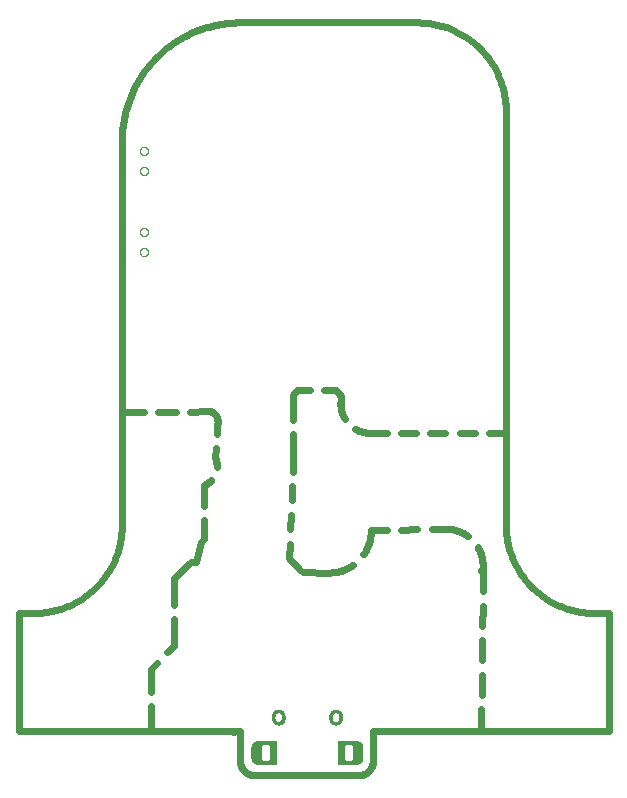
<source format=gbp>
G75*
%MOIN*%
%OFA0B0*%
%FSLAX25Y25*%
%IPPOS*%
%LPD*%
%AMOC8*
5,1,8,0,0,1.08239X$1,22.5*
%
%ADD10C,0.02400*%
%ADD11C,0.00000*%
%ADD12C,0.00000*%
%ADD13C,0.00001*%
D10*
X0372094Y0046210D02*
X0372094Y0085580D01*
X0372127Y0085721D02*
X0376606Y0085721D01*
X0376626Y0085719D01*
X0376646Y0085715D01*
X0376665Y0085707D01*
X0376682Y0085696D01*
X0376697Y0085683D01*
X0376710Y0085668D01*
X0376721Y0085651D01*
X0376729Y0085632D01*
X0376733Y0085612D01*
X0376735Y0085592D01*
X0416134Y0066838D02*
X0416134Y0059313D01*
X0416134Y0054513D02*
X0416134Y0046988D01*
X0416363Y0046759D01*
X0443519Y0046053D02*
X0443551Y0046051D01*
X0443583Y0046046D01*
X0443613Y0046037D01*
X0443643Y0046025D01*
X0443671Y0046009D01*
X0443697Y0045991D01*
X0443721Y0045969D01*
X0443743Y0045945D01*
X0443761Y0045919D01*
X0443777Y0045891D01*
X0443789Y0045861D01*
X0443798Y0045831D01*
X0443803Y0045799D01*
X0443805Y0045767D01*
X0445913Y0046210D02*
X0372094Y0046210D01*
X0416134Y0066838D02*
X0418337Y0069040D01*
X0421731Y0072434D02*
X0423933Y0074637D01*
X0423933Y0083482D01*
X0423933Y0088282D02*
X0423933Y0097128D01*
X0429441Y0102635D01*
X0431389Y0102635D01*
X0432869Y0109076D01*
X0433797Y0110093D01*
X0433881Y0116528D01*
X0433943Y0121328D02*
X0434027Y0127763D01*
X0438131Y0134341D02*
X0438137Y0134507D01*
X0438140Y0134674D01*
X0438139Y0134841D01*
X0438133Y0135007D01*
X0438124Y0135174D01*
X0438111Y0135340D01*
X0438094Y0135506D01*
X0438073Y0135671D01*
X0438048Y0135836D01*
X0438019Y0136000D01*
X0437987Y0136164D01*
X0437950Y0136327D01*
X0437910Y0136488D01*
X0437866Y0136649D01*
X0437818Y0136809D01*
X0437767Y0136967D01*
X0437711Y0137125D01*
X0437652Y0137281D01*
X0437590Y0137435D01*
X0437780Y0140416D01*
X0438087Y0145206D02*
X0438277Y0148187D01*
X0438313Y0148301D01*
X0438346Y0148416D01*
X0438375Y0148532D01*
X0438400Y0148649D01*
X0438422Y0148766D01*
X0438440Y0148884D01*
X0438454Y0149003D01*
X0438464Y0149122D01*
X0438470Y0149242D01*
X0438473Y0149362D01*
X0438472Y0149481D01*
X0438467Y0149601D01*
X0438458Y0149720D01*
X0438445Y0149839D01*
X0438428Y0149957D01*
X0438408Y0150075D01*
X0438384Y0150192D01*
X0438356Y0150309D01*
X0438324Y0150424D01*
X0438289Y0150539D01*
X0438250Y0150652D01*
X0438208Y0150763D01*
X0438161Y0150874D01*
X0438112Y0150983D01*
X0438059Y0151090D01*
X0438002Y0151195D01*
X0437942Y0151299D01*
X0437879Y0151401D01*
X0437813Y0151500D01*
X0437743Y0151598D01*
X0437671Y0151693D01*
X0437595Y0151785D01*
X0437517Y0151876D01*
X0437435Y0151963D01*
X0437351Y0152048D01*
X0437264Y0152131D01*
X0437175Y0152210D01*
X0437083Y0152287D01*
X0436989Y0152360D01*
X0436892Y0152431D01*
X0436793Y0152498D01*
X0436692Y0152562D01*
X0436589Y0152623D01*
X0436484Y0152681D01*
X0436378Y0152735D01*
X0436269Y0152786D01*
X0436159Y0152833D01*
X0436048Y0152877D01*
X0435935Y0152917D01*
X0435076Y0152763D02*
X0429231Y0152718D01*
X0424432Y0152682D02*
X0418587Y0152637D01*
X0413787Y0152601D02*
X0407943Y0152556D01*
X0433788Y0128158D02*
X0433941Y0128224D01*
X0434093Y0128294D01*
X0434242Y0128367D01*
X0434390Y0128444D01*
X0434536Y0128525D01*
X0434681Y0128608D01*
X0434823Y0128695D01*
X0434963Y0128786D01*
X0435101Y0128879D01*
X0435237Y0128976D01*
X0435370Y0129076D01*
X0435501Y0129179D01*
X0435629Y0129286D01*
X0435755Y0129395D01*
X0435879Y0129507D01*
X0436000Y0129622D01*
X0436117Y0129740D01*
X0436233Y0129860D01*
X0436345Y0129983D01*
X0463297Y0127940D02*
X0463096Y0123123D01*
X0462895Y0118327D02*
X0462693Y0113510D01*
X0462492Y0108714D02*
X0462290Y0103898D01*
X0465815Y0100039D01*
X0466899Y0099291D02*
X0475731Y0099056D01*
X0487030Y0105077D02*
X0487220Y0105360D01*
X0487402Y0105647D01*
X0487577Y0105939D01*
X0487745Y0106235D01*
X0487906Y0106535D01*
X0488059Y0106839D01*
X0488205Y0107146D01*
X0488343Y0107457D01*
X0488473Y0107771D01*
X0488596Y0108089D01*
X0488711Y0108409D01*
X0488818Y0108732D01*
X0488918Y0109057D01*
X0489009Y0109385D01*
X0489092Y0109715D01*
X0489167Y0110047D01*
X0489234Y0110381D01*
X0489292Y0110716D01*
X0489343Y0111052D01*
X0489385Y0111390D01*
X0489419Y0111729D01*
X0489444Y0112068D01*
X0489462Y0112408D01*
X0489471Y0112748D01*
X0489471Y0113088D01*
X0494833Y0113205D01*
X0499632Y0113309D02*
X0504994Y0113426D01*
X0509793Y0113530D02*
X0515155Y0113647D01*
X0534496Y0115107D02*
X0534496Y0252903D01*
X0534497Y0252903D02*
X0534488Y0253617D01*
X0534463Y0254330D01*
X0534419Y0255042D01*
X0534359Y0255753D01*
X0534282Y0256462D01*
X0534187Y0257169D01*
X0534076Y0257874D01*
X0533947Y0258576D01*
X0533801Y0259275D01*
X0533639Y0259970D01*
X0533460Y0260660D01*
X0533264Y0261346D01*
X0533052Y0262028D01*
X0532823Y0262704D01*
X0532578Y0263374D01*
X0532317Y0264038D01*
X0532040Y0264695D01*
X0531747Y0265346D01*
X0531439Y0265990D01*
X0531115Y0266625D01*
X0530776Y0267253D01*
X0530421Y0267873D01*
X0530052Y0268483D01*
X0529668Y0269085D01*
X0529270Y0269677D01*
X0528858Y0270259D01*
X0528431Y0270831D01*
X0527991Y0271393D01*
X0527538Y0271944D01*
X0527071Y0272484D01*
X0526591Y0273012D01*
X0526099Y0273529D01*
X0525595Y0274033D01*
X0525078Y0274525D01*
X0524550Y0275005D01*
X0524010Y0275472D01*
X0523459Y0275925D01*
X0522897Y0276365D01*
X0522325Y0276792D01*
X0521743Y0277204D01*
X0521151Y0277602D01*
X0520549Y0277986D01*
X0519939Y0278355D01*
X0519319Y0278710D01*
X0518691Y0279049D01*
X0518056Y0279373D01*
X0517412Y0279681D01*
X0516761Y0279974D01*
X0516104Y0280251D01*
X0515440Y0280512D01*
X0514770Y0280757D01*
X0514094Y0280986D01*
X0513412Y0281198D01*
X0512726Y0281394D01*
X0512036Y0281573D01*
X0511341Y0281735D01*
X0510642Y0281881D01*
X0509940Y0282010D01*
X0509235Y0282121D01*
X0508528Y0282216D01*
X0507819Y0282293D01*
X0507108Y0282353D01*
X0506396Y0282397D01*
X0505683Y0282422D01*
X0504969Y0282431D01*
X0504969Y0282430D02*
X0445913Y0282430D01*
X0444962Y0282419D01*
X0444011Y0282384D01*
X0443061Y0282327D01*
X0442113Y0282246D01*
X0441167Y0282143D01*
X0440224Y0282017D01*
X0439285Y0281868D01*
X0438349Y0281697D01*
X0437418Y0281502D01*
X0436491Y0281286D01*
X0435570Y0281047D01*
X0434655Y0280786D01*
X0433747Y0280503D01*
X0432846Y0280198D01*
X0431952Y0279872D01*
X0431067Y0279523D01*
X0430190Y0279154D01*
X0429322Y0278764D01*
X0428465Y0278352D01*
X0427617Y0277920D01*
X0426780Y0277468D01*
X0425954Y0276996D01*
X0425140Y0276504D01*
X0424338Y0275992D01*
X0423548Y0275461D01*
X0422772Y0274911D01*
X0422009Y0274343D01*
X0421260Y0273756D01*
X0420526Y0273151D01*
X0419806Y0272529D01*
X0419101Y0271889D01*
X0418413Y0271233D01*
X0417740Y0270560D01*
X0417084Y0269872D01*
X0416444Y0269167D01*
X0415822Y0268447D01*
X0415217Y0267713D01*
X0414630Y0266964D01*
X0414062Y0266201D01*
X0413512Y0265425D01*
X0412981Y0264635D01*
X0412469Y0263833D01*
X0411977Y0263019D01*
X0411505Y0262193D01*
X0411053Y0261356D01*
X0410621Y0260508D01*
X0410209Y0259651D01*
X0409819Y0258783D01*
X0409450Y0257906D01*
X0409101Y0257021D01*
X0408775Y0256127D01*
X0408470Y0255226D01*
X0408187Y0254318D01*
X0407926Y0253403D01*
X0407687Y0252482D01*
X0407471Y0251555D01*
X0407276Y0250624D01*
X0407105Y0249688D01*
X0406956Y0248749D01*
X0406830Y0247806D01*
X0406727Y0246860D01*
X0406646Y0245912D01*
X0406589Y0244962D01*
X0406554Y0244011D01*
X0406543Y0243060D01*
X0406543Y0115107D01*
X0406544Y0115107D02*
X0406535Y0114393D01*
X0406510Y0113680D01*
X0406466Y0112968D01*
X0406406Y0112257D01*
X0406329Y0111548D01*
X0406234Y0110841D01*
X0406123Y0110136D01*
X0405994Y0109434D01*
X0405848Y0108735D01*
X0405686Y0108040D01*
X0405507Y0107350D01*
X0405311Y0106664D01*
X0405099Y0105982D01*
X0404870Y0105306D01*
X0404625Y0104636D01*
X0404364Y0103972D01*
X0404087Y0103315D01*
X0403794Y0102664D01*
X0403486Y0102020D01*
X0403162Y0101385D01*
X0402823Y0100757D01*
X0402468Y0100137D01*
X0402099Y0099527D01*
X0401715Y0098925D01*
X0401317Y0098333D01*
X0400905Y0097751D01*
X0400478Y0097179D01*
X0400038Y0096617D01*
X0399585Y0096066D01*
X0399118Y0095526D01*
X0398638Y0094998D01*
X0398146Y0094481D01*
X0397642Y0093977D01*
X0397125Y0093485D01*
X0396597Y0093005D01*
X0396057Y0092538D01*
X0395506Y0092085D01*
X0394944Y0091645D01*
X0394372Y0091218D01*
X0393790Y0090806D01*
X0393198Y0090408D01*
X0392596Y0090024D01*
X0391986Y0089655D01*
X0391366Y0089300D01*
X0390738Y0088961D01*
X0390103Y0088637D01*
X0389459Y0088329D01*
X0388808Y0088036D01*
X0388151Y0087759D01*
X0387487Y0087498D01*
X0386817Y0087253D01*
X0386141Y0087024D01*
X0385459Y0086812D01*
X0384773Y0086616D01*
X0384083Y0086437D01*
X0383388Y0086275D01*
X0382689Y0086129D01*
X0381987Y0086000D01*
X0381282Y0085889D01*
X0380575Y0085794D01*
X0379866Y0085717D01*
X0379155Y0085657D01*
X0378443Y0085613D01*
X0377730Y0085588D01*
X0377016Y0085579D01*
X0445913Y0046210D02*
X0445913Y0036367D01*
X0445914Y0036367D02*
X0445916Y0036229D01*
X0445922Y0036091D01*
X0445931Y0035953D01*
X0445945Y0035816D01*
X0445962Y0035679D01*
X0445984Y0035543D01*
X0446009Y0035407D01*
X0446037Y0035272D01*
X0446070Y0035138D01*
X0446106Y0035005D01*
X0446146Y0034873D01*
X0446190Y0034742D01*
X0446238Y0034612D01*
X0446289Y0034484D01*
X0446343Y0034357D01*
X0446401Y0034232D01*
X0446463Y0034108D01*
X0446528Y0033987D01*
X0446596Y0033867D01*
X0446668Y0033749D01*
X0446743Y0033633D01*
X0446822Y0033519D01*
X0446903Y0033408D01*
X0446988Y0033299D01*
X0447075Y0033192D01*
X0447166Y0033088D01*
X0447259Y0032986D01*
X0447355Y0032887D01*
X0447454Y0032791D01*
X0447556Y0032698D01*
X0447660Y0032607D01*
X0447767Y0032520D01*
X0447876Y0032435D01*
X0447987Y0032354D01*
X0448101Y0032275D01*
X0448217Y0032200D01*
X0448335Y0032128D01*
X0448455Y0032060D01*
X0448576Y0031995D01*
X0448700Y0031933D01*
X0448825Y0031875D01*
X0448952Y0031821D01*
X0449080Y0031770D01*
X0449210Y0031722D01*
X0449341Y0031678D01*
X0449473Y0031638D01*
X0449606Y0031602D01*
X0449740Y0031569D01*
X0449875Y0031541D01*
X0450011Y0031516D01*
X0450147Y0031494D01*
X0450284Y0031477D01*
X0450421Y0031463D01*
X0450559Y0031454D01*
X0450697Y0031448D01*
X0450835Y0031446D01*
X0485283Y0031446D01*
X0485421Y0031448D01*
X0485559Y0031454D01*
X0485697Y0031463D01*
X0485834Y0031477D01*
X0485971Y0031494D01*
X0486107Y0031516D01*
X0486243Y0031541D01*
X0486378Y0031569D01*
X0486512Y0031602D01*
X0486645Y0031638D01*
X0486777Y0031678D01*
X0486908Y0031722D01*
X0487038Y0031770D01*
X0487166Y0031821D01*
X0487293Y0031875D01*
X0487418Y0031933D01*
X0487542Y0031995D01*
X0487663Y0032060D01*
X0487783Y0032128D01*
X0487901Y0032200D01*
X0488017Y0032275D01*
X0488131Y0032354D01*
X0488242Y0032435D01*
X0488351Y0032520D01*
X0488458Y0032607D01*
X0488562Y0032698D01*
X0488664Y0032791D01*
X0488763Y0032887D01*
X0488859Y0032986D01*
X0488952Y0033088D01*
X0489043Y0033192D01*
X0489130Y0033299D01*
X0489215Y0033408D01*
X0489296Y0033519D01*
X0489375Y0033633D01*
X0489450Y0033749D01*
X0489522Y0033867D01*
X0489590Y0033987D01*
X0489655Y0034108D01*
X0489717Y0034232D01*
X0489775Y0034357D01*
X0489829Y0034484D01*
X0489880Y0034612D01*
X0489928Y0034742D01*
X0489972Y0034873D01*
X0490012Y0035005D01*
X0490048Y0035138D01*
X0490081Y0035272D01*
X0490109Y0035407D01*
X0490134Y0035543D01*
X0490156Y0035679D01*
X0490173Y0035816D01*
X0490187Y0035953D01*
X0490196Y0036091D01*
X0490202Y0036229D01*
X0490204Y0036367D01*
X0490205Y0036367D02*
X0490205Y0046210D01*
X0568945Y0046210D01*
X0568945Y0085580D01*
X0568819Y0085696D02*
X0563694Y0085696D01*
X0563679Y0085695D01*
X0563664Y0085690D01*
X0563651Y0085683D01*
X0563639Y0085673D01*
X0563629Y0085661D01*
X0563622Y0085648D01*
X0563617Y0085633D01*
X0563616Y0085618D01*
X0526748Y0087961D02*
X0526675Y0081291D01*
X0526623Y0076492D02*
X0526550Y0069822D01*
X0526498Y0065022D02*
X0526425Y0058353D01*
X0526373Y0053553D02*
X0526300Y0046884D01*
X0526800Y0092760D02*
X0526873Y0099430D01*
X0526873Y0099429D02*
X0526830Y0099420D01*
X0526786Y0099414D01*
X0526742Y0099412D01*
X0526698Y0099414D01*
X0526654Y0099420D01*
X0526611Y0099429D01*
X0526569Y0099442D01*
X0526528Y0099459D01*
X0526489Y0099480D01*
X0526452Y0099503D01*
X0526417Y0099530D01*
X0526384Y0099560D01*
X0526355Y0099593D01*
X0526328Y0099628D01*
X0526304Y0099665D01*
X0526284Y0099704D01*
X0526267Y0099745D01*
X0526253Y0099787D01*
X0526784Y0100523D02*
X0526799Y0100816D01*
X0526806Y0101110D01*
X0526806Y0101403D01*
X0526800Y0101697D01*
X0526786Y0101990D01*
X0526766Y0102283D01*
X0526738Y0102575D01*
X0526704Y0102866D01*
X0526663Y0103157D01*
X0526614Y0103446D01*
X0526560Y0103735D01*
X0526498Y0104022D01*
X0526429Y0104307D01*
X0526354Y0104591D01*
X0526272Y0104873D01*
X0526183Y0105153D01*
X0526088Y0105430D01*
X0525986Y0105705D01*
X0525878Y0105978D01*
X0525764Y0106249D01*
X0525643Y0106516D01*
X0525515Y0106780D01*
X0525382Y0107042D01*
X0525242Y0107300D01*
X0525096Y0107555D01*
X0521933Y0111125D02*
X0521697Y0111300D01*
X0521458Y0111470D01*
X0521214Y0111634D01*
X0520967Y0111792D01*
X0520716Y0111944D01*
X0520462Y0112091D01*
X0520204Y0112231D01*
X0519943Y0112365D01*
X0519679Y0112493D01*
X0519412Y0112615D01*
X0519142Y0112730D01*
X0518869Y0112839D01*
X0518594Y0112941D01*
X0518317Y0113037D01*
X0518037Y0113126D01*
X0517755Y0113209D01*
X0517472Y0113285D01*
X0517186Y0113354D01*
X0516900Y0113416D01*
X0516611Y0113472D01*
X0516322Y0113520D01*
X0516031Y0113562D01*
X0515740Y0113597D01*
X0515448Y0113625D01*
X0515155Y0113646D01*
X0483689Y0101665D02*
X0483410Y0101470D01*
X0483127Y0101281D01*
X0482839Y0101100D01*
X0482546Y0100926D01*
X0482250Y0100759D01*
X0481949Y0100599D01*
X0481645Y0100447D01*
X0481337Y0100302D01*
X0481026Y0100165D01*
X0480711Y0100036D01*
X0480393Y0099914D01*
X0480073Y0099800D01*
X0479749Y0099694D01*
X0479423Y0099596D01*
X0479095Y0099506D01*
X0478765Y0099424D01*
X0478433Y0099350D01*
X0478099Y0099284D01*
X0477764Y0099227D01*
X0477427Y0099178D01*
X0477089Y0099137D01*
X0476751Y0099104D01*
X0476411Y0099080D01*
X0476071Y0099064D01*
X0475731Y0099056D01*
X0463498Y0132735D02*
X0463700Y0137552D01*
X0463630Y0137745D02*
X0463630Y0145188D01*
X0463630Y0149988D02*
X0463630Y0157430D01*
X0463629Y0157430D02*
X0463623Y0157526D01*
X0463621Y0157621D01*
X0463623Y0157717D01*
X0463628Y0157812D01*
X0463638Y0157907D01*
X0463651Y0158001D01*
X0463668Y0158095D01*
X0463688Y0158189D01*
X0463713Y0158281D01*
X0463741Y0158372D01*
X0463773Y0158462D01*
X0463808Y0158551D01*
X0463847Y0158638D01*
X0463890Y0158723D01*
X0463936Y0158807D01*
X0463985Y0158889D01*
X0464037Y0158968D01*
X0464093Y0159046D01*
X0464151Y0159121D01*
X0464213Y0159194D01*
X0464278Y0159265D01*
X0464345Y0159332D01*
X0464415Y0159397D01*
X0464488Y0159459D01*
X0464563Y0159518D01*
X0464640Y0159574D01*
X0464719Y0159627D01*
X0464801Y0159677D01*
X0464884Y0159723D01*
X0464970Y0159766D01*
X0465057Y0159805D01*
X0465145Y0159841D01*
X0465235Y0159873D01*
X0465326Y0159902D01*
X0465418Y0159927D01*
X0465511Y0159948D01*
X0465605Y0159965D01*
X0465700Y0159979D01*
X0465794Y0159989D01*
X0465795Y0159988D02*
X0469104Y0160011D01*
X0473904Y0160044D02*
X0477213Y0160067D01*
X0477323Y0160025D01*
X0477432Y0159980D01*
X0477539Y0159931D01*
X0477644Y0159879D01*
X0477748Y0159823D01*
X0477850Y0159764D01*
X0477950Y0159701D01*
X0478047Y0159636D01*
X0478143Y0159567D01*
X0478236Y0159495D01*
X0478327Y0159420D01*
X0478415Y0159342D01*
X0478501Y0159262D01*
X0478584Y0159178D01*
X0478665Y0159092D01*
X0478742Y0159003D01*
X0478816Y0158912D01*
X0478888Y0158819D01*
X0478956Y0158723D01*
X0479021Y0158625D01*
X0479083Y0158525D01*
X0479142Y0158422D01*
X0479197Y0158319D01*
X0479249Y0158213D01*
X0479297Y0158105D01*
X0479342Y0157997D01*
X0479383Y0157886D01*
X0479421Y0157775D01*
X0479455Y0157662D01*
X0479485Y0157548D01*
X0479512Y0157433D01*
X0479534Y0157318D01*
X0479553Y0157202D01*
X0479568Y0157085D01*
X0479580Y0156968D01*
X0479587Y0156850D01*
X0479591Y0156733D01*
X0479590Y0156615D01*
X0479586Y0156497D01*
X0479578Y0156380D01*
X0479566Y0156262D01*
X0479551Y0156146D01*
X0479531Y0156030D01*
X0479508Y0155914D01*
X0479481Y0155800D01*
X0479450Y0155686D01*
X0479416Y0155573D01*
X0479378Y0155462D01*
X0479377Y0155462D02*
X0479380Y0155230D01*
X0479388Y0154999D01*
X0479402Y0154767D01*
X0479421Y0154536D01*
X0479445Y0154306D01*
X0479475Y0154076D01*
X0479510Y0153847D01*
X0479551Y0153619D01*
X0479597Y0153392D01*
X0479649Y0153166D01*
X0479705Y0152941D01*
X0479767Y0152718D01*
X0479835Y0152496D01*
X0479907Y0152276D01*
X0479985Y0152057D01*
X0480067Y0151841D01*
X0480155Y0151626D01*
X0480248Y0151414D01*
X0480346Y0151204D01*
X0480448Y0150996D01*
X0480556Y0150791D01*
X0480668Y0150588D01*
X0480785Y0150388D01*
X0484146Y0147027D02*
X0484346Y0146910D01*
X0484549Y0146798D01*
X0484754Y0146690D01*
X0484962Y0146588D01*
X0485172Y0146490D01*
X0485384Y0146397D01*
X0485599Y0146309D01*
X0485815Y0146227D01*
X0486034Y0146149D01*
X0486254Y0146077D01*
X0486476Y0146009D01*
X0486699Y0145947D01*
X0486924Y0145891D01*
X0487150Y0145839D01*
X0487377Y0145793D01*
X0487605Y0145752D01*
X0487834Y0145717D01*
X0488064Y0145687D01*
X0488294Y0145663D01*
X0488525Y0145644D01*
X0488757Y0145630D01*
X0488988Y0145622D01*
X0489220Y0145619D01*
X0489782Y0145673D02*
X0494773Y0145673D01*
X0499573Y0145673D02*
X0504565Y0145673D01*
X0509365Y0145673D02*
X0514356Y0145673D01*
X0519156Y0145673D02*
X0524147Y0145673D01*
X0528947Y0145673D02*
X0533938Y0145673D01*
X0534496Y0115107D02*
X0534505Y0114393D01*
X0534530Y0113680D01*
X0534574Y0112968D01*
X0534634Y0112257D01*
X0534711Y0111548D01*
X0534806Y0110841D01*
X0534917Y0110136D01*
X0535046Y0109434D01*
X0535192Y0108735D01*
X0535354Y0108040D01*
X0535533Y0107350D01*
X0535729Y0106664D01*
X0535941Y0105982D01*
X0536170Y0105306D01*
X0536415Y0104636D01*
X0536676Y0103972D01*
X0536953Y0103315D01*
X0537246Y0102664D01*
X0537554Y0102020D01*
X0537878Y0101385D01*
X0538217Y0100757D01*
X0538572Y0100137D01*
X0538941Y0099527D01*
X0539325Y0098925D01*
X0539723Y0098333D01*
X0540135Y0097751D01*
X0540562Y0097179D01*
X0541002Y0096617D01*
X0541455Y0096066D01*
X0541922Y0095526D01*
X0542402Y0094998D01*
X0542894Y0094481D01*
X0543398Y0093977D01*
X0543915Y0093485D01*
X0544443Y0093005D01*
X0544983Y0092538D01*
X0545534Y0092085D01*
X0546096Y0091645D01*
X0546668Y0091218D01*
X0547250Y0090806D01*
X0547842Y0090408D01*
X0548444Y0090024D01*
X0549054Y0089655D01*
X0549674Y0089300D01*
X0550302Y0088961D01*
X0550937Y0088637D01*
X0551581Y0088329D01*
X0552232Y0088036D01*
X0552889Y0087759D01*
X0553553Y0087498D01*
X0554223Y0087253D01*
X0554899Y0087024D01*
X0555581Y0086812D01*
X0556267Y0086616D01*
X0556957Y0086437D01*
X0557652Y0086275D01*
X0558351Y0086129D01*
X0559053Y0086000D01*
X0559758Y0085889D01*
X0560465Y0085794D01*
X0561174Y0085717D01*
X0561885Y0085657D01*
X0562597Y0085613D01*
X0563310Y0085588D01*
X0564024Y0085579D01*
D11*
X0412526Y0205865D02*
X0412528Y0205939D01*
X0412534Y0206013D01*
X0412544Y0206086D01*
X0412558Y0206159D01*
X0412575Y0206231D01*
X0412597Y0206301D01*
X0412622Y0206371D01*
X0412651Y0206439D01*
X0412684Y0206505D01*
X0412720Y0206570D01*
X0412760Y0206632D01*
X0412802Y0206693D01*
X0412848Y0206751D01*
X0412897Y0206806D01*
X0412949Y0206859D01*
X0413004Y0206909D01*
X0413061Y0206955D01*
X0413121Y0206999D01*
X0413183Y0207039D01*
X0413247Y0207076D01*
X0413313Y0207110D01*
X0413381Y0207140D01*
X0413450Y0207166D01*
X0413521Y0207189D01*
X0413592Y0207207D01*
X0413665Y0207222D01*
X0413738Y0207233D01*
X0413812Y0207240D01*
X0413886Y0207243D01*
X0413959Y0207242D01*
X0414033Y0207237D01*
X0414107Y0207228D01*
X0414180Y0207215D01*
X0414252Y0207198D01*
X0414323Y0207178D01*
X0414393Y0207153D01*
X0414461Y0207125D01*
X0414528Y0207094D01*
X0414593Y0207058D01*
X0414656Y0207020D01*
X0414717Y0206978D01*
X0414776Y0206932D01*
X0414832Y0206884D01*
X0414885Y0206833D01*
X0414935Y0206779D01*
X0414983Y0206722D01*
X0415027Y0206663D01*
X0415069Y0206601D01*
X0415107Y0206538D01*
X0415141Y0206472D01*
X0415172Y0206405D01*
X0415199Y0206336D01*
X0415222Y0206266D01*
X0415242Y0206195D01*
X0415258Y0206122D01*
X0415270Y0206049D01*
X0415278Y0205976D01*
X0415282Y0205902D01*
X0415282Y0205828D01*
X0415278Y0205754D01*
X0415270Y0205681D01*
X0415258Y0205608D01*
X0415242Y0205535D01*
X0415222Y0205464D01*
X0415199Y0205394D01*
X0415172Y0205325D01*
X0415141Y0205258D01*
X0415107Y0205192D01*
X0415069Y0205129D01*
X0415027Y0205067D01*
X0414983Y0205008D01*
X0414935Y0204951D01*
X0414885Y0204897D01*
X0414832Y0204846D01*
X0414776Y0204798D01*
X0414717Y0204752D01*
X0414656Y0204710D01*
X0414593Y0204672D01*
X0414528Y0204636D01*
X0414461Y0204605D01*
X0414393Y0204577D01*
X0414323Y0204552D01*
X0414252Y0204532D01*
X0414180Y0204515D01*
X0414107Y0204502D01*
X0414033Y0204493D01*
X0413959Y0204488D01*
X0413886Y0204487D01*
X0413812Y0204490D01*
X0413738Y0204497D01*
X0413665Y0204508D01*
X0413592Y0204523D01*
X0413521Y0204541D01*
X0413450Y0204564D01*
X0413381Y0204590D01*
X0413313Y0204620D01*
X0413247Y0204654D01*
X0413183Y0204691D01*
X0413121Y0204731D01*
X0413061Y0204775D01*
X0413004Y0204821D01*
X0412949Y0204871D01*
X0412897Y0204924D01*
X0412848Y0204979D01*
X0412802Y0205037D01*
X0412760Y0205098D01*
X0412720Y0205160D01*
X0412684Y0205225D01*
X0412651Y0205291D01*
X0412622Y0205359D01*
X0412597Y0205429D01*
X0412575Y0205499D01*
X0412558Y0205571D01*
X0412544Y0205644D01*
X0412534Y0205717D01*
X0412528Y0205791D01*
X0412526Y0205865D01*
X0412526Y0212558D02*
X0412528Y0212632D01*
X0412534Y0212706D01*
X0412544Y0212779D01*
X0412558Y0212852D01*
X0412575Y0212924D01*
X0412597Y0212994D01*
X0412622Y0213064D01*
X0412651Y0213132D01*
X0412684Y0213198D01*
X0412720Y0213263D01*
X0412760Y0213325D01*
X0412802Y0213386D01*
X0412848Y0213444D01*
X0412897Y0213499D01*
X0412949Y0213552D01*
X0413004Y0213602D01*
X0413061Y0213648D01*
X0413121Y0213692D01*
X0413183Y0213732D01*
X0413247Y0213769D01*
X0413313Y0213803D01*
X0413381Y0213833D01*
X0413450Y0213859D01*
X0413521Y0213882D01*
X0413592Y0213900D01*
X0413665Y0213915D01*
X0413738Y0213926D01*
X0413812Y0213933D01*
X0413886Y0213936D01*
X0413959Y0213935D01*
X0414033Y0213930D01*
X0414107Y0213921D01*
X0414180Y0213908D01*
X0414252Y0213891D01*
X0414323Y0213871D01*
X0414393Y0213846D01*
X0414461Y0213818D01*
X0414528Y0213787D01*
X0414593Y0213751D01*
X0414656Y0213713D01*
X0414717Y0213671D01*
X0414776Y0213625D01*
X0414832Y0213577D01*
X0414885Y0213526D01*
X0414935Y0213472D01*
X0414983Y0213415D01*
X0415027Y0213356D01*
X0415069Y0213294D01*
X0415107Y0213231D01*
X0415141Y0213165D01*
X0415172Y0213098D01*
X0415199Y0213029D01*
X0415222Y0212959D01*
X0415242Y0212888D01*
X0415258Y0212815D01*
X0415270Y0212742D01*
X0415278Y0212669D01*
X0415282Y0212595D01*
X0415282Y0212521D01*
X0415278Y0212447D01*
X0415270Y0212374D01*
X0415258Y0212301D01*
X0415242Y0212228D01*
X0415222Y0212157D01*
X0415199Y0212087D01*
X0415172Y0212018D01*
X0415141Y0211951D01*
X0415107Y0211885D01*
X0415069Y0211822D01*
X0415027Y0211760D01*
X0414983Y0211701D01*
X0414935Y0211644D01*
X0414885Y0211590D01*
X0414832Y0211539D01*
X0414776Y0211491D01*
X0414717Y0211445D01*
X0414656Y0211403D01*
X0414593Y0211365D01*
X0414528Y0211329D01*
X0414461Y0211298D01*
X0414393Y0211270D01*
X0414323Y0211245D01*
X0414252Y0211225D01*
X0414180Y0211208D01*
X0414107Y0211195D01*
X0414033Y0211186D01*
X0413959Y0211181D01*
X0413886Y0211180D01*
X0413812Y0211183D01*
X0413738Y0211190D01*
X0413665Y0211201D01*
X0413592Y0211216D01*
X0413521Y0211234D01*
X0413450Y0211257D01*
X0413381Y0211283D01*
X0413313Y0211313D01*
X0413247Y0211347D01*
X0413183Y0211384D01*
X0413121Y0211424D01*
X0413061Y0211468D01*
X0413004Y0211514D01*
X0412949Y0211564D01*
X0412897Y0211617D01*
X0412848Y0211672D01*
X0412802Y0211730D01*
X0412760Y0211791D01*
X0412720Y0211853D01*
X0412684Y0211918D01*
X0412651Y0211984D01*
X0412622Y0212052D01*
X0412597Y0212122D01*
X0412575Y0212192D01*
X0412558Y0212264D01*
X0412544Y0212337D01*
X0412534Y0212410D01*
X0412528Y0212484D01*
X0412526Y0212558D01*
X0412526Y0232923D02*
X0412528Y0232997D01*
X0412534Y0233071D01*
X0412544Y0233144D01*
X0412558Y0233217D01*
X0412575Y0233289D01*
X0412597Y0233359D01*
X0412622Y0233429D01*
X0412651Y0233497D01*
X0412684Y0233563D01*
X0412720Y0233628D01*
X0412760Y0233690D01*
X0412802Y0233751D01*
X0412848Y0233809D01*
X0412897Y0233864D01*
X0412949Y0233917D01*
X0413004Y0233967D01*
X0413061Y0234013D01*
X0413121Y0234057D01*
X0413183Y0234097D01*
X0413247Y0234134D01*
X0413313Y0234168D01*
X0413381Y0234198D01*
X0413450Y0234224D01*
X0413521Y0234247D01*
X0413592Y0234265D01*
X0413665Y0234280D01*
X0413738Y0234291D01*
X0413812Y0234298D01*
X0413886Y0234301D01*
X0413959Y0234300D01*
X0414033Y0234295D01*
X0414107Y0234286D01*
X0414180Y0234273D01*
X0414252Y0234256D01*
X0414323Y0234236D01*
X0414393Y0234211D01*
X0414461Y0234183D01*
X0414528Y0234152D01*
X0414593Y0234116D01*
X0414656Y0234078D01*
X0414717Y0234036D01*
X0414776Y0233990D01*
X0414832Y0233942D01*
X0414885Y0233891D01*
X0414935Y0233837D01*
X0414983Y0233780D01*
X0415027Y0233721D01*
X0415069Y0233659D01*
X0415107Y0233596D01*
X0415141Y0233530D01*
X0415172Y0233463D01*
X0415199Y0233394D01*
X0415222Y0233324D01*
X0415242Y0233253D01*
X0415258Y0233180D01*
X0415270Y0233107D01*
X0415278Y0233034D01*
X0415282Y0232960D01*
X0415282Y0232886D01*
X0415278Y0232812D01*
X0415270Y0232739D01*
X0415258Y0232666D01*
X0415242Y0232593D01*
X0415222Y0232522D01*
X0415199Y0232452D01*
X0415172Y0232383D01*
X0415141Y0232316D01*
X0415107Y0232250D01*
X0415069Y0232187D01*
X0415027Y0232125D01*
X0414983Y0232066D01*
X0414935Y0232009D01*
X0414885Y0231955D01*
X0414832Y0231904D01*
X0414776Y0231856D01*
X0414717Y0231810D01*
X0414656Y0231768D01*
X0414593Y0231730D01*
X0414528Y0231694D01*
X0414461Y0231663D01*
X0414393Y0231635D01*
X0414323Y0231610D01*
X0414252Y0231590D01*
X0414180Y0231573D01*
X0414107Y0231560D01*
X0414033Y0231551D01*
X0413959Y0231546D01*
X0413886Y0231545D01*
X0413812Y0231548D01*
X0413738Y0231555D01*
X0413665Y0231566D01*
X0413592Y0231581D01*
X0413521Y0231599D01*
X0413450Y0231622D01*
X0413381Y0231648D01*
X0413313Y0231678D01*
X0413247Y0231712D01*
X0413183Y0231749D01*
X0413121Y0231789D01*
X0413061Y0231833D01*
X0413004Y0231879D01*
X0412949Y0231929D01*
X0412897Y0231982D01*
X0412848Y0232037D01*
X0412802Y0232095D01*
X0412760Y0232156D01*
X0412720Y0232218D01*
X0412684Y0232283D01*
X0412651Y0232349D01*
X0412622Y0232417D01*
X0412597Y0232487D01*
X0412575Y0232557D01*
X0412558Y0232629D01*
X0412544Y0232702D01*
X0412534Y0232775D01*
X0412528Y0232849D01*
X0412526Y0232923D01*
X0412526Y0239616D02*
X0412528Y0239690D01*
X0412534Y0239764D01*
X0412544Y0239837D01*
X0412558Y0239910D01*
X0412575Y0239982D01*
X0412597Y0240052D01*
X0412622Y0240122D01*
X0412651Y0240190D01*
X0412684Y0240256D01*
X0412720Y0240321D01*
X0412760Y0240383D01*
X0412802Y0240444D01*
X0412848Y0240502D01*
X0412897Y0240557D01*
X0412949Y0240610D01*
X0413004Y0240660D01*
X0413061Y0240706D01*
X0413121Y0240750D01*
X0413183Y0240790D01*
X0413247Y0240827D01*
X0413313Y0240861D01*
X0413381Y0240891D01*
X0413450Y0240917D01*
X0413521Y0240940D01*
X0413592Y0240958D01*
X0413665Y0240973D01*
X0413738Y0240984D01*
X0413812Y0240991D01*
X0413886Y0240994D01*
X0413959Y0240993D01*
X0414033Y0240988D01*
X0414107Y0240979D01*
X0414180Y0240966D01*
X0414252Y0240949D01*
X0414323Y0240929D01*
X0414393Y0240904D01*
X0414461Y0240876D01*
X0414528Y0240845D01*
X0414593Y0240809D01*
X0414656Y0240771D01*
X0414717Y0240729D01*
X0414776Y0240683D01*
X0414832Y0240635D01*
X0414885Y0240584D01*
X0414935Y0240530D01*
X0414983Y0240473D01*
X0415027Y0240414D01*
X0415069Y0240352D01*
X0415107Y0240289D01*
X0415141Y0240223D01*
X0415172Y0240156D01*
X0415199Y0240087D01*
X0415222Y0240017D01*
X0415242Y0239946D01*
X0415258Y0239873D01*
X0415270Y0239800D01*
X0415278Y0239727D01*
X0415282Y0239653D01*
X0415282Y0239579D01*
X0415278Y0239505D01*
X0415270Y0239432D01*
X0415258Y0239359D01*
X0415242Y0239286D01*
X0415222Y0239215D01*
X0415199Y0239145D01*
X0415172Y0239076D01*
X0415141Y0239009D01*
X0415107Y0238943D01*
X0415069Y0238880D01*
X0415027Y0238818D01*
X0414983Y0238759D01*
X0414935Y0238702D01*
X0414885Y0238648D01*
X0414832Y0238597D01*
X0414776Y0238549D01*
X0414717Y0238503D01*
X0414656Y0238461D01*
X0414593Y0238423D01*
X0414528Y0238387D01*
X0414461Y0238356D01*
X0414393Y0238328D01*
X0414323Y0238303D01*
X0414252Y0238283D01*
X0414180Y0238266D01*
X0414107Y0238253D01*
X0414033Y0238244D01*
X0413959Y0238239D01*
X0413886Y0238238D01*
X0413812Y0238241D01*
X0413738Y0238248D01*
X0413665Y0238259D01*
X0413592Y0238274D01*
X0413521Y0238292D01*
X0413450Y0238315D01*
X0413381Y0238341D01*
X0413313Y0238371D01*
X0413247Y0238405D01*
X0413183Y0238442D01*
X0413121Y0238482D01*
X0413061Y0238526D01*
X0413004Y0238572D01*
X0412949Y0238622D01*
X0412897Y0238675D01*
X0412848Y0238730D01*
X0412802Y0238788D01*
X0412760Y0238849D01*
X0412720Y0238911D01*
X0412684Y0238976D01*
X0412651Y0239042D01*
X0412622Y0239110D01*
X0412597Y0239180D01*
X0412575Y0239250D01*
X0412558Y0239322D01*
X0412544Y0239395D01*
X0412534Y0239468D01*
X0412528Y0239542D01*
X0412526Y0239616D01*
D12*
X0458224Y0053259D02*
X0458684Y0053311D01*
X0458684Y0052524D01*
X0458399Y0052492D01*
X0458129Y0052397D01*
X0457886Y0052245D01*
X0457683Y0052042D01*
X0457531Y0051799D01*
X0457436Y0051529D01*
X0457404Y0051244D01*
X0457404Y0050457D01*
X0457436Y0050172D01*
X0457531Y0049902D01*
X0457683Y0049659D01*
X0457886Y0049456D01*
X0458129Y0049304D01*
X0458399Y0049209D01*
X0458684Y0049177D01*
X0458684Y0048390D01*
X0458224Y0048442D01*
X0457787Y0048595D01*
X0457395Y0048841D01*
X0457068Y0049168D01*
X0456822Y0049560D01*
X0456669Y0049997D01*
X0456617Y0050457D01*
X0456617Y0051244D01*
X0456669Y0051704D01*
X0456822Y0052141D01*
X0457068Y0052533D01*
X0457395Y0052860D01*
X0457787Y0053106D01*
X0458224Y0053259D01*
X0458684Y0053311D02*
X0459144Y0053259D01*
X0459581Y0053106D01*
X0459973Y0052860D01*
X0460300Y0052533D01*
X0460546Y0052141D01*
X0460699Y0051704D01*
X0460751Y0051244D01*
X0460751Y0050457D01*
X0460699Y0049997D01*
X0460546Y0049560D01*
X0460300Y0049168D01*
X0459973Y0048841D01*
X0459581Y0048595D01*
X0459144Y0048442D01*
X0458684Y0048390D01*
X0458684Y0049177D01*
X0458969Y0049209D01*
X0459239Y0049304D01*
X0459482Y0049456D01*
X0459684Y0049659D01*
X0459837Y0049902D01*
X0459931Y0050172D01*
X0459963Y0050457D01*
X0459963Y0051244D01*
X0459931Y0051529D01*
X0459837Y0051799D01*
X0459684Y0052042D01*
X0459482Y0052245D01*
X0459239Y0052397D01*
X0458969Y0052492D01*
X0458684Y0052524D01*
X0458684Y0053311D01*
X0475711Y0051244D02*
X0475711Y0050457D01*
X0475763Y0049997D01*
X0475916Y0049560D01*
X0476162Y0049168D01*
X0476490Y0048841D01*
X0476882Y0048595D01*
X0477318Y0048442D01*
X0477778Y0048390D01*
X0477778Y0049177D01*
X0477494Y0049209D01*
X0477223Y0049304D01*
X0476981Y0049456D01*
X0476778Y0049659D01*
X0476626Y0049902D01*
X0476531Y0050172D01*
X0476499Y0050457D01*
X0476499Y0051244D01*
X0476531Y0051529D01*
X0476626Y0051799D01*
X0476778Y0052042D01*
X0476981Y0052245D01*
X0477223Y0052397D01*
X0477494Y0052492D01*
X0477778Y0052524D01*
X0477778Y0053311D01*
X0477318Y0053259D01*
X0476882Y0053106D01*
X0476490Y0052860D01*
X0476162Y0052533D01*
X0475916Y0052141D01*
X0475763Y0051704D01*
X0475711Y0051244D01*
X0477778Y0052524D02*
X0478063Y0052492D01*
X0478334Y0052397D01*
X0478576Y0052245D01*
X0478779Y0052042D01*
X0478931Y0051799D01*
X0479026Y0051529D01*
X0479058Y0051244D01*
X0479058Y0050457D01*
X0479026Y0050172D01*
X0478931Y0049902D01*
X0478779Y0049659D01*
X0478576Y0049456D01*
X0478334Y0049304D01*
X0478063Y0049209D01*
X0477778Y0049177D01*
X0477778Y0048390D01*
X0478238Y0048442D01*
X0478675Y0048595D01*
X0479067Y0048841D01*
X0479394Y0049168D01*
X0479641Y0049560D01*
X0479793Y0049997D01*
X0479845Y0050457D01*
X0479845Y0051244D01*
X0479793Y0051704D01*
X0479641Y0052141D01*
X0479394Y0052533D01*
X0479067Y0052860D01*
X0478675Y0053106D01*
X0478238Y0053259D01*
X0477778Y0053311D01*
X0477778Y0052524D01*
X0478467Y0042780D02*
X0484767Y0042780D01*
X0485205Y0042730D01*
X0485621Y0042585D01*
X0485994Y0042350D01*
X0486306Y0042039D01*
X0486540Y0041665D01*
X0486686Y0041249D01*
X0486735Y0040811D01*
X0486735Y0039040D01*
X0483684Y0039040D01*
X0483684Y0040910D01*
X0483647Y0041190D01*
X0483539Y0041451D01*
X0483367Y0041675D01*
X0483143Y0041847D01*
X0482881Y0041955D01*
X0482601Y0041992D01*
X0481617Y0041992D01*
X0481354Y0041963D01*
X0481104Y0041875D01*
X0480881Y0041735D01*
X0480694Y0041548D01*
X0480553Y0041324D01*
X0480465Y0041074D01*
X0480436Y0040811D01*
X0480436Y0039040D01*
X0478467Y0039040D01*
X0478467Y0042780D01*
X0478467Y0039040D02*
X0478467Y0035299D01*
X0484767Y0035299D01*
X0485205Y0035349D01*
X0485621Y0035494D01*
X0485994Y0035729D01*
X0486306Y0036041D01*
X0486540Y0036414D01*
X0486686Y0036830D01*
X0486735Y0037268D01*
X0486735Y0039040D01*
X0483684Y0039040D01*
X0483684Y0037268D01*
X0483654Y0037005D01*
X0483567Y0036755D01*
X0483426Y0036531D01*
X0483239Y0036344D01*
X0483015Y0036204D01*
X0482766Y0036116D01*
X0482503Y0036087D01*
X0481617Y0036087D01*
X0481354Y0036116D01*
X0481104Y0036204D01*
X0480881Y0036344D01*
X0480694Y0036531D01*
X0480553Y0036755D01*
X0480465Y0037005D01*
X0480436Y0037268D01*
X0480436Y0039040D01*
X0478467Y0039040D01*
X0457995Y0039040D02*
X0457995Y0035299D01*
X0451696Y0035299D01*
X0451258Y0035349D01*
X0450842Y0035494D01*
X0450468Y0035729D01*
X0450157Y0036041D01*
X0449922Y0036414D01*
X0449777Y0036830D01*
X0449727Y0037268D01*
X0449727Y0039040D01*
X0452778Y0039040D01*
X0452778Y0037169D01*
X0452815Y0036889D01*
X0452923Y0036628D01*
X0453095Y0036404D01*
X0453320Y0036232D01*
X0453581Y0036124D01*
X0453861Y0036087D01*
X0454845Y0036087D01*
X0455108Y0036116D01*
X0455358Y0036204D01*
X0455582Y0036344D01*
X0455769Y0036531D01*
X0455909Y0036755D01*
X0455997Y0037005D01*
X0456026Y0037268D01*
X0456026Y0039040D01*
X0457995Y0039040D01*
X0457995Y0042780D01*
X0451696Y0042780D01*
X0451258Y0042730D01*
X0450842Y0042585D01*
X0450468Y0042350D01*
X0450157Y0042039D01*
X0449922Y0041665D01*
X0449777Y0041249D01*
X0449727Y0040811D01*
X0449727Y0039040D01*
X0452778Y0039040D01*
X0452778Y0040811D01*
X0452808Y0041074D01*
X0452895Y0041324D01*
X0453036Y0041548D01*
X0453223Y0041735D01*
X0453447Y0041875D01*
X0453697Y0041963D01*
X0453959Y0041992D01*
X0454845Y0041992D01*
X0455108Y0041963D01*
X0455358Y0041875D01*
X0455582Y0041735D01*
X0455769Y0041548D01*
X0455909Y0041324D01*
X0455997Y0041074D01*
X0456026Y0040811D01*
X0456026Y0039040D01*
X0457995Y0039040D01*
D13*
X0456026Y0039040D01*
X0456026Y0039039D02*
X0457995Y0039039D01*
X0456026Y0039039D01*
X0456026Y0039038D02*
X0457995Y0039038D01*
X0457995Y0039037D02*
X0456026Y0039037D01*
X0456026Y0039036D02*
X0457995Y0039036D01*
X0457995Y0039035D02*
X0456026Y0039035D01*
X0457995Y0039035D01*
X0457995Y0039034D02*
X0456026Y0039034D01*
X0456026Y0039033D02*
X0457995Y0039033D01*
X0457995Y0039032D02*
X0456026Y0039032D01*
X0456026Y0039031D02*
X0457995Y0039031D01*
X0456026Y0039031D01*
X0456026Y0039030D02*
X0457995Y0039030D01*
X0457995Y0039029D02*
X0456026Y0039029D01*
X0456026Y0039028D02*
X0457995Y0039028D01*
X0457995Y0039027D02*
X0456026Y0039027D01*
X0457995Y0039027D01*
X0457995Y0039026D02*
X0456026Y0039026D01*
X0456026Y0039025D02*
X0457995Y0039025D01*
X0457995Y0039024D02*
X0456026Y0039024D01*
X0456026Y0039023D02*
X0457995Y0039023D01*
X0456026Y0039023D01*
X0456026Y0039022D02*
X0457995Y0039022D01*
X0457995Y0039021D02*
X0456026Y0039021D01*
X0456026Y0039020D02*
X0457995Y0039020D01*
X0457995Y0039019D02*
X0456026Y0039019D01*
X0457995Y0039019D01*
X0457995Y0039018D02*
X0456026Y0039018D01*
X0456026Y0039017D02*
X0457995Y0039017D01*
X0457995Y0039016D02*
X0456026Y0039016D01*
X0456026Y0039015D02*
X0457995Y0039015D01*
X0456026Y0039015D01*
X0456026Y0039014D02*
X0457995Y0039014D01*
X0457995Y0039013D02*
X0456026Y0039013D01*
X0456026Y0039012D02*
X0457995Y0039012D01*
X0457995Y0039011D02*
X0456026Y0039011D01*
X0457995Y0039011D01*
X0457995Y0039010D02*
X0456026Y0039010D01*
X0456026Y0039009D02*
X0457995Y0039009D01*
X0457995Y0039008D02*
X0456026Y0039008D01*
X0456026Y0039007D02*
X0457995Y0039007D01*
X0456026Y0039007D01*
X0456026Y0039006D02*
X0457995Y0039006D01*
X0457995Y0039005D02*
X0456026Y0039005D01*
X0456026Y0039004D02*
X0457995Y0039004D01*
X0457995Y0039003D02*
X0456026Y0039003D01*
X0457995Y0039003D01*
X0457995Y0039002D02*
X0456026Y0039002D01*
X0456026Y0039001D02*
X0457995Y0039001D01*
X0457995Y0039000D02*
X0456026Y0039000D01*
X0456026Y0038999D02*
X0457995Y0038999D01*
X0456026Y0038999D01*
X0456026Y0038998D02*
X0457995Y0038998D01*
X0457995Y0038997D02*
X0456026Y0038997D01*
X0456026Y0038996D02*
X0457995Y0038996D01*
X0457995Y0038995D02*
X0456026Y0038995D01*
X0457995Y0038995D01*
X0457995Y0038994D02*
X0456026Y0038994D01*
X0456026Y0038993D02*
X0457995Y0038993D01*
X0457995Y0038992D02*
X0456026Y0038992D01*
X0456026Y0038991D02*
X0457995Y0038991D01*
X0456026Y0038991D01*
X0456026Y0038990D02*
X0457995Y0038990D01*
X0457995Y0038989D02*
X0456026Y0038989D01*
X0456026Y0038988D02*
X0457995Y0038988D01*
X0457995Y0038987D02*
X0456026Y0038987D01*
X0457995Y0038987D01*
X0457995Y0038986D02*
X0456026Y0038986D01*
X0456026Y0038985D02*
X0457995Y0038985D01*
X0457995Y0038984D02*
X0456026Y0038984D01*
X0456026Y0038983D02*
X0457995Y0038983D01*
X0456026Y0038983D01*
X0456026Y0038982D02*
X0457995Y0038982D01*
X0457995Y0038981D02*
X0456026Y0038981D01*
X0456026Y0038980D02*
X0457995Y0038980D01*
X0457995Y0038979D02*
X0456026Y0038979D01*
X0457995Y0038979D01*
X0457995Y0038978D02*
X0456026Y0038978D01*
X0456026Y0038977D02*
X0457995Y0038977D01*
X0457995Y0038976D02*
X0456026Y0038976D01*
X0456026Y0038975D02*
X0457995Y0038975D01*
X0456026Y0038975D01*
X0456026Y0038974D02*
X0457995Y0038974D01*
X0457995Y0038973D02*
X0456026Y0038973D01*
X0456026Y0038972D02*
X0457995Y0038972D01*
X0457995Y0038971D02*
X0456026Y0038971D01*
X0457995Y0038971D01*
X0457995Y0038970D02*
X0456026Y0038970D01*
X0456026Y0038969D02*
X0457995Y0038969D01*
X0457995Y0038968D02*
X0456026Y0038968D01*
X0456026Y0038967D02*
X0457995Y0038967D01*
X0456026Y0038967D01*
X0456026Y0038966D02*
X0457995Y0038966D01*
X0457995Y0038965D02*
X0456026Y0038965D01*
X0456026Y0038964D02*
X0457995Y0038964D01*
X0457995Y0038963D02*
X0456026Y0038963D01*
X0457995Y0038963D01*
X0457995Y0038962D02*
X0456026Y0038962D01*
X0456026Y0038961D02*
X0457995Y0038961D01*
X0457995Y0038960D02*
X0456026Y0038960D01*
X0456026Y0038959D02*
X0457995Y0038959D01*
X0456026Y0038959D01*
X0456026Y0038958D02*
X0457995Y0038958D01*
X0457995Y0038957D02*
X0456026Y0038957D01*
X0456026Y0038956D02*
X0457995Y0038956D01*
X0457995Y0038955D02*
X0456026Y0038955D01*
X0457995Y0038955D01*
X0457995Y0038954D02*
X0456026Y0038954D01*
X0456026Y0038953D02*
X0457995Y0038953D01*
X0457995Y0038952D02*
X0456026Y0038952D01*
X0456026Y0038951D02*
X0457995Y0038951D01*
X0456026Y0038951D01*
X0456026Y0038950D02*
X0457995Y0038950D01*
X0457995Y0038949D02*
X0456026Y0038949D01*
X0456026Y0038948D02*
X0457995Y0038948D01*
X0457995Y0038947D02*
X0456026Y0038947D01*
X0457995Y0038947D01*
X0457995Y0038946D02*
X0456026Y0038946D01*
X0456026Y0038945D02*
X0457995Y0038945D01*
X0457995Y0038944D02*
X0456026Y0038944D01*
X0456026Y0038943D02*
X0457995Y0038943D01*
X0456026Y0038943D01*
X0456026Y0038942D02*
X0457995Y0038942D01*
X0457995Y0038941D02*
X0456026Y0038941D01*
X0456026Y0038940D02*
X0457995Y0038940D01*
X0457995Y0038939D02*
X0456026Y0038939D01*
X0457995Y0038939D01*
X0457995Y0038938D02*
X0456026Y0038938D01*
X0456026Y0038937D02*
X0457995Y0038937D01*
X0457995Y0038936D02*
X0456026Y0038936D01*
X0456026Y0038935D02*
X0457995Y0038935D01*
X0456026Y0038935D01*
X0456026Y0038934D02*
X0457995Y0038934D01*
X0457995Y0038933D02*
X0456026Y0038933D01*
X0456026Y0038932D02*
X0457995Y0038932D01*
X0457995Y0038931D02*
X0456026Y0038931D01*
X0457995Y0038931D01*
X0457995Y0038930D02*
X0456026Y0038930D01*
X0456026Y0038929D02*
X0457995Y0038929D01*
X0457995Y0038928D02*
X0456026Y0038928D01*
X0456026Y0038927D02*
X0457995Y0038927D01*
X0456026Y0038927D01*
X0456026Y0038926D02*
X0457995Y0038926D01*
X0457995Y0038925D02*
X0456026Y0038925D01*
X0456026Y0038924D02*
X0457995Y0038924D01*
X0457995Y0038923D02*
X0456026Y0038923D01*
X0457995Y0038923D01*
X0457995Y0038922D02*
X0456026Y0038922D01*
X0456026Y0038921D02*
X0457995Y0038921D01*
X0457995Y0038920D02*
X0456026Y0038920D01*
X0456026Y0038919D02*
X0457995Y0038919D01*
X0456026Y0038919D01*
X0456026Y0038918D02*
X0457995Y0038918D01*
X0457995Y0038917D02*
X0456026Y0038917D01*
X0456026Y0038916D02*
X0457995Y0038916D01*
X0457995Y0038915D02*
X0456026Y0038915D01*
X0457995Y0038915D01*
X0457995Y0038914D02*
X0456026Y0038914D01*
X0456026Y0038913D02*
X0457995Y0038913D01*
X0457995Y0038912D02*
X0456026Y0038912D01*
X0456026Y0038911D02*
X0457995Y0038911D01*
X0456026Y0038911D01*
X0456026Y0038910D02*
X0457995Y0038910D01*
X0457995Y0038909D02*
X0456026Y0038909D01*
X0456026Y0038908D02*
X0457995Y0038908D01*
X0457995Y0038907D02*
X0456026Y0038907D01*
X0457995Y0038907D01*
X0457995Y0038906D02*
X0456026Y0038906D01*
X0456026Y0038905D02*
X0457995Y0038905D01*
X0457995Y0038904D02*
X0456026Y0038904D01*
X0456026Y0038903D02*
X0457995Y0038903D01*
X0456026Y0038903D01*
X0456026Y0038902D02*
X0457995Y0038902D01*
X0457995Y0038901D02*
X0456026Y0038901D01*
X0456026Y0038900D02*
X0457995Y0038900D01*
X0457995Y0038899D02*
X0456026Y0038899D01*
X0457995Y0038899D01*
X0457995Y0038898D02*
X0456026Y0038898D01*
X0456026Y0038897D02*
X0457995Y0038897D01*
X0457995Y0038896D02*
X0456026Y0038896D01*
X0456026Y0038895D02*
X0457995Y0038895D01*
X0456026Y0038895D01*
X0456026Y0038894D02*
X0457995Y0038894D01*
X0457995Y0038893D02*
X0456026Y0038893D01*
X0456026Y0038892D02*
X0457995Y0038892D01*
X0457995Y0038891D02*
X0456026Y0038891D01*
X0457995Y0038891D01*
X0457995Y0038890D02*
X0456026Y0038890D01*
X0456026Y0038889D02*
X0457995Y0038889D01*
X0457995Y0038888D02*
X0456026Y0038888D01*
X0456026Y0038887D02*
X0457995Y0038887D01*
X0456026Y0038887D01*
X0456026Y0038886D02*
X0457995Y0038886D01*
X0457995Y0038885D02*
X0456026Y0038885D01*
X0456026Y0038884D02*
X0457995Y0038884D01*
X0457995Y0038883D02*
X0456026Y0038883D01*
X0457995Y0038883D01*
X0457995Y0038882D02*
X0456026Y0038882D01*
X0456026Y0038881D02*
X0457995Y0038881D01*
X0457995Y0038880D02*
X0456026Y0038880D01*
X0456026Y0038879D02*
X0457995Y0038879D01*
X0456026Y0038879D01*
X0456026Y0038878D02*
X0457995Y0038878D01*
X0457995Y0038877D02*
X0456026Y0038877D01*
X0456026Y0038876D02*
X0457995Y0038876D01*
X0457995Y0038875D02*
X0456026Y0038875D01*
X0457995Y0038875D01*
X0457995Y0038874D02*
X0456026Y0038874D01*
X0456026Y0038873D02*
X0457995Y0038873D01*
X0457995Y0038872D02*
X0456026Y0038872D01*
X0456026Y0038871D02*
X0457995Y0038871D01*
X0456026Y0038871D01*
X0456026Y0038870D02*
X0457995Y0038870D01*
X0457995Y0038869D02*
X0456026Y0038869D01*
X0456026Y0038868D02*
X0457995Y0038868D01*
X0457995Y0038867D02*
X0456026Y0038867D01*
X0457995Y0038867D01*
X0457995Y0038866D02*
X0456026Y0038866D01*
X0456026Y0038865D02*
X0457995Y0038865D01*
X0457995Y0038864D02*
X0456026Y0038864D01*
X0456026Y0038863D02*
X0457995Y0038863D01*
X0456026Y0038863D01*
X0456026Y0038862D02*
X0457995Y0038862D01*
X0457995Y0038861D02*
X0456026Y0038861D01*
X0456026Y0038860D02*
X0457995Y0038860D01*
X0457995Y0038859D02*
X0456026Y0038859D01*
X0457995Y0038859D01*
X0457995Y0038858D02*
X0456026Y0038858D01*
X0456026Y0038857D02*
X0457995Y0038857D01*
X0457995Y0038856D02*
X0456026Y0038856D01*
X0456026Y0038855D02*
X0457995Y0038855D01*
X0456026Y0038855D01*
X0456026Y0038854D02*
X0457995Y0038854D01*
X0457995Y0038853D02*
X0456026Y0038853D01*
X0456026Y0038852D02*
X0457995Y0038852D01*
X0457995Y0038851D02*
X0456026Y0038851D01*
X0457995Y0038851D01*
X0457995Y0038850D02*
X0456026Y0038850D01*
X0456026Y0038849D02*
X0457995Y0038849D01*
X0457995Y0038848D02*
X0456026Y0038848D01*
X0456026Y0038847D02*
X0457995Y0038847D01*
X0456026Y0038847D01*
X0456026Y0038846D02*
X0457995Y0038846D01*
X0457995Y0038845D02*
X0456026Y0038845D01*
X0456026Y0038844D02*
X0457995Y0038844D01*
X0457995Y0038843D02*
X0456026Y0038843D01*
X0457995Y0038843D01*
X0457995Y0038842D02*
X0456026Y0038842D01*
X0456026Y0038841D02*
X0457995Y0038841D01*
X0457995Y0038840D02*
X0456026Y0038840D01*
X0456026Y0038839D02*
X0457995Y0038839D01*
X0456026Y0038839D01*
X0456026Y0038838D02*
X0457995Y0038838D01*
X0457995Y0038837D02*
X0456026Y0038837D01*
X0456026Y0038836D02*
X0457995Y0038836D01*
X0457995Y0038835D02*
X0456026Y0038835D01*
X0457995Y0038835D01*
X0457995Y0038834D02*
X0456026Y0038834D01*
X0456026Y0038833D02*
X0457995Y0038833D01*
X0457995Y0038832D02*
X0456026Y0038832D01*
X0456026Y0038831D02*
X0457995Y0038831D01*
X0456026Y0038831D01*
X0456026Y0038830D02*
X0457995Y0038830D01*
X0457995Y0038829D02*
X0456026Y0038829D01*
X0456026Y0038828D02*
X0457995Y0038828D01*
X0457995Y0038827D02*
X0456026Y0038827D01*
X0457995Y0038827D01*
X0457995Y0038826D02*
X0456026Y0038826D01*
X0456026Y0038825D02*
X0457995Y0038825D01*
X0457995Y0038824D02*
X0456026Y0038824D01*
X0456026Y0038823D02*
X0457995Y0038823D01*
X0456026Y0038823D01*
X0456026Y0038822D02*
X0457995Y0038822D01*
X0457995Y0038821D02*
X0456026Y0038821D01*
X0456026Y0038820D02*
X0457995Y0038820D01*
X0457995Y0038819D02*
X0456026Y0038819D01*
X0457995Y0038819D01*
X0457995Y0038818D02*
X0456026Y0038818D01*
X0456026Y0038817D02*
X0457995Y0038817D01*
X0457995Y0038816D02*
X0456026Y0038816D01*
X0456026Y0038815D02*
X0457995Y0038815D01*
X0456026Y0038815D01*
X0456026Y0038814D02*
X0457995Y0038814D01*
X0457995Y0038813D02*
X0456026Y0038813D01*
X0456026Y0038812D02*
X0457995Y0038812D01*
X0457995Y0038811D02*
X0456026Y0038811D01*
X0457995Y0038811D01*
X0457995Y0038810D02*
X0456026Y0038810D01*
X0456026Y0038809D02*
X0457995Y0038809D01*
X0457995Y0038808D02*
X0456026Y0038808D01*
X0456026Y0038807D02*
X0457995Y0038807D01*
X0456026Y0038807D01*
X0456026Y0038806D02*
X0457995Y0038806D01*
X0457995Y0038805D02*
X0456026Y0038805D01*
X0456026Y0038804D02*
X0457995Y0038804D01*
X0457995Y0038803D02*
X0456026Y0038803D01*
X0457995Y0038803D01*
X0457995Y0038802D02*
X0456026Y0038802D01*
X0456026Y0038801D02*
X0457995Y0038801D01*
X0457995Y0038800D02*
X0456026Y0038800D01*
X0456026Y0038799D02*
X0457995Y0038799D01*
X0456026Y0038799D01*
X0456026Y0038798D02*
X0457995Y0038798D01*
X0457995Y0038797D02*
X0456026Y0038797D01*
X0456026Y0038796D02*
X0457995Y0038796D01*
X0457995Y0038795D02*
X0456026Y0038795D01*
X0457995Y0038795D01*
X0457995Y0038794D02*
X0456026Y0038794D01*
X0456026Y0038793D02*
X0457995Y0038793D01*
X0457995Y0038792D02*
X0456026Y0038792D01*
X0456026Y0038791D02*
X0457995Y0038791D01*
X0456026Y0038791D01*
X0456026Y0038790D02*
X0457995Y0038790D01*
X0457995Y0038789D02*
X0456026Y0038789D01*
X0456026Y0038788D02*
X0457995Y0038788D01*
X0457995Y0038787D02*
X0456026Y0038787D01*
X0457995Y0038787D01*
X0457995Y0038786D02*
X0456026Y0038786D01*
X0456026Y0038785D02*
X0457995Y0038785D01*
X0457995Y0038784D02*
X0456026Y0038784D01*
X0456026Y0038783D02*
X0457995Y0038783D01*
X0456026Y0038783D01*
X0456026Y0038782D02*
X0457995Y0038782D01*
X0457995Y0038781D02*
X0456026Y0038781D01*
X0456026Y0038780D02*
X0457995Y0038780D01*
X0457995Y0038779D02*
X0456026Y0038779D01*
X0457995Y0038779D01*
X0457995Y0038778D02*
X0456026Y0038778D01*
X0456026Y0038777D02*
X0457995Y0038777D01*
X0457995Y0038776D02*
X0456026Y0038776D01*
X0456026Y0038775D02*
X0457995Y0038775D01*
X0456026Y0038775D01*
X0456026Y0038774D02*
X0457995Y0038774D01*
X0457995Y0038773D02*
X0456026Y0038773D01*
X0456026Y0038772D02*
X0457995Y0038772D01*
X0457995Y0038771D02*
X0456026Y0038771D01*
X0457995Y0038771D01*
X0457995Y0038770D02*
X0456026Y0038770D01*
X0456026Y0038769D02*
X0457995Y0038769D01*
X0457995Y0038768D02*
X0456026Y0038768D01*
X0456026Y0038767D02*
X0457995Y0038767D01*
X0456026Y0038767D01*
X0456026Y0038766D02*
X0457995Y0038766D01*
X0457995Y0038765D02*
X0456026Y0038765D01*
X0456026Y0038764D02*
X0457995Y0038764D01*
X0457995Y0038763D02*
X0456026Y0038763D01*
X0457995Y0038763D01*
X0457995Y0038762D02*
X0456026Y0038762D01*
X0456026Y0038761D02*
X0457995Y0038761D01*
X0457995Y0038760D02*
X0456026Y0038760D01*
X0456026Y0038759D02*
X0457995Y0038759D01*
X0456026Y0038759D01*
X0456026Y0038758D02*
X0457995Y0038758D01*
X0457995Y0038757D02*
X0456026Y0038757D01*
X0456026Y0038756D02*
X0457995Y0038756D01*
X0457995Y0038755D02*
X0456026Y0038755D01*
X0457995Y0038755D01*
X0457995Y0038754D02*
X0456026Y0038754D01*
X0456026Y0038753D02*
X0457995Y0038753D01*
X0457995Y0038752D02*
X0456026Y0038752D01*
X0456026Y0038751D02*
X0457995Y0038751D01*
X0456026Y0038751D01*
X0456026Y0038750D02*
X0457995Y0038750D01*
X0457995Y0038749D02*
X0456026Y0038749D01*
X0456026Y0038748D02*
X0457995Y0038748D01*
X0457995Y0038747D02*
X0456026Y0038747D01*
X0457995Y0038747D01*
X0457995Y0038746D02*
X0456026Y0038746D01*
X0456026Y0038745D02*
X0457995Y0038745D01*
X0457995Y0038744D02*
X0456026Y0038744D01*
X0456026Y0038743D02*
X0457995Y0038743D01*
X0456026Y0038743D01*
X0456026Y0038742D02*
X0457995Y0038742D01*
X0457995Y0038741D02*
X0456026Y0038741D01*
X0456026Y0038740D02*
X0457995Y0038740D01*
X0457995Y0038739D02*
X0456026Y0038739D01*
X0457995Y0038739D01*
X0457995Y0038738D02*
X0456026Y0038738D01*
X0456026Y0038737D02*
X0457995Y0038737D01*
X0457995Y0038736D02*
X0456026Y0038736D01*
X0456026Y0038735D02*
X0457995Y0038735D01*
X0456026Y0038735D01*
X0456026Y0038734D02*
X0457995Y0038734D01*
X0457995Y0038733D02*
X0456026Y0038733D01*
X0456026Y0038732D02*
X0457995Y0038732D01*
X0457995Y0038731D02*
X0456026Y0038731D01*
X0457995Y0038731D01*
X0457995Y0038730D02*
X0456026Y0038730D01*
X0456026Y0038729D02*
X0457995Y0038729D01*
X0457995Y0038728D02*
X0456026Y0038728D01*
X0456026Y0038727D02*
X0457995Y0038727D01*
X0456026Y0038727D01*
X0456026Y0038726D02*
X0457995Y0038726D01*
X0457995Y0038725D02*
X0456026Y0038725D01*
X0456026Y0038724D02*
X0457995Y0038724D01*
X0457995Y0038723D02*
X0456026Y0038723D01*
X0457995Y0038723D01*
X0457995Y0038722D02*
X0456026Y0038722D01*
X0456026Y0038721D02*
X0457995Y0038721D01*
X0457995Y0038720D02*
X0456026Y0038720D01*
X0456026Y0038719D02*
X0457995Y0038719D01*
X0456026Y0038719D01*
X0456026Y0038718D02*
X0457995Y0038718D01*
X0457995Y0038717D02*
X0456026Y0038717D01*
X0456026Y0038716D02*
X0457995Y0038716D01*
X0457995Y0038715D02*
X0456026Y0038715D01*
X0457995Y0038715D01*
X0457995Y0038714D02*
X0456026Y0038714D01*
X0456026Y0038713D02*
X0457995Y0038713D01*
X0457995Y0038712D02*
X0456026Y0038712D01*
X0456026Y0038711D02*
X0457995Y0038711D01*
X0456026Y0038711D01*
X0456026Y0038710D02*
X0457995Y0038710D01*
X0457995Y0038709D02*
X0456026Y0038709D01*
X0456026Y0038708D02*
X0457995Y0038708D01*
X0457995Y0038707D02*
X0456026Y0038707D01*
X0457995Y0038707D01*
X0457995Y0038706D02*
X0456026Y0038706D01*
X0456026Y0038705D02*
X0457995Y0038705D01*
X0457995Y0038704D02*
X0456026Y0038704D01*
X0456026Y0038703D02*
X0457995Y0038703D01*
X0456026Y0038703D01*
X0456026Y0038702D02*
X0457995Y0038702D01*
X0457995Y0038701D02*
X0456026Y0038701D01*
X0456026Y0038700D02*
X0457995Y0038700D01*
X0457995Y0038699D02*
X0456026Y0038699D01*
X0457995Y0038699D01*
X0457995Y0038698D02*
X0456026Y0038698D01*
X0456026Y0038697D02*
X0457995Y0038697D01*
X0457995Y0038696D02*
X0456026Y0038696D01*
X0456026Y0038695D02*
X0457995Y0038695D01*
X0456026Y0038695D01*
X0456026Y0038694D02*
X0457995Y0038694D01*
X0457995Y0038693D02*
X0456026Y0038693D01*
X0456026Y0038692D02*
X0457995Y0038692D01*
X0457995Y0038691D02*
X0456026Y0038691D01*
X0457995Y0038691D01*
X0457995Y0038690D02*
X0456026Y0038690D01*
X0456026Y0038689D02*
X0457995Y0038689D01*
X0457995Y0038688D02*
X0456026Y0038688D01*
X0456026Y0038687D02*
X0457995Y0038687D01*
X0456026Y0038687D01*
X0456026Y0038686D02*
X0457995Y0038686D01*
X0457995Y0038685D02*
X0456026Y0038685D01*
X0456026Y0038684D02*
X0457995Y0038684D01*
X0457995Y0038683D02*
X0456026Y0038683D01*
X0457995Y0038683D01*
X0457995Y0038682D02*
X0456026Y0038682D01*
X0456026Y0038681D02*
X0457995Y0038681D01*
X0457995Y0038680D02*
X0456026Y0038680D01*
X0456026Y0038679D02*
X0457995Y0038679D01*
X0456026Y0038679D01*
X0456026Y0038678D02*
X0457995Y0038678D01*
X0457995Y0038677D02*
X0456026Y0038677D01*
X0456026Y0038676D02*
X0457995Y0038676D01*
X0457995Y0038675D02*
X0456026Y0038675D01*
X0457995Y0038675D01*
X0457995Y0038674D02*
X0456026Y0038674D01*
X0456026Y0038673D02*
X0457995Y0038673D01*
X0457995Y0038672D02*
X0456026Y0038672D01*
X0456026Y0038671D02*
X0457995Y0038671D01*
X0456026Y0038671D01*
X0456026Y0038670D02*
X0457995Y0038670D01*
X0457995Y0038669D02*
X0456026Y0038669D01*
X0456026Y0038668D02*
X0457995Y0038668D01*
X0457995Y0038667D02*
X0456026Y0038667D01*
X0457995Y0038667D01*
X0457995Y0038666D02*
X0456026Y0038666D01*
X0456026Y0038665D02*
X0457995Y0038665D01*
X0457995Y0038664D02*
X0456026Y0038664D01*
X0456026Y0038663D02*
X0457995Y0038663D01*
X0456026Y0038663D01*
X0456026Y0038662D02*
X0457995Y0038662D01*
X0457995Y0038661D02*
X0456026Y0038661D01*
X0456026Y0038660D02*
X0457995Y0038660D01*
X0457995Y0038659D02*
X0456026Y0038659D01*
X0457995Y0038659D01*
X0457995Y0038658D02*
X0456026Y0038658D01*
X0456026Y0038657D02*
X0457995Y0038657D01*
X0457995Y0038656D02*
X0456026Y0038656D01*
X0456026Y0038655D02*
X0457995Y0038655D01*
X0456026Y0038655D01*
X0456026Y0038654D02*
X0457995Y0038654D01*
X0457995Y0038653D02*
X0456026Y0038653D01*
X0456026Y0038652D02*
X0457995Y0038652D01*
X0457995Y0038651D02*
X0456026Y0038651D01*
X0457995Y0038651D01*
X0457995Y0038650D02*
X0456026Y0038650D01*
X0456026Y0038649D02*
X0457995Y0038649D01*
X0457995Y0038648D02*
X0456026Y0038648D01*
X0456026Y0038647D02*
X0457995Y0038647D01*
X0456026Y0038647D01*
X0456026Y0038646D02*
X0457995Y0038646D01*
X0457995Y0038645D02*
X0456026Y0038645D01*
X0456026Y0038644D02*
X0457995Y0038644D01*
X0457995Y0038643D02*
X0456026Y0038643D01*
X0457995Y0038643D01*
X0457995Y0038642D02*
X0456026Y0038642D01*
X0456026Y0038641D02*
X0457995Y0038641D01*
X0457995Y0038640D02*
X0456026Y0038640D01*
X0456026Y0038639D02*
X0457995Y0038639D01*
X0456026Y0038639D01*
X0456026Y0038638D02*
X0457995Y0038638D01*
X0457995Y0038637D02*
X0456026Y0038637D01*
X0456026Y0038636D02*
X0457995Y0038636D01*
X0457995Y0038635D02*
X0456026Y0038635D01*
X0457995Y0038635D01*
X0457995Y0038634D02*
X0456026Y0038634D01*
X0456026Y0038633D02*
X0457995Y0038633D01*
X0457995Y0038632D02*
X0456026Y0038632D01*
X0456026Y0038631D02*
X0457995Y0038631D01*
X0456026Y0038631D01*
X0456026Y0038630D02*
X0457995Y0038630D01*
X0457995Y0038629D02*
X0456026Y0038629D01*
X0456026Y0038628D02*
X0457995Y0038628D01*
X0457995Y0038627D02*
X0456026Y0038627D01*
X0457995Y0038627D01*
X0457995Y0038626D02*
X0456026Y0038626D01*
X0456026Y0038625D02*
X0457995Y0038625D01*
X0457995Y0038624D02*
X0456026Y0038624D01*
X0456026Y0038623D02*
X0457995Y0038623D01*
X0456026Y0038623D01*
X0456026Y0038622D02*
X0457995Y0038622D01*
X0457995Y0038621D02*
X0456026Y0038621D01*
X0456026Y0038620D02*
X0457995Y0038620D01*
X0457995Y0038619D02*
X0456026Y0038619D01*
X0457995Y0038619D01*
X0457995Y0038618D02*
X0456026Y0038618D01*
X0456026Y0038617D02*
X0457995Y0038617D01*
X0457995Y0038616D02*
X0456026Y0038616D01*
X0456026Y0038615D02*
X0457995Y0038615D01*
X0456026Y0038615D01*
X0456026Y0038614D02*
X0457995Y0038614D01*
X0457995Y0038613D02*
X0456026Y0038613D01*
X0456026Y0038612D02*
X0457995Y0038612D01*
X0457995Y0038611D02*
X0456026Y0038611D01*
X0457995Y0038611D01*
X0457995Y0038610D02*
X0456026Y0038610D01*
X0456026Y0038609D02*
X0457995Y0038609D01*
X0457995Y0038608D02*
X0456026Y0038608D01*
X0456026Y0038607D02*
X0457995Y0038607D01*
X0456026Y0038607D01*
X0456026Y0038606D02*
X0457995Y0038606D01*
X0457995Y0038605D02*
X0456026Y0038605D01*
X0456026Y0038604D02*
X0457995Y0038604D01*
X0457995Y0038603D02*
X0456026Y0038603D01*
X0457995Y0038603D01*
X0457995Y0038602D02*
X0456026Y0038602D01*
X0456026Y0038601D02*
X0457995Y0038601D01*
X0457995Y0038600D02*
X0456026Y0038600D01*
X0456026Y0038599D02*
X0457995Y0038599D01*
X0456026Y0038599D01*
X0456026Y0038598D02*
X0457995Y0038598D01*
X0457995Y0038597D02*
X0456026Y0038597D01*
X0456026Y0038596D02*
X0457995Y0038596D01*
X0457995Y0038595D02*
X0456026Y0038595D01*
X0457995Y0038595D01*
X0457995Y0038594D02*
X0456026Y0038594D01*
X0456026Y0038593D02*
X0457995Y0038593D01*
X0457995Y0038592D02*
X0456026Y0038592D01*
X0456026Y0038591D02*
X0457995Y0038591D01*
X0456026Y0038591D01*
X0456026Y0038590D02*
X0457995Y0038590D01*
X0457995Y0038589D02*
X0456026Y0038589D01*
X0456026Y0038588D02*
X0457995Y0038588D01*
X0457995Y0038587D02*
X0456026Y0038587D01*
X0457995Y0038587D01*
X0457995Y0038586D02*
X0456026Y0038586D01*
X0456026Y0038585D02*
X0457995Y0038585D01*
X0457995Y0038584D02*
X0456026Y0038584D01*
X0456026Y0038583D02*
X0457995Y0038583D01*
X0456026Y0038583D01*
X0456026Y0038582D02*
X0457995Y0038582D01*
X0457995Y0038581D02*
X0456026Y0038581D01*
X0456026Y0038580D02*
X0457995Y0038580D01*
X0457995Y0038579D02*
X0456026Y0038579D01*
X0457995Y0038579D01*
X0457995Y0038578D02*
X0456026Y0038578D01*
X0456026Y0038577D02*
X0457995Y0038577D01*
X0457995Y0038576D02*
X0456026Y0038576D01*
X0456026Y0038575D02*
X0457995Y0038575D01*
X0456026Y0038575D01*
X0456026Y0038574D02*
X0457995Y0038574D01*
X0457995Y0038573D02*
X0456026Y0038573D01*
X0456026Y0038572D02*
X0457995Y0038572D01*
X0457995Y0038571D02*
X0456026Y0038571D01*
X0457995Y0038571D01*
X0457995Y0038570D02*
X0456026Y0038570D01*
X0456026Y0038569D02*
X0457995Y0038569D01*
X0457995Y0038568D02*
X0456026Y0038568D01*
X0456026Y0038567D02*
X0457995Y0038567D01*
X0456026Y0038567D01*
X0456026Y0038566D02*
X0457995Y0038566D01*
X0457995Y0038565D02*
X0456026Y0038565D01*
X0456026Y0038564D02*
X0457995Y0038564D01*
X0457995Y0038563D02*
X0456026Y0038563D01*
X0457995Y0038563D01*
X0457995Y0038562D02*
X0456026Y0038562D01*
X0456026Y0038561D02*
X0457995Y0038561D01*
X0457995Y0038560D02*
X0456026Y0038560D01*
X0456026Y0038559D02*
X0457995Y0038559D01*
X0456026Y0038559D01*
X0456026Y0038558D02*
X0457995Y0038558D01*
X0457995Y0038557D02*
X0456026Y0038557D01*
X0456026Y0038556D02*
X0457995Y0038556D01*
X0457995Y0038555D02*
X0456026Y0038555D01*
X0457995Y0038555D01*
X0457995Y0038554D02*
X0456026Y0038554D01*
X0456026Y0038553D02*
X0457995Y0038553D01*
X0457995Y0038552D02*
X0456026Y0038552D01*
X0456026Y0038551D02*
X0457995Y0038551D01*
X0456026Y0038551D01*
X0456026Y0038550D02*
X0457995Y0038550D01*
X0457995Y0038549D02*
X0456026Y0038549D01*
X0456026Y0038548D02*
X0457995Y0038548D01*
X0457995Y0038547D02*
X0456026Y0038547D01*
X0457995Y0038547D01*
X0457995Y0038546D02*
X0456026Y0038546D01*
X0456026Y0038545D02*
X0457995Y0038545D01*
X0457995Y0038544D02*
X0456026Y0038544D01*
X0456026Y0038543D02*
X0457995Y0038543D01*
X0456026Y0038543D01*
X0456026Y0038542D02*
X0457995Y0038542D01*
X0457995Y0038541D02*
X0456026Y0038541D01*
X0456026Y0038540D02*
X0457995Y0038540D01*
X0457995Y0038539D02*
X0456026Y0038539D01*
X0457995Y0038539D01*
X0457995Y0038538D02*
X0456026Y0038538D01*
X0456026Y0038537D02*
X0457995Y0038537D01*
X0457995Y0038536D02*
X0456026Y0038536D01*
X0456026Y0038535D02*
X0457995Y0038535D01*
X0456026Y0038535D01*
X0456026Y0038534D02*
X0457995Y0038534D01*
X0457995Y0038533D02*
X0456026Y0038533D01*
X0456026Y0038532D02*
X0457995Y0038532D01*
X0457995Y0038531D02*
X0456026Y0038531D01*
X0457995Y0038531D01*
X0457995Y0038530D02*
X0456026Y0038530D01*
X0456026Y0038529D02*
X0457995Y0038529D01*
X0457995Y0038528D02*
X0456026Y0038528D01*
X0456026Y0038527D02*
X0457995Y0038527D01*
X0456026Y0038527D01*
X0456026Y0038526D02*
X0457995Y0038526D01*
X0457995Y0038525D02*
X0456026Y0038525D01*
X0456026Y0038524D02*
X0457995Y0038524D01*
X0457995Y0038523D02*
X0456026Y0038523D01*
X0457995Y0038523D01*
X0457995Y0038522D02*
X0456026Y0038522D01*
X0456026Y0038521D02*
X0457995Y0038521D01*
X0457995Y0038520D02*
X0456026Y0038520D01*
X0457995Y0038520D01*
X0457995Y0038519D02*
X0456026Y0038519D01*
X0456026Y0038518D02*
X0457995Y0038518D01*
X0457995Y0038517D02*
X0456026Y0038517D01*
X0456026Y0038516D02*
X0457995Y0038516D01*
X0456026Y0038516D01*
X0456026Y0038515D02*
X0457995Y0038515D01*
X0457995Y0038514D02*
X0456026Y0038514D01*
X0456026Y0038513D02*
X0457995Y0038513D01*
X0457995Y0038512D02*
X0456026Y0038512D01*
X0457995Y0038512D01*
X0457995Y0038511D02*
X0456026Y0038511D01*
X0456026Y0038510D02*
X0457995Y0038510D01*
X0457995Y0038509D02*
X0456026Y0038509D01*
X0456026Y0038508D02*
X0457995Y0038508D01*
X0456026Y0038508D01*
X0456026Y0038507D02*
X0457995Y0038507D01*
X0457995Y0038506D02*
X0456026Y0038506D01*
X0456026Y0038505D02*
X0457995Y0038505D01*
X0457995Y0038504D02*
X0456026Y0038504D01*
X0457995Y0038504D01*
X0457995Y0038503D02*
X0456026Y0038503D01*
X0456026Y0038502D02*
X0457995Y0038502D01*
X0457995Y0038501D02*
X0456026Y0038501D01*
X0456026Y0038500D02*
X0457995Y0038500D01*
X0456026Y0038500D01*
X0456026Y0038499D02*
X0457995Y0038499D01*
X0457995Y0038498D02*
X0456026Y0038498D01*
X0456026Y0038497D02*
X0457995Y0038497D01*
X0457995Y0038496D02*
X0456026Y0038496D01*
X0457995Y0038496D01*
X0457995Y0038495D02*
X0456026Y0038495D01*
X0456026Y0038494D02*
X0457995Y0038494D01*
X0457995Y0038493D02*
X0456026Y0038493D01*
X0456026Y0038492D02*
X0457995Y0038492D01*
X0456026Y0038492D01*
X0456026Y0038491D02*
X0457995Y0038491D01*
X0457995Y0038490D02*
X0456026Y0038490D01*
X0456026Y0038489D02*
X0457995Y0038489D01*
X0457995Y0038488D02*
X0456026Y0038488D01*
X0457995Y0038488D01*
X0457995Y0038487D02*
X0456026Y0038487D01*
X0456026Y0038486D02*
X0457995Y0038486D01*
X0457995Y0038485D02*
X0456026Y0038485D01*
X0456026Y0038484D02*
X0457995Y0038484D01*
X0456026Y0038484D01*
X0456026Y0038483D02*
X0457995Y0038483D01*
X0457995Y0038482D02*
X0456026Y0038482D01*
X0456026Y0038481D02*
X0457995Y0038481D01*
X0457995Y0038480D02*
X0456026Y0038480D01*
X0457995Y0038480D01*
X0457995Y0038479D02*
X0456026Y0038479D01*
X0456026Y0038478D02*
X0457995Y0038478D01*
X0457995Y0038477D02*
X0456026Y0038477D01*
X0456026Y0038476D02*
X0457995Y0038476D01*
X0456026Y0038476D01*
X0456026Y0038475D02*
X0457995Y0038475D01*
X0457995Y0038474D02*
X0456026Y0038474D01*
X0456026Y0038473D02*
X0457995Y0038473D01*
X0457995Y0038472D02*
X0456026Y0038472D01*
X0457995Y0038472D01*
X0457995Y0038471D02*
X0456026Y0038471D01*
X0456026Y0038470D02*
X0457995Y0038470D01*
X0457995Y0038469D02*
X0456026Y0038469D01*
X0456026Y0038468D02*
X0457995Y0038468D01*
X0456026Y0038468D01*
X0456026Y0038467D02*
X0457995Y0038467D01*
X0457995Y0038466D02*
X0456026Y0038466D01*
X0456026Y0038465D02*
X0457995Y0038465D01*
X0457995Y0038464D02*
X0456026Y0038464D01*
X0457995Y0038464D01*
X0457995Y0038463D02*
X0456026Y0038463D01*
X0456026Y0038462D02*
X0457995Y0038462D01*
X0457995Y0038461D02*
X0456026Y0038461D01*
X0456026Y0038460D02*
X0457995Y0038460D01*
X0456026Y0038460D01*
X0456026Y0038459D02*
X0457995Y0038459D01*
X0457995Y0038458D02*
X0456026Y0038458D01*
X0456026Y0038457D02*
X0457995Y0038457D01*
X0457995Y0038456D02*
X0456026Y0038456D01*
X0457995Y0038456D01*
X0457995Y0038455D02*
X0456026Y0038455D01*
X0456026Y0038454D02*
X0457995Y0038454D01*
X0457995Y0038453D02*
X0456026Y0038453D01*
X0456026Y0038452D02*
X0457995Y0038452D01*
X0456026Y0038452D01*
X0456026Y0038451D02*
X0457995Y0038451D01*
X0457995Y0038450D02*
X0456026Y0038450D01*
X0456026Y0038449D02*
X0457995Y0038449D01*
X0457995Y0038448D02*
X0456026Y0038448D01*
X0457995Y0038448D01*
X0457995Y0038447D02*
X0456026Y0038447D01*
X0456026Y0038446D02*
X0457995Y0038446D01*
X0457995Y0038445D02*
X0456026Y0038445D01*
X0456026Y0038444D02*
X0457995Y0038444D01*
X0456026Y0038444D01*
X0456026Y0038443D02*
X0457995Y0038443D01*
X0457995Y0038442D02*
X0456026Y0038442D01*
X0456026Y0038441D02*
X0457995Y0038441D01*
X0457995Y0038440D02*
X0456026Y0038440D01*
X0457995Y0038440D01*
X0457995Y0038439D02*
X0456026Y0038439D01*
X0456026Y0038438D02*
X0457995Y0038438D01*
X0457995Y0038437D02*
X0456026Y0038437D01*
X0456026Y0038436D02*
X0457995Y0038436D01*
X0456026Y0038436D01*
X0456026Y0038435D02*
X0457995Y0038435D01*
X0457995Y0038434D02*
X0456026Y0038434D01*
X0456026Y0038433D02*
X0457995Y0038433D01*
X0457995Y0038432D02*
X0456026Y0038432D01*
X0457995Y0038432D01*
X0457995Y0038431D02*
X0456026Y0038431D01*
X0456026Y0038430D02*
X0457995Y0038430D01*
X0457995Y0038429D02*
X0456026Y0038429D01*
X0456026Y0038428D02*
X0457995Y0038428D01*
X0456026Y0038428D01*
X0456026Y0038427D02*
X0457995Y0038427D01*
X0457995Y0038426D02*
X0456026Y0038426D01*
X0456026Y0038425D02*
X0457995Y0038425D01*
X0457995Y0038424D02*
X0456026Y0038424D01*
X0457995Y0038424D01*
X0457995Y0038423D02*
X0456026Y0038423D01*
X0456026Y0038422D02*
X0457995Y0038422D01*
X0457995Y0038421D02*
X0456026Y0038421D01*
X0456026Y0038420D02*
X0457995Y0038420D01*
X0456026Y0038420D01*
X0456026Y0038419D02*
X0457995Y0038419D01*
X0457995Y0038418D02*
X0456026Y0038418D01*
X0456026Y0038417D02*
X0457995Y0038417D01*
X0457995Y0038416D02*
X0456026Y0038416D01*
X0457995Y0038416D01*
X0457995Y0038415D02*
X0456026Y0038415D01*
X0456026Y0038414D02*
X0457995Y0038414D01*
X0457995Y0038413D02*
X0456026Y0038413D01*
X0456026Y0038412D02*
X0457995Y0038412D01*
X0456026Y0038412D01*
X0456026Y0038411D02*
X0457995Y0038411D01*
X0457995Y0038410D02*
X0456026Y0038410D01*
X0456026Y0038409D02*
X0457995Y0038409D01*
X0457995Y0038408D02*
X0456026Y0038408D01*
X0457995Y0038408D01*
X0457995Y0038407D02*
X0456026Y0038407D01*
X0456026Y0038406D02*
X0457995Y0038406D01*
X0457995Y0038405D02*
X0456026Y0038405D01*
X0456026Y0038404D02*
X0457995Y0038404D01*
X0456026Y0038404D01*
X0456026Y0038403D02*
X0457995Y0038403D01*
X0457995Y0038402D02*
X0456026Y0038402D01*
X0456026Y0038401D02*
X0457995Y0038401D01*
X0457995Y0038400D02*
X0456026Y0038400D01*
X0457995Y0038400D01*
X0457995Y0038399D02*
X0456026Y0038399D01*
X0456026Y0038398D02*
X0457995Y0038398D01*
X0457995Y0038397D02*
X0456026Y0038397D01*
X0456026Y0038396D02*
X0457995Y0038396D01*
X0456026Y0038396D01*
X0456026Y0038395D02*
X0457995Y0038395D01*
X0457995Y0038394D02*
X0456026Y0038394D01*
X0456026Y0038393D02*
X0457995Y0038393D01*
X0457995Y0038392D02*
X0456026Y0038392D01*
X0457995Y0038392D01*
X0457995Y0038391D02*
X0456026Y0038391D01*
X0456026Y0038390D02*
X0457995Y0038390D01*
X0457995Y0038389D02*
X0456026Y0038389D01*
X0456026Y0038388D02*
X0457995Y0038388D01*
X0456026Y0038388D01*
X0456026Y0038387D02*
X0457995Y0038387D01*
X0457995Y0038386D02*
X0456026Y0038386D01*
X0456026Y0038385D02*
X0457995Y0038385D01*
X0457995Y0038384D02*
X0456026Y0038384D01*
X0457995Y0038384D01*
X0457995Y0038383D02*
X0456026Y0038383D01*
X0456026Y0038382D02*
X0457995Y0038382D01*
X0457995Y0038381D02*
X0456026Y0038381D01*
X0456026Y0038380D02*
X0457995Y0038380D01*
X0456026Y0038380D01*
X0456026Y0038379D02*
X0457995Y0038379D01*
X0457995Y0038378D02*
X0456026Y0038378D01*
X0456026Y0038377D02*
X0457995Y0038377D01*
X0457995Y0038376D02*
X0456026Y0038376D01*
X0457995Y0038376D01*
X0457995Y0038375D02*
X0456026Y0038375D01*
X0456026Y0038374D02*
X0457995Y0038374D01*
X0457995Y0038373D02*
X0456026Y0038373D01*
X0456026Y0038372D02*
X0457995Y0038372D01*
X0456026Y0038372D01*
X0456026Y0038371D02*
X0457995Y0038371D01*
X0457995Y0038370D02*
X0456026Y0038370D01*
X0456026Y0038369D02*
X0457995Y0038369D01*
X0457995Y0038368D02*
X0456026Y0038368D01*
X0457995Y0038368D01*
X0457995Y0038367D02*
X0456026Y0038367D01*
X0456026Y0038366D02*
X0457995Y0038366D01*
X0457995Y0038365D02*
X0456026Y0038365D01*
X0456026Y0038364D02*
X0457995Y0038364D01*
X0456026Y0038364D01*
X0456026Y0038363D02*
X0457995Y0038363D01*
X0457995Y0038362D02*
X0456026Y0038362D01*
X0456026Y0038361D02*
X0457995Y0038361D01*
X0457995Y0038360D02*
X0456026Y0038360D01*
X0457995Y0038360D01*
X0457995Y0038359D02*
X0456026Y0038359D01*
X0456026Y0038358D02*
X0457995Y0038358D01*
X0457995Y0038357D02*
X0456026Y0038357D01*
X0456026Y0038356D02*
X0457995Y0038356D01*
X0456026Y0038356D01*
X0456026Y0038355D02*
X0457995Y0038355D01*
X0457995Y0038354D02*
X0456026Y0038354D01*
X0456026Y0038353D02*
X0457995Y0038353D01*
X0457995Y0038352D02*
X0456026Y0038352D01*
X0457995Y0038352D01*
X0457995Y0038351D02*
X0456026Y0038351D01*
X0456026Y0038350D02*
X0457995Y0038350D01*
X0457995Y0038349D02*
X0456026Y0038349D01*
X0456026Y0038348D02*
X0457995Y0038348D01*
X0456026Y0038348D01*
X0456026Y0038347D02*
X0457995Y0038347D01*
X0457995Y0038346D02*
X0456026Y0038346D01*
X0456026Y0038345D02*
X0457995Y0038345D01*
X0457995Y0038344D02*
X0456026Y0038344D01*
X0457995Y0038344D01*
X0457995Y0038343D02*
X0456026Y0038343D01*
X0456026Y0038342D02*
X0457995Y0038342D01*
X0457995Y0038341D02*
X0456026Y0038341D01*
X0456026Y0038340D02*
X0457995Y0038340D01*
X0456026Y0038340D01*
X0456026Y0038339D02*
X0457995Y0038339D01*
X0457995Y0038338D02*
X0456026Y0038338D01*
X0456026Y0038337D02*
X0457995Y0038337D01*
X0457995Y0038336D02*
X0456026Y0038336D01*
X0457995Y0038336D01*
X0457995Y0038335D02*
X0456026Y0038335D01*
X0456026Y0038334D02*
X0457995Y0038334D01*
X0457995Y0038333D02*
X0456026Y0038333D01*
X0456026Y0038332D02*
X0457995Y0038332D01*
X0456026Y0038332D01*
X0456026Y0038331D02*
X0457995Y0038331D01*
X0457995Y0038330D02*
X0456026Y0038330D01*
X0456026Y0038329D02*
X0457995Y0038329D01*
X0457995Y0038328D02*
X0456026Y0038328D01*
X0457995Y0038328D01*
X0457995Y0038327D02*
X0456026Y0038327D01*
X0456026Y0038326D02*
X0457995Y0038326D01*
X0457995Y0038325D02*
X0456026Y0038325D01*
X0456026Y0038324D02*
X0457995Y0038324D01*
X0456026Y0038324D01*
X0456026Y0038323D02*
X0457995Y0038323D01*
X0457995Y0038322D02*
X0456026Y0038322D01*
X0456026Y0038321D02*
X0457995Y0038321D01*
X0457995Y0038320D02*
X0456026Y0038320D01*
X0457995Y0038320D01*
X0457995Y0038319D02*
X0456026Y0038319D01*
X0456026Y0038318D02*
X0457995Y0038318D01*
X0457995Y0038317D02*
X0456026Y0038317D01*
X0456026Y0038316D02*
X0457995Y0038316D01*
X0456026Y0038316D01*
X0456026Y0038315D02*
X0457995Y0038315D01*
X0457995Y0038314D02*
X0456026Y0038314D01*
X0456026Y0038313D02*
X0457995Y0038313D01*
X0457995Y0038312D02*
X0456026Y0038312D01*
X0457995Y0038312D01*
X0457995Y0038311D02*
X0456026Y0038311D01*
X0456026Y0038310D02*
X0457995Y0038310D01*
X0457995Y0038309D02*
X0456026Y0038309D01*
X0456026Y0038308D02*
X0457995Y0038308D01*
X0456026Y0038308D01*
X0456026Y0038307D02*
X0457995Y0038307D01*
X0457995Y0038306D02*
X0456026Y0038306D01*
X0456026Y0038305D02*
X0457995Y0038305D01*
X0457995Y0038304D02*
X0456026Y0038304D01*
X0457995Y0038304D01*
X0457995Y0038303D02*
X0456026Y0038303D01*
X0456026Y0038302D02*
X0457995Y0038302D01*
X0457995Y0038301D02*
X0456026Y0038301D01*
X0456026Y0038300D02*
X0457995Y0038300D01*
X0456026Y0038300D01*
X0456026Y0038299D02*
X0457995Y0038299D01*
X0457995Y0038298D02*
X0456026Y0038298D01*
X0456026Y0038297D02*
X0457995Y0038297D01*
X0457995Y0038296D02*
X0456026Y0038296D01*
X0457995Y0038296D01*
X0457995Y0038295D02*
X0456026Y0038295D01*
X0456026Y0038294D02*
X0457995Y0038294D01*
X0457995Y0038293D02*
X0456026Y0038293D01*
X0456026Y0038292D02*
X0457995Y0038292D01*
X0456026Y0038292D01*
X0456026Y0038291D02*
X0457995Y0038291D01*
X0457995Y0038290D02*
X0456026Y0038290D01*
X0456026Y0038289D02*
X0457995Y0038289D01*
X0457995Y0038288D02*
X0456026Y0038288D01*
X0457995Y0038288D01*
X0457995Y0038287D02*
X0456026Y0038287D01*
X0456026Y0038286D02*
X0457995Y0038286D01*
X0457995Y0038285D02*
X0456026Y0038285D01*
X0456026Y0038284D02*
X0457995Y0038284D01*
X0456026Y0038284D01*
X0456026Y0038283D02*
X0457995Y0038283D01*
X0457995Y0038282D02*
X0456026Y0038282D01*
X0456026Y0038281D02*
X0457995Y0038281D01*
X0457995Y0038280D02*
X0456026Y0038280D01*
X0457995Y0038280D01*
X0457995Y0038279D02*
X0456026Y0038279D01*
X0456026Y0038278D02*
X0457995Y0038278D01*
X0457995Y0038277D02*
X0456026Y0038277D01*
X0456026Y0038276D02*
X0457995Y0038276D01*
X0456026Y0038276D01*
X0456026Y0038275D02*
X0457995Y0038275D01*
X0457995Y0038274D02*
X0456026Y0038274D01*
X0456026Y0038273D02*
X0457995Y0038273D01*
X0457995Y0038272D02*
X0456026Y0038272D01*
X0457995Y0038272D01*
X0457995Y0038271D02*
X0456026Y0038271D01*
X0456026Y0038270D02*
X0457995Y0038270D01*
X0457995Y0038269D02*
X0456026Y0038269D01*
X0456026Y0038268D02*
X0457995Y0038268D01*
X0456026Y0038268D01*
X0456026Y0038267D02*
X0457995Y0038267D01*
X0457995Y0038266D02*
X0456026Y0038266D01*
X0456026Y0038265D02*
X0457995Y0038265D01*
X0457995Y0038264D02*
X0456026Y0038264D01*
X0457995Y0038264D01*
X0457995Y0038263D02*
X0456026Y0038263D01*
X0456026Y0038262D02*
X0457995Y0038262D01*
X0457995Y0038261D02*
X0456026Y0038261D01*
X0456026Y0038260D02*
X0457995Y0038260D01*
X0456026Y0038260D01*
X0456026Y0038259D02*
X0457995Y0038259D01*
X0457995Y0038258D02*
X0456026Y0038258D01*
X0456026Y0038257D02*
X0457995Y0038257D01*
X0457995Y0038256D02*
X0456026Y0038256D01*
X0457995Y0038256D01*
X0457995Y0038255D02*
X0456026Y0038255D01*
X0456026Y0038254D02*
X0457995Y0038254D01*
X0457995Y0038253D02*
X0456026Y0038253D01*
X0456026Y0038252D02*
X0457995Y0038252D01*
X0456026Y0038252D01*
X0456026Y0038251D02*
X0457995Y0038251D01*
X0457995Y0038250D02*
X0456026Y0038250D01*
X0456026Y0038249D02*
X0457995Y0038249D01*
X0457995Y0038248D02*
X0456026Y0038248D01*
X0457995Y0038248D01*
X0457995Y0038247D02*
X0456026Y0038247D01*
X0456026Y0038246D02*
X0457995Y0038246D01*
X0457995Y0038245D02*
X0456026Y0038245D01*
X0456026Y0038244D02*
X0457995Y0038244D01*
X0456026Y0038244D01*
X0456026Y0038243D02*
X0457995Y0038243D01*
X0457995Y0038242D02*
X0456026Y0038242D01*
X0456026Y0038241D02*
X0457995Y0038241D01*
X0457995Y0038240D02*
X0456026Y0038240D01*
X0457995Y0038240D01*
X0457995Y0038239D02*
X0456026Y0038239D01*
X0456026Y0038238D02*
X0457995Y0038238D01*
X0457995Y0038237D02*
X0456026Y0038237D01*
X0456026Y0038236D02*
X0457995Y0038236D01*
X0456026Y0038236D01*
X0456026Y0038235D02*
X0457995Y0038235D01*
X0457995Y0038234D02*
X0456026Y0038234D01*
X0456026Y0038233D02*
X0457995Y0038233D01*
X0457995Y0038232D02*
X0456026Y0038232D01*
X0457995Y0038232D01*
X0457995Y0038231D02*
X0456026Y0038231D01*
X0456026Y0038230D02*
X0457995Y0038230D01*
X0457995Y0038229D02*
X0456026Y0038229D01*
X0456026Y0038228D02*
X0457995Y0038228D01*
X0456026Y0038228D01*
X0456026Y0038227D02*
X0457995Y0038227D01*
X0457995Y0038226D02*
X0456026Y0038226D01*
X0456026Y0038225D02*
X0457995Y0038225D01*
X0457995Y0038224D02*
X0456026Y0038224D01*
X0457995Y0038224D01*
X0457995Y0038223D02*
X0456026Y0038223D01*
X0456026Y0038222D02*
X0457995Y0038222D01*
X0457995Y0038221D02*
X0456026Y0038221D01*
X0456026Y0038220D02*
X0457995Y0038220D01*
X0456026Y0038220D01*
X0456026Y0038219D02*
X0457995Y0038219D01*
X0457995Y0038218D02*
X0456026Y0038218D01*
X0456026Y0038217D02*
X0457995Y0038217D01*
X0457995Y0038216D02*
X0456026Y0038216D01*
X0457995Y0038216D01*
X0457995Y0038215D02*
X0456026Y0038215D01*
X0456026Y0038214D02*
X0457995Y0038214D01*
X0457995Y0038213D02*
X0456026Y0038213D01*
X0456026Y0038212D02*
X0457995Y0038212D01*
X0456026Y0038212D01*
X0456026Y0038211D02*
X0457995Y0038211D01*
X0457995Y0038210D02*
X0456026Y0038210D01*
X0456026Y0038209D02*
X0457995Y0038209D01*
X0457995Y0038208D02*
X0456026Y0038208D01*
X0457995Y0038208D01*
X0457995Y0038207D02*
X0456026Y0038207D01*
X0456026Y0038206D02*
X0457995Y0038206D01*
X0457995Y0038205D02*
X0456026Y0038205D01*
X0456026Y0038204D02*
X0457995Y0038204D01*
X0456026Y0038204D01*
X0456026Y0038203D02*
X0457995Y0038203D01*
X0457995Y0038202D02*
X0456026Y0038202D01*
X0456026Y0038201D02*
X0457995Y0038201D01*
X0457995Y0038200D02*
X0456026Y0038200D01*
X0457995Y0038200D01*
X0457995Y0038199D02*
X0456026Y0038199D01*
X0456026Y0038198D02*
X0457995Y0038198D01*
X0457995Y0038197D02*
X0456026Y0038197D01*
X0456026Y0038196D02*
X0457995Y0038196D01*
X0456026Y0038196D01*
X0456026Y0038195D02*
X0457995Y0038195D01*
X0457995Y0038194D02*
X0456026Y0038194D01*
X0456026Y0038193D02*
X0457995Y0038193D01*
X0457995Y0038192D02*
X0456026Y0038192D01*
X0457995Y0038192D01*
X0457995Y0038191D02*
X0456026Y0038191D01*
X0456026Y0038190D02*
X0457995Y0038190D01*
X0457995Y0038189D02*
X0456026Y0038189D01*
X0456026Y0038188D02*
X0457995Y0038188D01*
X0456026Y0038188D01*
X0456026Y0038187D02*
X0457995Y0038187D01*
X0457995Y0038186D02*
X0456026Y0038186D01*
X0456026Y0038185D02*
X0457995Y0038185D01*
X0457995Y0038184D02*
X0456026Y0038184D01*
X0457995Y0038184D01*
X0457995Y0038183D02*
X0456026Y0038183D01*
X0456026Y0038182D02*
X0457995Y0038182D01*
X0457995Y0038181D02*
X0456026Y0038181D01*
X0456026Y0038180D02*
X0457995Y0038180D01*
X0456026Y0038180D01*
X0456026Y0038179D02*
X0457995Y0038179D01*
X0457995Y0038178D02*
X0456026Y0038178D01*
X0456026Y0038177D02*
X0457995Y0038177D01*
X0457995Y0038176D02*
X0456026Y0038176D01*
X0457995Y0038176D01*
X0457995Y0038175D02*
X0456026Y0038175D01*
X0456026Y0038174D02*
X0457995Y0038174D01*
X0457995Y0038173D02*
X0456026Y0038173D01*
X0456026Y0038172D02*
X0457995Y0038172D01*
X0456026Y0038172D01*
X0456026Y0038171D02*
X0457995Y0038171D01*
X0457995Y0038170D02*
X0456026Y0038170D01*
X0456026Y0038169D02*
X0457995Y0038169D01*
X0457995Y0038168D02*
X0456026Y0038168D01*
X0457995Y0038168D01*
X0457995Y0038167D02*
X0456026Y0038167D01*
X0456026Y0038166D02*
X0457995Y0038166D01*
X0457995Y0038165D02*
X0456026Y0038165D01*
X0456026Y0038164D02*
X0457995Y0038164D01*
X0456026Y0038164D01*
X0456026Y0038163D02*
X0457995Y0038163D01*
X0457995Y0038162D02*
X0456026Y0038162D01*
X0456026Y0038161D02*
X0457995Y0038161D01*
X0457995Y0038160D02*
X0456026Y0038160D01*
X0457995Y0038160D01*
X0457995Y0038159D02*
X0456026Y0038159D01*
X0456026Y0038158D02*
X0457995Y0038158D01*
X0457995Y0038157D02*
X0456026Y0038157D01*
X0456026Y0038156D02*
X0457995Y0038156D01*
X0456026Y0038156D01*
X0456026Y0038155D02*
X0457995Y0038155D01*
X0457995Y0038154D02*
X0456026Y0038154D01*
X0456026Y0038153D02*
X0457995Y0038153D01*
X0457995Y0038152D02*
X0456026Y0038152D01*
X0457995Y0038152D01*
X0457995Y0038151D02*
X0456026Y0038151D01*
X0456026Y0038150D02*
X0457995Y0038150D01*
X0457995Y0038149D02*
X0456026Y0038149D01*
X0456026Y0038148D02*
X0457995Y0038148D01*
X0456026Y0038148D01*
X0456026Y0038147D02*
X0457995Y0038147D01*
X0457995Y0038146D02*
X0456026Y0038146D01*
X0456026Y0038145D02*
X0457995Y0038145D01*
X0457995Y0038144D02*
X0456026Y0038144D01*
X0457995Y0038144D01*
X0457995Y0038143D02*
X0456026Y0038143D01*
X0456026Y0038142D02*
X0457995Y0038142D01*
X0457995Y0038141D02*
X0456026Y0038141D01*
X0456026Y0038140D02*
X0457995Y0038140D01*
X0456026Y0038140D01*
X0456026Y0038139D02*
X0457995Y0038139D01*
X0457995Y0038138D02*
X0456026Y0038138D01*
X0456026Y0038137D02*
X0457995Y0038137D01*
X0457995Y0038136D02*
X0456026Y0038136D01*
X0457995Y0038136D01*
X0457995Y0038135D02*
X0456026Y0038135D01*
X0456026Y0038134D02*
X0457995Y0038134D01*
X0457995Y0038133D02*
X0456026Y0038133D01*
X0456026Y0038132D02*
X0457995Y0038132D01*
X0456026Y0038132D01*
X0456026Y0038131D02*
X0457995Y0038131D01*
X0457995Y0038130D02*
X0456026Y0038130D01*
X0456026Y0038129D02*
X0457995Y0038129D01*
X0457995Y0038128D02*
X0456026Y0038128D01*
X0457995Y0038128D01*
X0457995Y0038127D02*
X0456026Y0038127D01*
X0456026Y0038126D02*
X0457995Y0038126D01*
X0457995Y0038125D02*
X0456026Y0038125D01*
X0456026Y0038124D02*
X0457995Y0038124D01*
X0456026Y0038124D01*
X0456026Y0038123D02*
X0457995Y0038123D01*
X0457995Y0038122D02*
X0456026Y0038122D01*
X0456026Y0038121D02*
X0457995Y0038121D01*
X0457995Y0038120D02*
X0456026Y0038120D01*
X0457995Y0038120D01*
X0457995Y0038119D02*
X0456026Y0038119D01*
X0456026Y0038118D02*
X0457995Y0038118D01*
X0457995Y0038117D02*
X0456026Y0038117D01*
X0456026Y0038116D02*
X0457995Y0038116D01*
X0456026Y0038116D01*
X0456026Y0038115D02*
X0457995Y0038115D01*
X0457995Y0038114D02*
X0456026Y0038114D01*
X0456026Y0038113D02*
X0457995Y0038113D01*
X0457995Y0038112D02*
X0456026Y0038112D01*
X0457995Y0038112D01*
X0457995Y0038111D02*
X0456026Y0038111D01*
X0456026Y0038110D02*
X0457995Y0038110D01*
X0457995Y0038109D02*
X0456026Y0038109D01*
X0456026Y0038108D02*
X0457995Y0038108D01*
X0456026Y0038108D01*
X0456026Y0038107D02*
X0457995Y0038107D01*
X0457995Y0038106D02*
X0456026Y0038106D01*
X0456026Y0038105D02*
X0457995Y0038105D01*
X0457995Y0038104D02*
X0456026Y0038104D01*
X0457995Y0038104D01*
X0457995Y0038103D02*
X0456026Y0038103D01*
X0456026Y0038102D02*
X0457995Y0038102D01*
X0457995Y0038101D02*
X0456026Y0038101D01*
X0456026Y0038100D02*
X0457995Y0038100D01*
X0456026Y0038100D01*
X0456026Y0038099D02*
X0457995Y0038099D01*
X0457995Y0038098D02*
X0456026Y0038098D01*
X0456026Y0038097D02*
X0457995Y0038097D01*
X0457995Y0038096D02*
X0456026Y0038096D01*
X0457995Y0038096D01*
X0457995Y0038095D02*
X0456026Y0038095D01*
X0456026Y0038094D02*
X0457995Y0038094D01*
X0457995Y0038093D02*
X0456026Y0038093D01*
X0456026Y0038092D02*
X0457995Y0038092D01*
X0456026Y0038092D01*
X0456026Y0038091D02*
X0457995Y0038091D01*
X0457995Y0038090D02*
X0456026Y0038090D01*
X0456026Y0038089D02*
X0457995Y0038089D01*
X0457995Y0038088D02*
X0456026Y0038088D01*
X0457995Y0038088D01*
X0457995Y0038087D02*
X0456026Y0038087D01*
X0456026Y0038086D02*
X0457995Y0038086D01*
X0457995Y0038085D02*
X0456026Y0038085D01*
X0456026Y0038084D02*
X0457995Y0038084D01*
X0456026Y0038084D01*
X0456026Y0038083D02*
X0457995Y0038083D01*
X0457995Y0038082D02*
X0456026Y0038082D01*
X0456026Y0038081D02*
X0457995Y0038081D01*
X0457995Y0038080D02*
X0456026Y0038080D01*
X0457995Y0038080D01*
X0457995Y0038079D02*
X0456026Y0038079D01*
X0456026Y0038078D02*
X0457995Y0038078D01*
X0457995Y0038077D02*
X0456026Y0038077D01*
X0456026Y0038076D02*
X0457995Y0038076D01*
X0456026Y0038076D01*
X0456026Y0038075D02*
X0457995Y0038075D01*
X0457995Y0038074D02*
X0456026Y0038074D01*
X0456026Y0038073D02*
X0457995Y0038073D01*
X0457995Y0038072D02*
X0456026Y0038072D01*
X0457995Y0038072D01*
X0457995Y0038071D02*
X0456026Y0038071D01*
X0456026Y0038070D02*
X0457995Y0038070D01*
X0457995Y0038069D02*
X0456026Y0038069D01*
X0456026Y0038068D02*
X0457995Y0038068D01*
X0456026Y0038068D01*
X0456026Y0038067D02*
X0457995Y0038067D01*
X0457995Y0038066D02*
X0456026Y0038066D01*
X0456026Y0038065D02*
X0457995Y0038065D01*
X0457995Y0038064D02*
X0456026Y0038064D01*
X0457995Y0038064D01*
X0457995Y0038063D02*
X0456026Y0038063D01*
X0456026Y0038062D02*
X0457995Y0038062D01*
X0457995Y0038061D02*
X0456026Y0038061D01*
X0456026Y0038060D02*
X0457995Y0038060D01*
X0456026Y0038060D01*
X0456026Y0038059D02*
X0457995Y0038059D01*
X0457995Y0038058D02*
X0456026Y0038058D01*
X0456026Y0038057D02*
X0457995Y0038057D01*
X0457995Y0038056D02*
X0456026Y0038056D01*
X0457995Y0038056D01*
X0457995Y0038055D02*
X0456026Y0038055D01*
X0456026Y0038054D02*
X0457995Y0038054D01*
X0457995Y0038053D02*
X0456026Y0038053D01*
X0456026Y0038052D02*
X0457995Y0038052D01*
X0456026Y0038052D01*
X0456026Y0038051D02*
X0457995Y0038051D01*
X0457995Y0038050D02*
X0456026Y0038050D01*
X0456026Y0038049D02*
X0457995Y0038049D01*
X0457995Y0038048D02*
X0456026Y0038048D01*
X0457995Y0038048D01*
X0457995Y0038047D02*
X0456026Y0038047D01*
X0456026Y0038046D02*
X0457995Y0038046D01*
X0457995Y0038045D02*
X0456026Y0038045D01*
X0456026Y0038044D02*
X0457995Y0038044D01*
X0456026Y0038044D01*
X0456026Y0038043D02*
X0457995Y0038043D01*
X0457995Y0038042D02*
X0456026Y0038042D01*
X0456026Y0038041D02*
X0457995Y0038041D01*
X0457995Y0038040D02*
X0456026Y0038040D01*
X0457995Y0038040D01*
X0457995Y0038039D02*
X0456026Y0038039D01*
X0456026Y0038038D02*
X0457995Y0038038D01*
X0457995Y0038037D02*
X0456026Y0038037D01*
X0456026Y0038036D02*
X0457995Y0038036D01*
X0456026Y0038036D01*
X0456026Y0038035D02*
X0457995Y0038035D01*
X0457995Y0038034D02*
X0456026Y0038034D01*
X0456026Y0038033D02*
X0457995Y0038033D01*
X0457995Y0038032D02*
X0456026Y0038032D01*
X0457995Y0038032D01*
X0457995Y0038031D02*
X0456026Y0038031D01*
X0456026Y0038030D02*
X0457995Y0038030D01*
X0457995Y0038029D02*
X0456026Y0038029D01*
X0456026Y0038028D02*
X0457995Y0038028D01*
X0456026Y0038028D01*
X0456026Y0038027D02*
X0457995Y0038027D01*
X0457995Y0038026D02*
X0456026Y0038026D01*
X0456026Y0038025D02*
X0457995Y0038025D01*
X0457995Y0038024D02*
X0456026Y0038024D01*
X0457995Y0038024D01*
X0457995Y0038023D02*
X0456026Y0038023D01*
X0456026Y0038022D02*
X0457995Y0038022D01*
X0457995Y0038021D02*
X0456026Y0038021D01*
X0456026Y0038020D02*
X0457995Y0038020D01*
X0456026Y0038020D01*
X0456026Y0038019D02*
X0457995Y0038019D01*
X0457995Y0038018D02*
X0456026Y0038018D01*
X0456026Y0038017D02*
X0457995Y0038017D01*
X0457995Y0038016D02*
X0456026Y0038016D01*
X0457995Y0038016D01*
X0457995Y0038015D02*
X0456026Y0038015D01*
X0456026Y0038014D02*
X0457995Y0038014D01*
X0457995Y0038013D02*
X0456026Y0038013D01*
X0456026Y0038012D02*
X0457995Y0038012D01*
X0456026Y0038012D01*
X0456026Y0038011D02*
X0457995Y0038011D01*
X0457995Y0038010D02*
X0456026Y0038010D01*
X0456026Y0038009D02*
X0457995Y0038009D01*
X0457995Y0038008D02*
X0456026Y0038008D01*
X0457995Y0038008D01*
X0457995Y0038007D02*
X0456026Y0038007D01*
X0456026Y0038006D02*
X0457995Y0038006D01*
X0457995Y0038005D02*
X0456026Y0038005D01*
X0456026Y0038004D02*
X0457995Y0038004D01*
X0456026Y0038004D01*
X0456026Y0038003D02*
X0457995Y0038003D01*
X0457995Y0038002D02*
X0456026Y0038002D01*
X0456026Y0038001D02*
X0457995Y0038001D01*
X0457995Y0038000D02*
X0456026Y0038000D01*
X0457995Y0038000D01*
X0457995Y0037999D02*
X0456026Y0037999D01*
X0456026Y0037998D02*
X0457995Y0037998D01*
X0457995Y0037997D02*
X0456026Y0037997D01*
X0456026Y0037996D02*
X0457995Y0037996D01*
X0456026Y0037996D01*
X0456026Y0037995D02*
X0457995Y0037995D01*
X0457995Y0037994D02*
X0456026Y0037994D01*
X0456026Y0037993D02*
X0457995Y0037993D01*
X0457995Y0037992D02*
X0456026Y0037992D01*
X0457995Y0037992D01*
X0457995Y0037991D02*
X0456026Y0037991D01*
X0456026Y0037990D02*
X0457995Y0037990D01*
X0457995Y0037989D02*
X0456026Y0037989D01*
X0456026Y0037988D02*
X0457995Y0037988D01*
X0456026Y0037988D01*
X0456026Y0037987D02*
X0457995Y0037987D01*
X0457995Y0037986D02*
X0456026Y0037986D01*
X0456026Y0037985D02*
X0457995Y0037985D01*
X0457995Y0037984D02*
X0456026Y0037984D01*
X0457995Y0037984D01*
X0457995Y0037983D02*
X0456026Y0037983D01*
X0456026Y0037982D02*
X0457995Y0037982D01*
X0457995Y0037981D02*
X0456026Y0037981D01*
X0456026Y0037980D02*
X0457995Y0037980D01*
X0456026Y0037980D01*
X0456026Y0037979D02*
X0457995Y0037979D01*
X0457995Y0037978D02*
X0456026Y0037978D01*
X0456026Y0037977D02*
X0457995Y0037977D01*
X0456026Y0037977D01*
X0456026Y0037976D02*
X0457995Y0037976D01*
X0457995Y0037975D02*
X0456026Y0037975D01*
X0456026Y0037974D02*
X0457995Y0037974D01*
X0457995Y0037973D02*
X0456026Y0037973D01*
X0457995Y0037973D01*
X0457995Y0037972D02*
X0456026Y0037972D01*
X0456026Y0037971D02*
X0457995Y0037971D01*
X0457995Y0037970D02*
X0456026Y0037970D01*
X0456026Y0037969D02*
X0457995Y0037969D01*
X0456026Y0037969D01*
X0456026Y0037968D02*
X0457995Y0037968D01*
X0457995Y0037967D02*
X0456026Y0037967D01*
X0456026Y0037966D02*
X0457995Y0037966D01*
X0457995Y0037965D02*
X0456026Y0037965D01*
X0457995Y0037965D01*
X0457995Y0037964D02*
X0456026Y0037964D01*
X0456026Y0037963D02*
X0457995Y0037963D01*
X0457995Y0037962D02*
X0456026Y0037962D01*
X0456026Y0037961D02*
X0457995Y0037961D01*
X0456026Y0037961D01*
X0456026Y0037960D02*
X0457995Y0037960D01*
X0457995Y0037959D02*
X0456026Y0037959D01*
X0456026Y0037958D02*
X0457995Y0037958D01*
X0457995Y0037957D02*
X0456026Y0037957D01*
X0457995Y0037957D01*
X0457995Y0037956D02*
X0456026Y0037956D01*
X0456026Y0037955D02*
X0457995Y0037955D01*
X0457995Y0037954D02*
X0456026Y0037954D01*
X0456026Y0037953D02*
X0457995Y0037953D01*
X0456026Y0037953D01*
X0456026Y0037952D02*
X0457995Y0037952D01*
X0457995Y0037951D02*
X0456026Y0037951D01*
X0456026Y0037950D02*
X0457995Y0037950D01*
X0457995Y0037949D02*
X0456026Y0037949D01*
X0457995Y0037949D01*
X0457995Y0037948D02*
X0456026Y0037948D01*
X0456026Y0037947D02*
X0457995Y0037947D01*
X0457995Y0037946D02*
X0456026Y0037946D01*
X0456026Y0037945D02*
X0457995Y0037945D01*
X0456026Y0037945D01*
X0456026Y0037944D02*
X0457995Y0037944D01*
X0457995Y0037943D02*
X0456026Y0037943D01*
X0456026Y0037942D02*
X0457995Y0037942D01*
X0457995Y0037941D02*
X0456026Y0037941D01*
X0457995Y0037941D01*
X0457995Y0037940D02*
X0456026Y0037940D01*
X0456026Y0037939D02*
X0457995Y0037939D01*
X0457995Y0037938D02*
X0456026Y0037938D01*
X0456026Y0037937D02*
X0457995Y0037937D01*
X0456026Y0037937D01*
X0456026Y0037936D02*
X0457995Y0037936D01*
X0457995Y0037935D02*
X0456026Y0037935D01*
X0456026Y0037934D02*
X0457995Y0037934D01*
X0457995Y0037933D02*
X0456026Y0037933D01*
X0457995Y0037933D01*
X0457995Y0037932D02*
X0456026Y0037932D01*
X0456026Y0037931D02*
X0457995Y0037931D01*
X0457995Y0037930D02*
X0456026Y0037930D01*
X0456026Y0037929D02*
X0457995Y0037929D01*
X0456026Y0037929D01*
X0456026Y0037928D02*
X0457995Y0037928D01*
X0457995Y0037927D02*
X0456026Y0037927D01*
X0456026Y0037926D02*
X0457995Y0037926D01*
X0457995Y0037925D02*
X0456026Y0037925D01*
X0457995Y0037925D01*
X0457995Y0037924D02*
X0456026Y0037924D01*
X0456026Y0037923D02*
X0457995Y0037923D01*
X0457995Y0037922D02*
X0456026Y0037922D01*
X0456026Y0037921D02*
X0457995Y0037921D01*
X0456026Y0037921D01*
X0456026Y0037920D02*
X0457995Y0037920D01*
X0457995Y0037919D02*
X0456026Y0037919D01*
X0456026Y0037918D02*
X0457995Y0037918D01*
X0457995Y0037917D02*
X0456026Y0037917D01*
X0457995Y0037917D01*
X0457995Y0037916D02*
X0456026Y0037916D01*
X0456026Y0037915D02*
X0457995Y0037915D01*
X0457995Y0037914D02*
X0456026Y0037914D01*
X0456026Y0037913D02*
X0457995Y0037913D01*
X0456026Y0037913D01*
X0456026Y0037912D02*
X0457995Y0037912D01*
X0457995Y0037911D02*
X0456026Y0037911D01*
X0456026Y0037910D02*
X0457995Y0037910D01*
X0457995Y0037909D02*
X0456026Y0037909D01*
X0457995Y0037909D01*
X0457995Y0037908D02*
X0456026Y0037908D01*
X0456026Y0037907D02*
X0457995Y0037907D01*
X0457995Y0037906D02*
X0456026Y0037906D01*
X0456026Y0037905D02*
X0457995Y0037905D01*
X0456026Y0037905D01*
X0456026Y0037904D02*
X0457995Y0037904D01*
X0457995Y0037903D02*
X0456026Y0037903D01*
X0456026Y0037902D02*
X0457995Y0037902D01*
X0457995Y0037901D02*
X0456026Y0037901D01*
X0457995Y0037901D01*
X0457995Y0037900D02*
X0456026Y0037900D01*
X0456026Y0037899D02*
X0457995Y0037899D01*
X0457995Y0037898D02*
X0456026Y0037898D01*
X0456026Y0037897D02*
X0457995Y0037897D01*
X0456026Y0037897D01*
X0456026Y0037896D02*
X0457995Y0037896D01*
X0457995Y0037895D02*
X0456026Y0037895D01*
X0456026Y0037894D02*
X0457995Y0037894D01*
X0457995Y0037893D02*
X0456026Y0037893D01*
X0457995Y0037893D01*
X0457995Y0037892D02*
X0456026Y0037892D01*
X0456026Y0037891D02*
X0457995Y0037891D01*
X0457995Y0037890D02*
X0456026Y0037890D01*
X0456026Y0037889D02*
X0457995Y0037889D01*
X0456026Y0037889D01*
X0456026Y0037888D02*
X0457995Y0037888D01*
X0457995Y0037887D02*
X0456026Y0037887D01*
X0456026Y0037886D02*
X0457995Y0037886D01*
X0457995Y0037885D02*
X0456026Y0037885D01*
X0457995Y0037885D01*
X0457995Y0037884D02*
X0456026Y0037884D01*
X0456026Y0037883D02*
X0457995Y0037883D01*
X0457995Y0037882D02*
X0456026Y0037882D01*
X0456026Y0037881D02*
X0457995Y0037881D01*
X0456026Y0037881D01*
X0456026Y0037880D02*
X0457995Y0037880D01*
X0457995Y0037879D02*
X0456026Y0037879D01*
X0456026Y0037878D02*
X0457995Y0037878D01*
X0457995Y0037877D02*
X0456026Y0037877D01*
X0457995Y0037877D01*
X0457995Y0037876D02*
X0456026Y0037876D01*
X0456026Y0037875D02*
X0457995Y0037875D01*
X0457995Y0037874D02*
X0456026Y0037874D01*
X0456026Y0037873D02*
X0457995Y0037873D01*
X0456026Y0037873D01*
X0456026Y0037872D02*
X0457995Y0037872D01*
X0457995Y0037871D02*
X0456026Y0037871D01*
X0456026Y0037870D02*
X0457995Y0037870D01*
X0457995Y0037869D02*
X0456026Y0037869D01*
X0457995Y0037869D01*
X0457995Y0037868D02*
X0456026Y0037868D01*
X0456026Y0037867D02*
X0457995Y0037867D01*
X0457995Y0037866D02*
X0456026Y0037866D01*
X0456026Y0037865D02*
X0457995Y0037865D01*
X0456026Y0037865D01*
X0456026Y0037864D02*
X0457995Y0037864D01*
X0457995Y0037863D02*
X0456026Y0037863D01*
X0456026Y0037862D02*
X0457995Y0037862D01*
X0457995Y0037861D02*
X0456026Y0037861D01*
X0457995Y0037861D01*
X0457995Y0037860D02*
X0456026Y0037860D01*
X0456026Y0037859D02*
X0457995Y0037859D01*
X0457995Y0037858D02*
X0456026Y0037858D01*
X0456026Y0037857D02*
X0457995Y0037857D01*
X0456026Y0037857D01*
X0456026Y0037856D02*
X0457995Y0037856D01*
X0457995Y0037855D02*
X0456026Y0037855D01*
X0456026Y0037854D02*
X0457995Y0037854D01*
X0457995Y0037853D02*
X0456026Y0037853D01*
X0457995Y0037853D01*
X0457995Y0037852D02*
X0456026Y0037852D01*
X0456026Y0037851D02*
X0457995Y0037851D01*
X0457995Y0037850D02*
X0456026Y0037850D01*
X0456026Y0037849D02*
X0457995Y0037849D01*
X0456026Y0037849D01*
X0456026Y0037848D02*
X0457995Y0037848D01*
X0457995Y0037847D02*
X0456026Y0037847D01*
X0456026Y0037846D02*
X0457995Y0037846D01*
X0457995Y0037845D02*
X0456026Y0037845D01*
X0457995Y0037845D01*
X0457995Y0037844D02*
X0456026Y0037844D01*
X0456026Y0037843D02*
X0457995Y0037843D01*
X0457995Y0037842D02*
X0456026Y0037842D01*
X0456026Y0037841D02*
X0457995Y0037841D01*
X0456026Y0037841D01*
X0456026Y0037840D02*
X0457995Y0037840D01*
X0457995Y0037839D02*
X0456026Y0037839D01*
X0456026Y0037838D02*
X0457995Y0037838D01*
X0457995Y0037837D02*
X0456026Y0037837D01*
X0457995Y0037837D01*
X0457995Y0037836D02*
X0456026Y0037836D01*
X0456026Y0037835D02*
X0457995Y0037835D01*
X0457995Y0037834D02*
X0456026Y0037834D01*
X0456026Y0037833D02*
X0457995Y0037833D01*
X0456026Y0037833D01*
X0456026Y0037832D02*
X0457995Y0037832D01*
X0457995Y0037831D02*
X0456026Y0037831D01*
X0456026Y0037830D02*
X0457995Y0037830D01*
X0457995Y0037829D02*
X0456026Y0037829D01*
X0457995Y0037829D01*
X0457995Y0037828D02*
X0456026Y0037828D01*
X0456026Y0037827D02*
X0457995Y0037827D01*
X0457995Y0037826D02*
X0456026Y0037826D01*
X0456026Y0037825D02*
X0457995Y0037825D01*
X0456026Y0037825D01*
X0456026Y0037824D02*
X0457995Y0037824D01*
X0457995Y0037823D02*
X0456026Y0037823D01*
X0456026Y0037822D02*
X0457995Y0037822D01*
X0457995Y0037821D02*
X0456026Y0037821D01*
X0457995Y0037821D01*
X0457995Y0037820D02*
X0456026Y0037820D01*
X0456026Y0037819D02*
X0457995Y0037819D01*
X0457995Y0037818D02*
X0456026Y0037818D01*
X0456026Y0037817D02*
X0457995Y0037817D01*
X0456026Y0037817D01*
X0456026Y0037816D02*
X0457995Y0037816D01*
X0457995Y0037815D02*
X0456026Y0037815D01*
X0456026Y0037814D02*
X0457995Y0037814D01*
X0457995Y0037813D02*
X0456026Y0037813D01*
X0457995Y0037813D01*
X0457995Y0037812D02*
X0456026Y0037812D01*
X0456026Y0037811D02*
X0457995Y0037811D01*
X0457995Y0037810D02*
X0456026Y0037810D01*
X0456026Y0037809D02*
X0457995Y0037809D01*
X0456026Y0037809D01*
X0456026Y0037808D02*
X0457995Y0037808D01*
X0457995Y0037807D02*
X0456026Y0037807D01*
X0456026Y0037806D02*
X0457995Y0037806D01*
X0457995Y0037805D02*
X0456026Y0037805D01*
X0457995Y0037805D01*
X0457995Y0037804D02*
X0456026Y0037804D01*
X0456026Y0037803D02*
X0457995Y0037803D01*
X0457995Y0037802D02*
X0456026Y0037802D01*
X0456026Y0037801D02*
X0457995Y0037801D01*
X0456026Y0037801D01*
X0456026Y0037800D02*
X0457995Y0037800D01*
X0457995Y0037799D02*
X0456026Y0037799D01*
X0456026Y0037798D02*
X0457995Y0037798D01*
X0457995Y0037797D02*
X0456026Y0037797D01*
X0457995Y0037797D01*
X0457995Y0037796D02*
X0456026Y0037796D01*
X0456026Y0037795D02*
X0457995Y0037795D01*
X0457995Y0037794D02*
X0456026Y0037794D01*
X0456026Y0037793D02*
X0457995Y0037793D01*
X0456026Y0037793D01*
X0456026Y0037792D02*
X0457995Y0037792D01*
X0457995Y0037791D02*
X0456026Y0037791D01*
X0456026Y0037790D02*
X0457995Y0037790D01*
X0457995Y0037789D02*
X0456026Y0037789D01*
X0457995Y0037789D01*
X0457995Y0037788D02*
X0456026Y0037788D01*
X0456026Y0037787D02*
X0457995Y0037787D01*
X0457995Y0037786D02*
X0456026Y0037786D01*
X0456026Y0037785D02*
X0457995Y0037785D01*
X0456026Y0037785D01*
X0456026Y0037784D02*
X0457995Y0037784D01*
X0457995Y0037783D02*
X0456026Y0037783D01*
X0456026Y0037782D02*
X0457995Y0037782D01*
X0457995Y0037781D02*
X0456026Y0037781D01*
X0457995Y0037781D01*
X0457995Y0037780D02*
X0456026Y0037780D01*
X0456026Y0037779D02*
X0457995Y0037779D01*
X0457995Y0037778D02*
X0456026Y0037778D01*
X0456026Y0037777D02*
X0457995Y0037777D01*
X0456026Y0037777D01*
X0456026Y0037776D02*
X0457995Y0037776D01*
X0457995Y0037775D02*
X0456026Y0037775D01*
X0456026Y0037774D02*
X0457995Y0037774D01*
X0457995Y0037773D02*
X0456026Y0037773D01*
X0457995Y0037773D01*
X0457995Y0037772D02*
X0456026Y0037772D01*
X0456026Y0037771D02*
X0457995Y0037771D01*
X0457995Y0037770D02*
X0456026Y0037770D01*
X0456026Y0037769D02*
X0457995Y0037769D01*
X0456026Y0037769D01*
X0456026Y0037768D02*
X0457995Y0037768D01*
X0457995Y0037767D02*
X0456026Y0037767D01*
X0456026Y0037766D02*
X0457995Y0037766D01*
X0457995Y0037765D02*
X0456026Y0037765D01*
X0457995Y0037765D01*
X0457995Y0037764D02*
X0456026Y0037764D01*
X0456026Y0037763D02*
X0457995Y0037763D01*
X0457995Y0037762D02*
X0456026Y0037762D01*
X0456026Y0037761D02*
X0457995Y0037761D01*
X0456026Y0037761D01*
X0456026Y0037760D02*
X0457995Y0037760D01*
X0457995Y0037759D02*
X0456026Y0037759D01*
X0456026Y0037758D02*
X0457995Y0037758D01*
X0457995Y0037757D02*
X0456026Y0037757D01*
X0457995Y0037757D01*
X0457995Y0037756D02*
X0456026Y0037756D01*
X0456026Y0037755D02*
X0457995Y0037755D01*
X0457995Y0037754D02*
X0456026Y0037754D01*
X0456026Y0037753D02*
X0457995Y0037753D01*
X0456026Y0037753D01*
X0456026Y0037752D02*
X0457995Y0037752D01*
X0457995Y0037751D02*
X0456026Y0037751D01*
X0456026Y0037750D02*
X0457995Y0037750D01*
X0457995Y0037749D02*
X0456026Y0037749D01*
X0457995Y0037749D01*
X0457995Y0037748D02*
X0456026Y0037748D01*
X0456026Y0037747D02*
X0457995Y0037747D01*
X0457995Y0037746D02*
X0456026Y0037746D01*
X0456026Y0037745D02*
X0457995Y0037745D01*
X0456026Y0037745D01*
X0456026Y0037744D02*
X0457995Y0037744D01*
X0457995Y0037743D02*
X0456026Y0037743D01*
X0456026Y0037742D02*
X0457995Y0037742D01*
X0457995Y0037741D02*
X0456026Y0037741D01*
X0457995Y0037741D01*
X0457995Y0037740D02*
X0456026Y0037740D01*
X0456026Y0037739D02*
X0457995Y0037739D01*
X0457995Y0037738D02*
X0456026Y0037738D01*
X0456026Y0037737D02*
X0457995Y0037737D01*
X0456026Y0037737D01*
X0456026Y0037736D02*
X0457995Y0037736D01*
X0457995Y0037735D02*
X0456026Y0037735D01*
X0456026Y0037734D02*
X0457995Y0037734D01*
X0457995Y0037733D02*
X0456026Y0037733D01*
X0457995Y0037733D01*
X0457995Y0037732D02*
X0456026Y0037732D01*
X0456026Y0037731D02*
X0457995Y0037731D01*
X0457995Y0037730D02*
X0456026Y0037730D01*
X0456026Y0037729D02*
X0457995Y0037729D01*
X0456026Y0037729D01*
X0456026Y0037728D02*
X0457995Y0037728D01*
X0457995Y0037727D02*
X0456026Y0037727D01*
X0456026Y0037726D02*
X0457995Y0037726D01*
X0457995Y0037725D02*
X0456026Y0037725D01*
X0457995Y0037725D01*
X0457995Y0037724D02*
X0456026Y0037724D01*
X0456026Y0037723D02*
X0457995Y0037723D01*
X0457995Y0037722D02*
X0456026Y0037722D01*
X0456026Y0037721D02*
X0457995Y0037721D01*
X0456026Y0037721D01*
X0456026Y0037720D02*
X0457995Y0037720D01*
X0457995Y0037719D02*
X0456026Y0037719D01*
X0456026Y0037718D02*
X0457995Y0037718D01*
X0457995Y0037717D02*
X0456026Y0037717D01*
X0457995Y0037717D01*
X0457995Y0037716D02*
X0456026Y0037716D01*
X0456026Y0037715D02*
X0457995Y0037715D01*
X0457995Y0037714D02*
X0456026Y0037714D01*
X0456026Y0037713D02*
X0457995Y0037713D01*
X0456026Y0037713D01*
X0456026Y0037712D02*
X0457995Y0037712D01*
X0457995Y0037711D02*
X0456026Y0037711D01*
X0456026Y0037710D02*
X0457995Y0037710D01*
X0457995Y0037709D02*
X0456026Y0037709D01*
X0457995Y0037709D01*
X0457995Y0037708D02*
X0456026Y0037708D01*
X0456026Y0037707D02*
X0457995Y0037707D01*
X0457995Y0037706D02*
X0456026Y0037706D01*
X0456026Y0037705D02*
X0457995Y0037705D01*
X0456026Y0037705D01*
X0456026Y0037704D02*
X0457995Y0037704D01*
X0457995Y0037703D02*
X0456026Y0037703D01*
X0456026Y0037702D02*
X0457995Y0037702D01*
X0457995Y0037701D02*
X0456026Y0037701D01*
X0457995Y0037701D01*
X0457995Y0037700D02*
X0456026Y0037700D01*
X0456026Y0037699D02*
X0457995Y0037699D01*
X0457995Y0037698D02*
X0456026Y0037698D01*
X0456026Y0037697D02*
X0457995Y0037697D01*
X0456026Y0037697D01*
X0456026Y0037696D02*
X0457995Y0037696D01*
X0457995Y0037695D02*
X0456026Y0037695D01*
X0456026Y0037694D02*
X0457995Y0037694D01*
X0457995Y0037693D02*
X0456026Y0037693D01*
X0457995Y0037693D01*
X0457995Y0037692D02*
X0456026Y0037692D01*
X0456026Y0037691D02*
X0457995Y0037691D01*
X0457995Y0037690D02*
X0456026Y0037690D01*
X0456026Y0037689D02*
X0457995Y0037689D01*
X0456026Y0037689D01*
X0456026Y0037688D02*
X0457995Y0037688D01*
X0457995Y0037687D02*
X0456026Y0037687D01*
X0456026Y0037686D02*
X0457995Y0037686D01*
X0457995Y0037685D02*
X0456026Y0037685D01*
X0457995Y0037685D01*
X0457995Y0037684D02*
X0456026Y0037684D01*
X0456026Y0037683D02*
X0457995Y0037683D01*
X0457995Y0037682D02*
X0456026Y0037682D01*
X0456026Y0037681D02*
X0457995Y0037681D01*
X0456026Y0037681D01*
X0456026Y0037680D02*
X0457995Y0037680D01*
X0457995Y0037679D02*
X0456026Y0037679D01*
X0456026Y0037678D02*
X0457995Y0037678D01*
X0457995Y0037677D02*
X0456026Y0037677D01*
X0457995Y0037677D01*
X0457995Y0037676D02*
X0456026Y0037676D01*
X0456026Y0037675D02*
X0457995Y0037675D01*
X0457995Y0037674D02*
X0456026Y0037674D01*
X0456026Y0037673D02*
X0457995Y0037673D01*
X0456026Y0037673D01*
X0456026Y0037672D02*
X0457995Y0037672D01*
X0457995Y0037671D02*
X0456026Y0037671D01*
X0456026Y0037670D02*
X0457995Y0037670D01*
X0457995Y0037669D02*
X0456026Y0037669D01*
X0457995Y0037669D01*
X0457995Y0037668D02*
X0456026Y0037668D01*
X0456026Y0037667D02*
X0457995Y0037667D01*
X0457995Y0037666D02*
X0456026Y0037666D01*
X0456026Y0037665D02*
X0457995Y0037665D01*
X0456026Y0037665D01*
X0456026Y0037664D02*
X0457995Y0037664D01*
X0457995Y0037663D02*
X0456026Y0037663D01*
X0456026Y0037662D02*
X0457995Y0037662D01*
X0457995Y0037661D02*
X0456026Y0037661D01*
X0457995Y0037661D01*
X0457995Y0037660D02*
X0456026Y0037660D01*
X0456026Y0037659D02*
X0457995Y0037659D01*
X0457995Y0037658D02*
X0456026Y0037658D01*
X0456026Y0037657D02*
X0457995Y0037657D01*
X0456026Y0037657D01*
X0456026Y0037656D02*
X0457995Y0037656D01*
X0457995Y0037655D02*
X0456026Y0037655D01*
X0456026Y0037654D02*
X0457995Y0037654D01*
X0457995Y0037653D02*
X0456026Y0037653D01*
X0457995Y0037653D01*
X0457995Y0037652D02*
X0456026Y0037652D01*
X0456026Y0037651D02*
X0457995Y0037651D01*
X0457995Y0037650D02*
X0456026Y0037650D01*
X0456026Y0037649D02*
X0457995Y0037649D01*
X0456026Y0037649D01*
X0456026Y0037648D02*
X0457995Y0037648D01*
X0457995Y0037647D02*
X0456026Y0037647D01*
X0456026Y0037646D02*
X0457995Y0037646D01*
X0457995Y0037645D02*
X0456026Y0037645D01*
X0457995Y0037645D01*
X0457995Y0037644D02*
X0456026Y0037644D01*
X0456026Y0037643D02*
X0457995Y0037643D01*
X0457995Y0037642D02*
X0456026Y0037642D01*
X0456026Y0037641D02*
X0457995Y0037641D01*
X0456026Y0037641D01*
X0456026Y0037640D02*
X0457995Y0037640D01*
X0457995Y0037639D02*
X0456026Y0037639D01*
X0456026Y0037638D02*
X0457995Y0037638D01*
X0457995Y0037637D02*
X0456026Y0037637D01*
X0457995Y0037637D01*
X0457995Y0037636D02*
X0456026Y0037636D01*
X0456026Y0037635D02*
X0457995Y0037635D01*
X0457995Y0037634D02*
X0456026Y0037634D01*
X0456026Y0037633D02*
X0457995Y0037633D01*
X0456026Y0037633D01*
X0456026Y0037632D02*
X0457995Y0037632D01*
X0457995Y0037631D02*
X0456026Y0037631D01*
X0456026Y0037630D02*
X0457995Y0037630D01*
X0457995Y0037629D02*
X0456026Y0037629D01*
X0457995Y0037629D01*
X0457995Y0037628D02*
X0456026Y0037628D01*
X0456026Y0037627D02*
X0457995Y0037627D01*
X0457995Y0037626D02*
X0456026Y0037626D01*
X0456026Y0037625D02*
X0457995Y0037625D01*
X0456026Y0037625D01*
X0456026Y0037624D02*
X0457995Y0037624D01*
X0457995Y0037623D02*
X0456026Y0037623D01*
X0456026Y0037622D02*
X0457995Y0037622D01*
X0457995Y0037621D02*
X0456026Y0037621D01*
X0457995Y0037621D01*
X0457995Y0037620D02*
X0456026Y0037620D01*
X0456026Y0037619D02*
X0457995Y0037619D01*
X0457995Y0037618D02*
X0456026Y0037618D01*
X0456026Y0037617D02*
X0457995Y0037617D01*
X0456026Y0037617D01*
X0456026Y0037616D02*
X0457995Y0037616D01*
X0457995Y0037615D02*
X0456026Y0037615D01*
X0456026Y0037614D02*
X0457995Y0037614D01*
X0457995Y0037613D02*
X0456026Y0037613D01*
X0457995Y0037613D01*
X0457995Y0037612D02*
X0456026Y0037612D01*
X0456026Y0037611D02*
X0457995Y0037611D01*
X0457995Y0037610D02*
X0456026Y0037610D01*
X0456026Y0037609D02*
X0457995Y0037609D01*
X0456026Y0037609D01*
X0456026Y0037608D02*
X0457995Y0037608D01*
X0457995Y0037607D02*
X0456026Y0037607D01*
X0456026Y0037606D02*
X0457995Y0037606D01*
X0457995Y0037605D02*
X0456026Y0037605D01*
X0457995Y0037605D01*
X0457995Y0037604D02*
X0456026Y0037604D01*
X0456026Y0037603D02*
X0457995Y0037603D01*
X0457995Y0037602D02*
X0456026Y0037602D01*
X0456026Y0037601D02*
X0457995Y0037601D01*
X0456026Y0037601D01*
X0456026Y0037600D02*
X0457995Y0037600D01*
X0457995Y0037599D02*
X0456026Y0037599D01*
X0456026Y0037598D02*
X0457995Y0037598D01*
X0457995Y0037597D02*
X0456026Y0037597D01*
X0457995Y0037597D01*
X0457995Y0037596D02*
X0456026Y0037596D01*
X0456026Y0037595D02*
X0457995Y0037595D01*
X0457995Y0037594D02*
X0456026Y0037594D01*
X0456026Y0037593D02*
X0457995Y0037593D01*
X0456026Y0037593D01*
X0456026Y0037592D02*
X0457995Y0037592D01*
X0457995Y0037591D02*
X0456026Y0037591D01*
X0456026Y0037590D02*
X0457995Y0037590D01*
X0457995Y0037589D02*
X0456026Y0037589D01*
X0457995Y0037589D01*
X0457995Y0037588D02*
X0456026Y0037588D01*
X0456026Y0037587D02*
X0457995Y0037587D01*
X0457995Y0037586D02*
X0456026Y0037586D01*
X0456026Y0037585D02*
X0457995Y0037585D01*
X0456026Y0037585D01*
X0456026Y0037584D02*
X0457995Y0037584D01*
X0457995Y0037583D02*
X0456026Y0037583D01*
X0456026Y0037582D02*
X0457995Y0037582D01*
X0457995Y0037581D02*
X0456026Y0037581D01*
X0457995Y0037581D01*
X0457995Y0037580D02*
X0456026Y0037580D01*
X0456026Y0037579D02*
X0457995Y0037579D01*
X0457995Y0037578D02*
X0456026Y0037578D01*
X0456026Y0037577D02*
X0457995Y0037577D01*
X0456026Y0037577D01*
X0456026Y0037576D02*
X0457995Y0037576D01*
X0457995Y0037575D02*
X0456026Y0037575D01*
X0456026Y0037574D02*
X0457995Y0037574D01*
X0457995Y0037573D02*
X0456026Y0037573D01*
X0457995Y0037573D01*
X0457995Y0037572D02*
X0456026Y0037572D01*
X0456026Y0037571D02*
X0457995Y0037571D01*
X0457995Y0037570D02*
X0456026Y0037570D01*
X0456026Y0037569D02*
X0457995Y0037569D01*
X0456026Y0037569D01*
X0456026Y0037568D02*
X0457995Y0037568D01*
X0457995Y0037567D02*
X0456026Y0037567D01*
X0456026Y0037566D02*
X0457995Y0037566D01*
X0457995Y0037565D02*
X0456026Y0037565D01*
X0457995Y0037565D01*
X0457995Y0037564D02*
X0456026Y0037564D01*
X0456026Y0037563D02*
X0457995Y0037563D01*
X0457995Y0037562D02*
X0456026Y0037562D01*
X0456026Y0037561D02*
X0457995Y0037561D01*
X0456026Y0037561D01*
X0456026Y0037560D02*
X0457995Y0037560D01*
X0457995Y0037559D02*
X0456026Y0037559D01*
X0456026Y0037558D02*
X0457995Y0037558D01*
X0457995Y0037557D02*
X0456026Y0037557D01*
X0457995Y0037557D01*
X0457995Y0037556D02*
X0456026Y0037556D01*
X0456026Y0037555D02*
X0457995Y0037555D01*
X0457995Y0037554D02*
X0456026Y0037554D01*
X0456026Y0037553D02*
X0457995Y0037553D01*
X0456026Y0037553D01*
X0456026Y0037552D02*
X0457995Y0037552D01*
X0457995Y0037551D02*
X0456026Y0037551D01*
X0456026Y0037550D02*
X0457995Y0037550D01*
X0457995Y0037549D02*
X0456026Y0037549D01*
X0457995Y0037549D01*
X0457995Y0037548D02*
X0456026Y0037548D01*
X0456026Y0037547D02*
X0457995Y0037547D01*
X0457995Y0037546D02*
X0456026Y0037546D01*
X0456026Y0037545D02*
X0457995Y0037545D01*
X0456026Y0037545D01*
X0456026Y0037544D02*
X0457995Y0037544D01*
X0457995Y0037543D02*
X0456026Y0037543D01*
X0456026Y0037542D02*
X0457995Y0037542D01*
X0457995Y0037541D02*
X0456026Y0037541D01*
X0457995Y0037541D01*
X0457995Y0037540D02*
X0456026Y0037540D01*
X0456026Y0037539D02*
X0457995Y0037539D01*
X0457995Y0037538D02*
X0456026Y0037538D01*
X0456026Y0037537D02*
X0457995Y0037537D01*
X0456026Y0037537D01*
X0456026Y0037536D02*
X0457995Y0037536D01*
X0457995Y0037535D02*
X0456026Y0037535D01*
X0456026Y0037534D02*
X0457995Y0037534D01*
X0457995Y0037533D02*
X0456026Y0037533D01*
X0457995Y0037533D01*
X0457995Y0037532D02*
X0456026Y0037532D01*
X0456026Y0037531D02*
X0457995Y0037531D01*
X0457995Y0037530D02*
X0456026Y0037530D01*
X0456026Y0037529D02*
X0457995Y0037529D01*
X0456026Y0037529D01*
X0456026Y0037528D02*
X0457995Y0037528D01*
X0457995Y0037527D02*
X0456026Y0037527D01*
X0456026Y0037526D02*
X0457995Y0037526D01*
X0457995Y0037525D02*
X0456026Y0037525D01*
X0457995Y0037525D01*
X0457995Y0037524D02*
X0456026Y0037524D01*
X0456026Y0037523D02*
X0457995Y0037523D01*
X0457995Y0037522D02*
X0456026Y0037522D01*
X0456026Y0037521D02*
X0457995Y0037521D01*
X0456026Y0037521D01*
X0456026Y0037520D02*
X0457995Y0037520D01*
X0457995Y0037519D02*
X0456026Y0037519D01*
X0456026Y0037518D02*
X0457995Y0037518D01*
X0457995Y0037517D02*
X0456026Y0037517D01*
X0457995Y0037517D01*
X0457995Y0037516D02*
X0456026Y0037516D01*
X0456026Y0037515D02*
X0457995Y0037515D01*
X0457995Y0037514D02*
X0456026Y0037514D01*
X0456026Y0037513D02*
X0457995Y0037513D01*
X0456026Y0037513D01*
X0456026Y0037512D02*
X0457995Y0037512D01*
X0457995Y0037511D02*
X0456026Y0037511D01*
X0456026Y0037510D02*
X0457995Y0037510D01*
X0457995Y0037509D02*
X0456026Y0037509D01*
X0457995Y0037509D01*
X0457995Y0037508D02*
X0456026Y0037508D01*
X0456026Y0037507D02*
X0457995Y0037507D01*
X0457995Y0037506D02*
X0456026Y0037506D01*
X0456026Y0037505D02*
X0457995Y0037505D01*
X0456026Y0037505D01*
X0456026Y0037504D02*
X0457995Y0037504D01*
X0457995Y0037503D02*
X0456026Y0037503D01*
X0456026Y0037502D02*
X0457995Y0037502D01*
X0457995Y0037501D02*
X0456026Y0037501D01*
X0457995Y0037501D01*
X0457995Y0037500D02*
X0456026Y0037500D01*
X0456026Y0037499D02*
X0457995Y0037499D01*
X0457995Y0037498D02*
X0456026Y0037498D01*
X0456026Y0037497D02*
X0457995Y0037497D01*
X0456026Y0037497D01*
X0456026Y0037496D02*
X0457995Y0037496D01*
X0457995Y0037495D02*
X0456026Y0037495D01*
X0456026Y0037494D02*
X0457995Y0037494D01*
X0457995Y0037493D02*
X0456026Y0037493D01*
X0457995Y0037493D01*
X0457995Y0037492D02*
X0456026Y0037492D01*
X0456026Y0037491D02*
X0457995Y0037491D01*
X0457995Y0037490D02*
X0456026Y0037490D01*
X0456026Y0037489D02*
X0457995Y0037489D01*
X0456026Y0037489D01*
X0456026Y0037488D02*
X0457995Y0037488D01*
X0457995Y0037487D02*
X0456026Y0037487D01*
X0456026Y0037486D02*
X0457995Y0037486D01*
X0457995Y0037485D02*
X0456026Y0037485D01*
X0457995Y0037485D01*
X0457995Y0037484D02*
X0456026Y0037484D01*
X0456026Y0037483D02*
X0457995Y0037483D01*
X0457995Y0037482D02*
X0456026Y0037482D01*
X0456026Y0037481D02*
X0457995Y0037481D01*
X0456026Y0037481D01*
X0456026Y0037480D02*
X0457995Y0037480D01*
X0457995Y0037479D02*
X0456026Y0037479D01*
X0456026Y0037478D02*
X0457995Y0037478D01*
X0457995Y0037477D02*
X0456026Y0037477D01*
X0457995Y0037477D01*
X0457995Y0037476D02*
X0456026Y0037476D01*
X0456026Y0037475D02*
X0457995Y0037475D01*
X0457995Y0037474D02*
X0456026Y0037474D01*
X0456026Y0037473D02*
X0457995Y0037473D01*
X0456026Y0037473D01*
X0456026Y0037472D02*
X0457995Y0037472D01*
X0457995Y0037471D02*
X0456026Y0037471D01*
X0456026Y0037470D02*
X0457995Y0037470D01*
X0457995Y0037469D02*
X0456026Y0037469D01*
X0457995Y0037469D01*
X0457995Y0037468D02*
X0456026Y0037468D01*
X0456026Y0037467D02*
X0457995Y0037467D01*
X0457995Y0037466D02*
X0456026Y0037466D01*
X0456026Y0037465D02*
X0457995Y0037465D01*
X0456026Y0037465D01*
X0456026Y0037464D02*
X0457995Y0037464D01*
X0457995Y0037463D02*
X0456026Y0037463D01*
X0456026Y0037462D02*
X0457995Y0037462D01*
X0457995Y0037461D02*
X0456026Y0037461D01*
X0457995Y0037461D01*
X0457995Y0037460D02*
X0456026Y0037460D01*
X0456026Y0037459D02*
X0457995Y0037459D01*
X0457995Y0037458D02*
X0456026Y0037458D01*
X0456026Y0037457D02*
X0457995Y0037457D01*
X0456026Y0037457D01*
X0456026Y0037456D02*
X0457995Y0037456D01*
X0457995Y0037455D02*
X0456026Y0037455D01*
X0456026Y0037454D02*
X0457995Y0037454D01*
X0457995Y0037453D02*
X0456026Y0037453D01*
X0457995Y0037453D01*
X0457995Y0037452D02*
X0456026Y0037452D01*
X0456026Y0037451D02*
X0457995Y0037451D01*
X0457995Y0037450D02*
X0456026Y0037450D01*
X0456026Y0037449D02*
X0457995Y0037449D01*
X0456026Y0037449D01*
X0456026Y0037448D02*
X0457995Y0037448D01*
X0457995Y0037447D02*
X0456026Y0037447D01*
X0456026Y0037446D02*
X0457995Y0037446D01*
X0457995Y0037445D02*
X0456026Y0037445D01*
X0457995Y0037445D01*
X0457995Y0037444D02*
X0456026Y0037444D01*
X0456026Y0037443D02*
X0457995Y0037443D01*
X0457995Y0037442D02*
X0456026Y0037442D01*
X0456026Y0037441D02*
X0457995Y0037441D01*
X0456026Y0037441D01*
X0456026Y0037440D02*
X0457995Y0037440D01*
X0457995Y0037439D02*
X0456026Y0037439D01*
X0456026Y0037438D02*
X0457995Y0037438D01*
X0456026Y0037438D01*
X0456026Y0037437D02*
X0457995Y0037437D01*
X0457995Y0037436D02*
X0456026Y0037436D01*
X0456026Y0037435D02*
X0457995Y0037435D01*
X0457995Y0037434D02*
X0456026Y0037434D01*
X0457995Y0037434D01*
X0457995Y0037433D02*
X0456026Y0037433D01*
X0456026Y0037432D02*
X0457995Y0037432D01*
X0457995Y0037431D02*
X0456026Y0037431D01*
X0456026Y0037430D02*
X0457995Y0037430D01*
X0456026Y0037430D01*
X0456026Y0037429D02*
X0457995Y0037429D01*
X0457995Y0037428D02*
X0456026Y0037428D01*
X0456026Y0037427D02*
X0457995Y0037427D01*
X0457995Y0037426D02*
X0456026Y0037426D01*
X0457995Y0037426D01*
X0457995Y0037425D02*
X0456026Y0037425D01*
X0456026Y0037424D02*
X0457995Y0037424D01*
X0457995Y0037423D02*
X0456026Y0037423D01*
X0456026Y0037422D02*
X0457995Y0037422D01*
X0456026Y0037422D01*
X0456026Y0037421D02*
X0457995Y0037421D01*
X0457995Y0037420D02*
X0456026Y0037420D01*
X0456026Y0037419D02*
X0457995Y0037419D01*
X0457995Y0037418D02*
X0456026Y0037418D01*
X0457995Y0037418D01*
X0457995Y0037417D02*
X0456026Y0037417D01*
X0456026Y0037416D02*
X0457995Y0037416D01*
X0457995Y0037415D02*
X0456026Y0037415D01*
X0456026Y0037414D02*
X0457995Y0037414D01*
X0456026Y0037414D01*
X0456026Y0037413D02*
X0457995Y0037413D01*
X0457995Y0037412D02*
X0456026Y0037412D01*
X0456026Y0037411D02*
X0457995Y0037411D01*
X0457995Y0037410D02*
X0456026Y0037410D01*
X0457995Y0037410D01*
X0457995Y0037409D02*
X0456026Y0037409D01*
X0456026Y0037408D02*
X0457995Y0037408D01*
X0457995Y0037407D02*
X0456026Y0037407D01*
X0456026Y0037406D02*
X0457995Y0037406D01*
X0456026Y0037406D01*
X0456026Y0037405D02*
X0457995Y0037405D01*
X0457995Y0037404D02*
X0456026Y0037404D01*
X0456026Y0037403D02*
X0457995Y0037403D01*
X0457995Y0037402D02*
X0456026Y0037402D01*
X0457995Y0037402D01*
X0457995Y0037401D02*
X0456026Y0037401D01*
X0456026Y0037400D02*
X0457995Y0037400D01*
X0457995Y0037399D02*
X0456026Y0037399D01*
X0456026Y0037398D02*
X0457995Y0037398D01*
X0456026Y0037398D01*
X0456026Y0037397D02*
X0457995Y0037397D01*
X0457995Y0037396D02*
X0456026Y0037396D01*
X0456026Y0037395D02*
X0457995Y0037395D01*
X0457995Y0037394D02*
X0456026Y0037394D01*
X0457995Y0037394D01*
X0457995Y0037393D02*
X0456026Y0037393D01*
X0456026Y0037392D02*
X0457995Y0037392D01*
X0457995Y0037391D02*
X0456026Y0037391D01*
X0456026Y0037390D02*
X0457995Y0037390D01*
X0456026Y0037390D01*
X0456026Y0037389D02*
X0457995Y0037389D01*
X0457995Y0037388D02*
X0456026Y0037388D01*
X0456026Y0037387D02*
X0457995Y0037387D01*
X0457995Y0037386D02*
X0456026Y0037386D01*
X0457995Y0037386D01*
X0457995Y0037385D02*
X0456026Y0037385D01*
X0456026Y0037384D02*
X0457995Y0037384D01*
X0457995Y0037383D02*
X0456026Y0037383D01*
X0456026Y0037382D02*
X0457995Y0037382D01*
X0456026Y0037382D01*
X0456026Y0037381D02*
X0457995Y0037381D01*
X0457995Y0037380D02*
X0456026Y0037380D01*
X0456026Y0037379D02*
X0457995Y0037379D01*
X0457995Y0037378D02*
X0456026Y0037378D01*
X0457995Y0037378D01*
X0457995Y0037377D02*
X0456026Y0037377D01*
X0456026Y0037376D02*
X0457995Y0037376D01*
X0457995Y0037375D02*
X0456026Y0037375D01*
X0456026Y0037374D02*
X0457995Y0037374D01*
X0456026Y0037374D01*
X0456026Y0037373D02*
X0457995Y0037373D01*
X0457995Y0037372D02*
X0456026Y0037372D01*
X0456026Y0037371D02*
X0457995Y0037371D01*
X0457995Y0037370D02*
X0456026Y0037370D01*
X0457995Y0037370D01*
X0457995Y0037369D02*
X0456026Y0037369D01*
X0456026Y0037368D02*
X0457995Y0037368D01*
X0457995Y0037367D02*
X0456026Y0037367D01*
X0456026Y0037366D02*
X0457995Y0037366D01*
X0456026Y0037366D01*
X0456026Y0037365D02*
X0457995Y0037365D01*
X0457995Y0037364D02*
X0456026Y0037364D01*
X0456026Y0037363D02*
X0457995Y0037363D01*
X0457995Y0037362D02*
X0456026Y0037362D01*
X0457995Y0037362D01*
X0457995Y0037361D02*
X0456026Y0037361D01*
X0456026Y0037360D02*
X0457995Y0037360D01*
X0457995Y0037359D02*
X0456026Y0037359D01*
X0456026Y0037358D02*
X0457995Y0037358D01*
X0456026Y0037358D01*
X0456026Y0037357D02*
X0457995Y0037357D01*
X0457995Y0037356D02*
X0456026Y0037356D01*
X0456026Y0037355D02*
X0457995Y0037355D01*
X0457995Y0037354D02*
X0456026Y0037354D01*
X0457995Y0037354D01*
X0457995Y0037353D02*
X0456026Y0037353D01*
X0456026Y0037352D02*
X0457995Y0037352D01*
X0457995Y0037351D02*
X0456026Y0037351D01*
X0456026Y0037350D02*
X0457995Y0037350D01*
X0456026Y0037350D01*
X0456026Y0037349D02*
X0457995Y0037349D01*
X0457995Y0037348D02*
X0456026Y0037348D01*
X0456026Y0037347D02*
X0457995Y0037347D01*
X0457995Y0037346D02*
X0456026Y0037346D01*
X0457995Y0037346D01*
X0457995Y0037345D02*
X0456026Y0037345D01*
X0456026Y0037344D02*
X0457995Y0037344D01*
X0457995Y0037343D02*
X0456026Y0037343D01*
X0456026Y0037342D02*
X0457995Y0037342D01*
X0456026Y0037342D01*
X0456026Y0037341D02*
X0457995Y0037341D01*
X0457995Y0037340D02*
X0456026Y0037340D01*
X0456026Y0037339D02*
X0457995Y0037339D01*
X0457995Y0037338D02*
X0456026Y0037338D01*
X0457995Y0037338D01*
X0457995Y0037337D02*
X0456026Y0037337D01*
X0456026Y0037336D02*
X0457995Y0037336D01*
X0457995Y0037335D02*
X0456026Y0037335D01*
X0456026Y0037334D02*
X0457995Y0037334D01*
X0456026Y0037334D01*
X0456026Y0037333D02*
X0457995Y0037333D01*
X0457995Y0037332D02*
X0456026Y0037332D01*
X0456026Y0037331D02*
X0457995Y0037331D01*
X0457995Y0037330D02*
X0456026Y0037330D01*
X0457995Y0037330D01*
X0457995Y0037329D02*
X0456026Y0037329D01*
X0456026Y0037328D02*
X0457995Y0037328D01*
X0457995Y0037327D02*
X0456026Y0037327D01*
X0456026Y0037326D02*
X0457995Y0037326D01*
X0456026Y0037326D01*
X0456026Y0037325D02*
X0457995Y0037325D01*
X0457995Y0037324D02*
X0456026Y0037324D01*
X0456026Y0037323D02*
X0457995Y0037323D01*
X0457995Y0037322D02*
X0456026Y0037322D01*
X0457995Y0037322D01*
X0457995Y0037321D02*
X0456026Y0037321D01*
X0456026Y0037320D02*
X0457995Y0037320D01*
X0457995Y0037319D02*
X0456026Y0037319D01*
X0456026Y0037318D02*
X0457995Y0037318D01*
X0456026Y0037318D01*
X0456026Y0037317D02*
X0457995Y0037317D01*
X0457995Y0037316D02*
X0456026Y0037316D01*
X0456026Y0037315D02*
X0457995Y0037315D01*
X0457995Y0037314D02*
X0456026Y0037314D01*
X0457995Y0037314D01*
X0457995Y0037313D02*
X0456026Y0037313D01*
X0456026Y0037312D02*
X0457995Y0037312D01*
X0457995Y0037311D02*
X0456026Y0037311D01*
X0456026Y0037310D02*
X0457995Y0037310D01*
X0456026Y0037310D01*
X0456026Y0037309D02*
X0457995Y0037309D01*
X0457995Y0037308D02*
X0456026Y0037308D01*
X0456026Y0037307D02*
X0457995Y0037307D01*
X0457995Y0037306D02*
X0456026Y0037306D01*
X0457995Y0037306D01*
X0457995Y0037305D02*
X0456026Y0037305D01*
X0456026Y0037304D02*
X0457995Y0037304D01*
X0457995Y0037303D02*
X0456026Y0037303D01*
X0456026Y0037302D02*
X0457995Y0037302D01*
X0456026Y0037302D01*
X0456026Y0037301D02*
X0457995Y0037301D01*
X0457995Y0037300D02*
X0456026Y0037300D01*
X0456026Y0037299D02*
X0457995Y0037299D01*
X0457995Y0037298D02*
X0456026Y0037298D01*
X0457995Y0037298D01*
X0457995Y0037297D02*
X0456026Y0037297D01*
X0456026Y0037296D02*
X0457995Y0037296D01*
X0457995Y0037295D02*
X0456026Y0037295D01*
X0456026Y0037294D02*
X0457995Y0037294D01*
X0456026Y0037294D01*
X0456026Y0037293D02*
X0457995Y0037293D01*
X0457995Y0037292D02*
X0456026Y0037292D01*
X0456026Y0037291D02*
X0457995Y0037291D01*
X0457995Y0037290D02*
X0456026Y0037290D01*
X0457995Y0037290D01*
X0457995Y0037289D02*
X0456026Y0037289D01*
X0456026Y0037288D02*
X0457995Y0037288D01*
X0457995Y0037287D02*
X0456026Y0037287D01*
X0456026Y0037286D02*
X0457995Y0037286D01*
X0456026Y0037286D01*
X0456026Y0037285D02*
X0457995Y0037285D01*
X0457995Y0037284D02*
X0456026Y0037284D01*
X0456026Y0037283D02*
X0457995Y0037283D01*
X0457995Y0037282D02*
X0456026Y0037282D01*
X0457995Y0037282D01*
X0457995Y0037281D02*
X0456026Y0037281D01*
X0456026Y0037280D02*
X0457995Y0037280D01*
X0457995Y0037279D02*
X0456026Y0037279D01*
X0456026Y0037278D02*
X0457995Y0037278D01*
X0456026Y0037278D01*
X0456026Y0037277D02*
X0457995Y0037277D01*
X0457995Y0037276D02*
X0456026Y0037276D01*
X0456026Y0037275D02*
X0457995Y0037275D01*
X0457995Y0037274D02*
X0456026Y0037274D01*
X0457995Y0037274D01*
X0457995Y0037273D02*
X0456026Y0037273D01*
X0456026Y0037272D02*
X0457995Y0037272D01*
X0457995Y0037271D02*
X0456026Y0037271D01*
X0456026Y0037270D02*
X0457995Y0037270D01*
X0456026Y0037270D01*
X0456026Y0037269D02*
X0457995Y0037269D01*
X0457995Y0037268D02*
X0456026Y0037268D01*
X0456026Y0037267D02*
X0457995Y0037267D01*
X0457995Y0037266D02*
X0456026Y0037266D01*
X0457995Y0037266D01*
X0457995Y0037265D02*
X0456026Y0037265D01*
X0456026Y0037264D02*
X0457995Y0037264D01*
X0457995Y0037263D02*
X0456026Y0037263D01*
X0456026Y0037262D02*
X0457995Y0037262D01*
X0456026Y0037262D01*
X0456026Y0037261D02*
X0457995Y0037261D01*
X0457995Y0037260D02*
X0456025Y0037260D01*
X0456025Y0037259D02*
X0457995Y0037259D01*
X0457995Y0037258D02*
X0456025Y0037258D01*
X0457995Y0037258D01*
X0457995Y0037257D02*
X0456025Y0037257D01*
X0456025Y0037256D02*
X0457995Y0037256D01*
X0457995Y0037255D02*
X0456025Y0037255D01*
X0456025Y0037254D02*
X0457995Y0037254D01*
X0456025Y0037254D01*
X0456025Y0037253D02*
X0457995Y0037253D01*
X0457995Y0037252D02*
X0456025Y0037252D01*
X0456024Y0037251D02*
X0457995Y0037251D01*
X0457995Y0037250D02*
X0456024Y0037250D01*
X0457995Y0037250D01*
X0457995Y0037249D02*
X0456024Y0037249D01*
X0456024Y0037248D02*
X0457995Y0037248D01*
X0457995Y0037247D02*
X0456024Y0037247D01*
X0456024Y0037246D02*
X0457995Y0037246D01*
X0456024Y0037246D01*
X0456024Y0037245D02*
X0457995Y0037245D01*
X0457995Y0037244D02*
X0456024Y0037244D01*
X0456024Y0037243D02*
X0457995Y0037243D01*
X0457995Y0037242D02*
X0456023Y0037242D01*
X0457995Y0037242D01*
X0457995Y0037241D02*
X0456023Y0037241D01*
X0456023Y0037240D02*
X0457995Y0037240D01*
X0457995Y0037239D02*
X0456023Y0037239D01*
X0456023Y0037238D02*
X0457995Y0037238D01*
X0456023Y0037238D01*
X0456023Y0037237D02*
X0457995Y0037237D01*
X0457995Y0037236D02*
X0456023Y0037236D01*
X0456023Y0037235D02*
X0457995Y0037235D01*
X0457995Y0037234D02*
X0456023Y0037234D01*
X0457995Y0037234D01*
X0457995Y0037233D02*
X0456022Y0037233D01*
X0456022Y0037232D02*
X0457995Y0037232D01*
X0457995Y0037231D02*
X0456022Y0037231D01*
X0456022Y0037230D02*
X0457995Y0037230D01*
X0456022Y0037230D01*
X0456022Y0037229D02*
X0457995Y0037229D01*
X0457995Y0037228D02*
X0456022Y0037228D01*
X0456022Y0037227D02*
X0457995Y0037227D01*
X0457995Y0037226D02*
X0456022Y0037226D01*
X0457995Y0037226D01*
X0457995Y0037225D02*
X0456022Y0037225D01*
X0456021Y0037224D02*
X0457995Y0037224D01*
X0457995Y0037223D02*
X0456021Y0037223D01*
X0456021Y0037222D02*
X0457995Y0037222D01*
X0456021Y0037222D01*
X0456021Y0037221D02*
X0457995Y0037221D01*
X0457995Y0037220D02*
X0456021Y0037220D01*
X0456021Y0037219D02*
X0457995Y0037219D01*
X0457995Y0037218D02*
X0456021Y0037218D01*
X0457995Y0037218D01*
X0457995Y0037217D02*
X0456021Y0037217D01*
X0456021Y0037216D02*
X0457995Y0037216D01*
X0457995Y0037215D02*
X0456020Y0037215D01*
X0456020Y0037214D02*
X0457995Y0037214D01*
X0456020Y0037214D01*
X0456020Y0037213D02*
X0457995Y0037213D01*
X0457995Y0037212D02*
X0456020Y0037212D01*
X0456020Y0037211D02*
X0457995Y0037211D01*
X0457995Y0037210D02*
X0456020Y0037210D01*
X0457995Y0037210D01*
X0457995Y0037209D02*
X0456020Y0037209D01*
X0456020Y0037208D02*
X0457995Y0037208D01*
X0457995Y0037207D02*
X0456020Y0037207D01*
X0456019Y0037206D02*
X0457995Y0037206D01*
X0456019Y0037206D01*
X0456019Y0037205D02*
X0457995Y0037205D01*
X0457995Y0037204D02*
X0456019Y0037204D01*
X0456019Y0037203D02*
X0457995Y0037203D01*
X0457995Y0037202D02*
X0456019Y0037202D01*
X0457995Y0037202D01*
X0457995Y0037201D02*
X0456019Y0037201D01*
X0456019Y0037200D02*
X0457995Y0037200D01*
X0457995Y0037199D02*
X0456019Y0037199D01*
X0456019Y0037198D02*
X0457995Y0037198D01*
X0456018Y0037198D01*
X0456018Y0037197D02*
X0457995Y0037197D01*
X0457995Y0037196D02*
X0456018Y0037196D01*
X0456018Y0037195D02*
X0457995Y0037195D01*
X0457995Y0037194D02*
X0456018Y0037194D01*
X0457995Y0037194D01*
X0457995Y0037193D02*
X0456018Y0037193D01*
X0456018Y0037192D02*
X0457995Y0037192D01*
X0457995Y0037191D02*
X0456018Y0037191D01*
X0456018Y0037190D02*
X0457995Y0037190D01*
X0456018Y0037190D01*
X0456017Y0037189D02*
X0457995Y0037189D01*
X0457995Y0037188D02*
X0456017Y0037188D01*
X0456017Y0037187D02*
X0457995Y0037187D01*
X0457995Y0037186D02*
X0456017Y0037186D01*
X0457995Y0037186D01*
X0457995Y0037185D02*
X0456017Y0037185D01*
X0456017Y0037184D02*
X0457995Y0037184D01*
X0457995Y0037183D02*
X0456017Y0037183D01*
X0456017Y0037182D02*
X0457995Y0037182D01*
X0456017Y0037182D01*
X0456017Y0037181D02*
X0457995Y0037181D01*
X0457995Y0037180D02*
X0456016Y0037180D01*
X0456016Y0037179D02*
X0457995Y0037179D01*
X0457995Y0037178D02*
X0456016Y0037178D01*
X0457995Y0037178D01*
X0457995Y0037177D02*
X0456016Y0037177D01*
X0456016Y0037176D02*
X0457995Y0037176D01*
X0457995Y0037175D02*
X0456016Y0037175D01*
X0456016Y0037174D02*
X0457995Y0037174D01*
X0456016Y0037174D01*
X0456016Y0037173D02*
X0457995Y0037173D01*
X0457995Y0037172D02*
X0456016Y0037172D01*
X0456015Y0037171D02*
X0457995Y0037171D01*
X0457995Y0037170D02*
X0456015Y0037170D01*
X0457995Y0037170D01*
X0457995Y0037169D02*
X0456015Y0037169D01*
X0456015Y0037168D02*
X0457995Y0037168D01*
X0457995Y0037167D02*
X0456015Y0037167D01*
X0456015Y0037166D02*
X0457995Y0037166D01*
X0456015Y0037166D01*
X0456015Y0037165D02*
X0457995Y0037165D01*
X0457995Y0037164D02*
X0456015Y0037164D01*
X0456015Y0037163D02*
X0457995Y0037163D01*
X0457995Y0037162D02*
X0456014Y0037162D01*
X0457995Y0037162D01*
X0457995Y0037161D02*
X0456014Y0037161D01*
X0456014Y0037160D02*
X0457995Y0037160D01*
X0457995Y0037159D02*
X0456014Y0037159D01*
X0456014Y0037158D02*
X0457995Y0037158D01*
X0456014Y0037158D01*
X0456014Y0037157D02*
X0457995Y0037157D01*
X0457995Y0037156D02*
X0456014Y0037156D01*
X0456014Y0037155D02*
X0457995Y0037155D01*
X0457995Y0037154D02*
X0456014Y0037154D01*
X0456013Y0037154D02*
X0457995Y0037154D01*
X0457995Y0037153D02*
X0456013Y0037153D01*
X0456013Y0037152D02*
X0457995Y0037152D01*
X0457995Y0037151D02*
X0456013Y0037151D01*
X0456013Y0037150D02*
X0457995Y0037150D01*
X0456013Y0037150D01*
X0456013Y0037149D02*
X0457995Y0037149D01*
X0457995Y0037148D02*
X0456013Y0037148D01*
X0456013Y0037147D02*
X0457995Y0037147D01*
X0457995Y0037146D02*
X0456013Y0037146D01*
X0457995Y0037146D01*
X0457995Y0037145D02*
X0456013Y0037145D01*
X0456012Y0037144D02*
X0457995Y0037144D01*
X0457995Y0037143D02*
X0456012Y0037143D01*
X0456012Y0037142D02*
X0457995Y0037142D01*
X0456012Y0037142D01*
X0456012Y0037141D02*
X0457995Y0037141D01*
X0457995Y0037140D02*
X0456012Y0037140D01*
X0456012Y0037139D02*
X0457995Y0037139D01*
X0457995Y0037138D02*
X0456012Y0037138D01*
X0457995Y0037138D01*
X0457995Y0037137D02*
X0456012Y0037137D01*
X0456012Y0037136D02*
X0457995Y0037136D01*
X0457995Y0037135D02*
X0456011Y0037135D01*
X0456011Y0037134D02*
X0457995Y0037134D01*
X0456011Y0037134D01*
X0456011Y0037133D02*
X0457995Y0037133D01*
X0457995Y0037132D02*
X0456011Y0037132D01*
X0456011Y0037131D02*
X0457995Y0037131D01*
X0457995Y0037130D02*
X0456011Y0037130D01*
X0457995Y0037130D01*
X0457995Y0037129D02*
X0456011Y0037129D01*
X0456011Y0037128D02*
X0457995Y0037128D01*
X0457995Y0037127D02*
X0456011Y0037127D01*
X0456010Y0037126D02*
X0457995Y0037126D01*
X0456010Y0037126D01*
X0456010Y0037125D02*
X0457995Y0037125D01*
X0457995Y0037124D02*
X0456010Y0037124D01*
X0456010Y0037123D02*
X0457995Y0037123D01*
X0457995Y0037122D02*
X0456010Y0037122D01*
X0457995Y0037122D01*
X0457995Y0037121D02*
X0456010Y0037121D01*
X0456010Y0037120D02*
X0457995Y0037120D01*
X0457995Y0037119D02*
X0456010Y0037119D01*
X0456010Y0037118D02*
X0457995Y0037118D01*
X0456009Y0037118D01*
X0456009Y0037117D02*
X0457995Y0037117D01*
X0457995Y0037116D02*
X0456009Y0037116D01*
X0456009Y0037115D02*
X0457995Y0037115D01*
X0457995Y0037114D02*
X0456009Y0037114D01*
X0457995Y0037114D01*
X0457995Y0037113D02*
X0456009Y0037113D01*
X0456009Y0037112D02*
X0457995Y0037112D01*
X0457995Y0037111D02*
X0456009Y0037111D01*
X0456009Y0037110D02*
X0457995Y0037110D01*
X0456009Y0037110D01*
X0456008Y0037109D02*
X0457995Y0037109D01*
X0457995Y0037108D02*
X0456008Y0037108D01*
X0456008Y0037107D02*
X0457995Y0037107D01*
X0457995Y0037106D02*
X0456008Y0037106D01*
X0457995Y0037106D01*
X0457995Y0037105D02*
X0456008Y0037105D01*
X0456008Y0037104D02*
X0457995Y0037104D01*
X0457995Y0037103D02*
X0456008Y0037103D01*
X0456008Y0037102D02*
X0457995Y0037102D01*
X0456008Y0037102D01*
X0456008Y0037101D02*
X0457995Y0037101D01*
X0457995Y0037100D02*
X0456007Y0037100D01*
X0456007Y0037099D02*
X0457995Y0037099D01*
X0457995Y0037098D02*
X0456007Y0037098D01*
X0457995Y0037098D01*
X0457995Y0037097D02*
X0456007Y0037097D01*
X0456007Y0037096D02*
X0457995Y0037096D01*
X0457995Y0037095D02*
X0456007Y0037095D01*
X0456007Y0037094D02*
X0457995Y0037094D01*
X0456007Y0037094D01*
X0456007Y0037093D02*
X0457995Y0037093D01*
X0457995Y0037092D02*
X0456007Y0037092D01*
X0456006Y0037091D02*
X0457995Y0037091D01*
X0457995Y0037090D02*
X0456006Y0037090D01*
X0457995Y0037090D01*
X0457995Y0037089D02*
X0456006Y0037089D01*
X0456006Y0037088D02*
X0457995Y0037088D01*
X0457995Y0037087D02*
X0456006Y0037087D01*
X0456006Y0037086D02*
X0457995Y0037086D01*
X0456006Y0037086D01*
X0456006Y0037085D02*
X0457995Y0037085D01*
X0457995Y0037084D02*
X0456006Y0037084D01*
X0456006Y0037083D02*
X0457995Y0037083D01*
X0457995Y0037082D02*
X0456005Y0037082D01*
X0457995Y0037082D01*
X0457995Y0037081D02*
X0456005Y0037081D01*
X0456005Y0037080D02*
X0457995Y0037080D01*
X0457995Y0037079D02*
X0456005Y0037079D01*
X0456005Y0037078D02*
X0457995Y0037078D01*
X0456005Y0037078D01*
X0456005Y0037077D02*
X0457995Y0037077D01*
X0457995Y0037076D02*
X0456005Y0037076D01*
X0456005Y0037075D02*
X0457995Y0037075D01*
X0457995Y0037074D02*
X0456005Y0037074D01*
X0456004Y0037074D02*
X0457995Y0037074D01*
X0457995Y0037073D02*
X0456004Y0037073D01*
X0456004Y0037072D02*
X0457995Y0037072D01*
X0457995Y0037071D02*
X0456004Y0037071D01*
X0456004Y0037070D02*
X0457995Y0037070D01*
X0456004Y0037070D01*
X0456004Y0037069D02*
X0457995Y0037069D01*
X0457995Y0037068D02*
X0456004Y0037068D01*
X0456004Y0037067D02*
X0457995Y0037067D01*
X0457995Y0037066D02*
X0456004Y0037066D01*
X0457995Y0037066D01*
X0457995Y0037065D02*
X0456003Y0037065D01*
X0456003Y0037064D02*
X0457995Y0037064D01*
X0457995Y0037063D02*
X0456003Y0037063D01*
X0456003Y0037062D02*
X0457995Y0037062D01*
X0456003Y0037062D01*
X0456003Y0037061D02*
X0457995Y0037061D01*
X0457995Y0037060D02*
X0456003Y0037060D01*
X0456003Y0037059D02*
X0457995Y0037059D01*
X0457995Y0037058D02*
X0456003Y0037058D01*
X0457995Y0037058D01*
X0457995Y0037057D02*
X0456003Y0037057D01*
X0456003Y0037056D02*
X0457995Y0037056D01*
X0457995Y0037055D02*
X0456002Y0037055D01*
X0456002Y0037054D02*
X0457995Y0037054D01*
X0456002Y0037054D01*
X0456002Y0037053D02*
X0457995Y0037053D01*
X0457995Y0037052D02*
X0456002Y0037052D01*
X0456002Y0037051D02*
X0457995Y0037051D01*
X0457995Y0037050D02*
X0456002Y0037050D01*
X0457995Y0037050D01*
X0457995Y0037049D02*
X0456002Y0037049D01*
X0456002Y0037048D02*
X0457995Y0037048D01*
X0457995Y0037047D02*
X0456002Y0037047D01*
X0456001Y0037046D02*
X0457995Y0037046D01*
X0456001Y0037046D01*
X0456001Y0037045D02*
X0457995Y0037045D01*
X0457995Y0037044D02*
X0456001Y0037044D01*
X0456001Y0037043D02*
X0457995Y0037043D01*
X0457995Y0037042D02*
X0456001Y0037042D01*
X0457995Y0037042D01*
X0457995Y0037041D02*
X0456001Y0037041D01*
X0456001Y0037040D02*
X0457995Y0037040D01*
X0457995Y0037039D02*
X0456001Y0037039D01*
X0456001Y0037038D02*
X0457995Y0037038D01*
X0456000Y0037038D01*
X0456000Y0037037D02*
X0457995Y0037037D01*
X0457995Y0037036D02*
X0456000Y0037036D01*
X0456000Y0037035D02*
X0457995Y0037035D01*
X0457995Y0037034D02*
X0456000Y0037034D01*
X0457995Y0037034D01*
X0457995Y0037033D02*
X0456000Y0037033D01*
X0456000Y0037032D02*
X0457995Y0037032D01*
X0457995Y0037031D02*
X0456000Y0037031D01*
X0456000Y0037030D02*
X0457995Y0037030D01*
X0456000Y0037030D01*
X0455999Y0037029D02*
X0457995Y0037029D01*
X0457995Y0037028D02*
X0455999Y0037028D01*
X0455999Y0037027D02*
X0457995Y0037027D01*
X0457995Y0037026D02*
X0455999Y0037026D01*
X0457995Y0037026D01*
X0457995Y0037025D02*
X0455999Y0037025D01*
X0455999Y0037024D02*
X0457995Y0037024D01*
X0457995Y0037023D02*
X0455999Y0037023D01*
X0455999Y0037022D02*
X0457995Y0037022D01*
X0455999Y0037022D01*
X0455999Y0037021D02*
X0457995Y0037021D01*
X0457995Y0037020D02*
X0455998Y0037020D01*
X0455998Y0037019D02*
X0457995Y0037019D01*
X0457995Y0037018D02*
X0455998Y0037018D01*
X0457995Y0037018D01*
X0457995Y0037017D02*
X0455998Y0037017D01*
X0455998Y0037016D02*
X0457995Y0037016D01*
X0457995Y0037015D02*
X0455998Y0037015D01*
X0455998Y0037014D02*
X0457995Y0037014D01*
X0455998Y0037014D01*
X0455998Y0037013D02*
X0457995Y0037013D01*
X0457995Y0037012D02*
X0455998Y0037012D01*
X0455997Y0037011D02*
X0457995Y0037011D01*
X0457995Y0037010D02*
X0455997Y0037010D01*
X0457995Y0037010D01*
X0457995Y0037009D02*
X0455997Y0037009D01*
X0455997Y0037008D02*
X0457995Y0037008D01*
X0457995Y0037007D02*
X0455997Y0037007D01*
X0455997Y0037006D02*
X0457995Y0037006D01*
X0455997Y0037006D01*
X0455997Y0037005D02*
X0457995Y0037005D01*
X0457995Y0037004D02*
X0455996Y0037004D01*
X0455996Y0037003D02*
X0457995Y0037003D01*
X0457995Y0037002D02*
X0455996Y0037002D01*
X0457995Y0037002D01*
X0457995Y0037001D02*
X0455995Y0037001D01*
X0455995Y0037000D02*
X0457995Y0037000D01*
X0457995Y0036999D02*
X0455995Y0036999D01*
X0455994Y0036998D02*
X0457995Y0036998D01*
X0455994Y0036998D01*
X0455994Y0036997D02*
X0457995Y0036997D01*
X0457995Y0036996D02*
X0455994Y0036996D01*
X0455993Y0036995D02*
X0457995Y0036995D01*
X0457995Y0036994D02*
X0455993Y0036994D01*
X0457995Y0036994D01*
X0457995Y0036993D02*
X0455992Y0036993D01*
X0455992Y0036992D02*
X0457995Y0036992D01*
X0457995Y0036991D02*
X0455992Y0036991D01*
X0455992Y0036990D02*
X0457995Y0036990D01*
X0455991Y0036990D01*
X0455991Y0036989D02*
X0457995Y0036989D01*
X0457995Y0036988D02*
X0455991Y0036988D01*
X0455991Y0036987D02*
X0457995Y0036987D01*
X0457995Y0036986D02*
X0455990Y0036986D01*
X0457995Y0036986D01*
X0457995Y0036985D02*
X0455990Y0036985D01*
X0455989Y0036984D02*
X0457995Y0036984D01*
X0457995Y0036983D02*
X0455989Y0036983D01*
X0455989Y0036982D02*
X0457995Y0036982D01*
X0455989Y0036982D01*
X0455988Y0036981D02*
X0457995Y0036981D01*
X0457995Y0036980D02*
X0455988Y0036980D01*
X0455988Y0036979D02*
X0457995Y0036979D01*
X0457995Y0036978D02*
X0455987Y0036978D01*
X0457995Y0036978D01*
X0457995Y0036977D02*
X0455987Y0036977D01*
X0455987Y0036976D02*
X0457995Y0036976D01*
X0457995Y0036975D02*
X0455986Y0036975D01*
X0455986Y0036974D02*
X0457995Y0036974D01*
X0455986Y0036974D01*
X0455985Y0036973D02*
X0457995Y0036973D01*
X0457995Y0036972D02*
X0455985Y0036972D01*
X0455985Y0036971D02*
X0457995Y0036971D01*
X0457995Y0036970D02*
X0455985Y0036970D01*
X0455984Y0036970D02*
X0457995Y0036970D01*
X0457995Y0036969D02*
X0455984Y0036969D01*
X0455984Y0036968D02*
X0457995Y0036968D01*
X0457995Y0036967D02*
X0455984Y0036967D01*
X0455983Y0036966D02*
X0457995Y0036966D01*
X0455983Y0036966D01*
X0455983Y0036965D02*
X0457995Y0036965D01*
X0457995Y0036964D02*
X0455982Y0036964D01*
X0455982Y0036963D02*
X0457995Y0036963D01*
X0457995Y0036962D02*
X0455982Y0036962D01*
X0457995Y0036962D01*
X0457995Y0036961D02*
X0455981Y0036961D01*
X0455981Y0036960D02*
X0457995Y0036960D01*
X0457995Y0036959D02*
X0455981Y0036959D01*
X0455980Y0036958D02*
X0457995Y0036958D01*
X0455980Y0036958D01*
X0455980Y0036957D02*
X0457995Y0036957D01*
X0457995Y0036956D02*
X0455980Y0036956D01*
X0455979Y0036955D02*
X0457995Y0036955D01*
X0457995Y0036954D02*
X0455979Y0036954D01*
X0457995Y0036954D01*
X0457995Y0036953D02*
X0455979Y0036953D01*
X0455978Y0036952D02*
X0457995Y0036952D01*
X0457995Y0036951D02*
X0455978Y0036951D01*
X0455978Y0036950D02*
X0457995Y0036950D01*
X0455977Y0036950D01*
X0455977Y0036949D02*
X0457995Y0036949D01*
X0457995Y0036948D02*
X0455977Y0036948D01*
X0455977Y0036947D02*
X0457995Y0036947D01*
X0457995Y0036946D02*
X0455976Y0036946D01*
X0457995Y0036946D01*
X0457995Y0036945D02*
X0455976Y0036945D01*
X0455975Y0036944D02*
X0457995Y0036944D01*
X0457995Y0036943D02*
X0455975Y0036943D01*
X0455975Y0036942D02*
X0457995Y0036942D01*
X0455975Y0036942D01*
X0455974Y0036941D02*
X0457995Y0036941D01*
X0457995Y0036940D02*
X0455974Y0036940D01*
X0455974Y0036939D02*
X0457995Y0036939D01*
X0457995Y0036938D02*
X0455973Y0036938D01*
X0457995Y0036938D01*
X0457995Y0036937D02*
X0455973Y0036937D01*
X0455973Y0036936D02*
X0457995Y0036936D01*
X0457995Y0036935D02*
X0455972Y0036935D01*
X0455972Y0036934D02*
X0457995Y0036934D01*
X0455972Y0036934D01*
X0455972Y0036933D02*
X0457995Y0036933D01*
X0457995Y0036932D02*
X0455971Y0036932D01*
X0455971Y0036931D02*
X0457995Y0036931D01*
X0457995Y0036930D02*
X0455971Y0036930D01*
X0455970Y0036930D02*
X0457995Y0036930D01*
X0457995Y0036929D02*
X0455970Y0036929D01*
X0455970Y0036928D02*
X0457995Y0036928D01*
X0457995Y0036927D02*
X0455970Y0036927D01*
X0455969Y0036926D02*
X0457995Y0036926D01*
X0455969Y0036926D01*
X0455969Y0036925D02*
X0457995Y0036925D01*
X0457995Y0036924D02*
X0455968Y0036924D01*
X0455968Y0036923D02*
X0457995Y0036923D01*
X0457995Y0036922D02*
X0455968Y0036922D01*
X0457995Y0036922D01*
X0457995Y0036921D02*
X0455967Y0036921D01*
X0455967Y0036920D02*
X0457995Y0036920D01*
X0457995Y0036919D02*
X0455967Y0036919D01*
X0455966Y0036918D02*
X0457995Y0036918D01*
X0455966Y0036918D01*
X0455966Y0036917D02*
X0457995Y0036917D01*
X0457995Y0036916D02*
X0455966Y0036916D01*
X0455965Y0036915D02*
X0457995Y0036915D01*
X0457995Y0036914D02*
X0455965Y0036914D01*
X0457995Y0036914D01*
X0457995Y0036913D02*
X0455965Y0036913D01*
X0455964Y0036912D02*
X0457995Y0036912D01*
X0457995Y0036911D02*
X0455964Y0036911D01*
X0455964Y0036910D02*
X0457995Y0036910D01*
X0455963Y0036910D01*
X0455963Y0036909D02*
X0457995Y0036909D01*
X0457995Y0036908D02*
X0455963Y0036908D01*
X0455963Y0036907D02*
X0457995Y0036907D01*
X0457995Y0036906D02*
X0455962Y0036906D01*
X0457995Y0036906D01*
X0457995Y0036905D02*
X0455962Y0036905D01*
X0455961Y0036904D02*
X0457995Y0036904D01*
X0457995Y0036903D02*
X0455961Y0036903D01*
X0455961Y0036902D02*
X0457995Y0036902D01*
X0455961Y0036902D01*
X0455960Y0036901D02*
X0457995Y0036901D01*
X0457995Y0036900D02*
X0455960Y0036900D01*
X0455960Y0036899D02*
X0457995Y0036899D01*
X0457995Y0036898D02*
X0455959Y0036898D01*
X0457995Y0036898D01*
X0457995Y0036897D02*
X0455959Y0036897D01*
X0455959Y0036896D02*
X0457995Y0036896D01*
X0457995Y0036895D02*
X0455958Y0036895D01*
X0457995Y0036895D01*
X0457995Y0036894D02*
X0455958Y0036894D01*
X0455958Y0036893D02*
X0457995Y0036893D01*
X0457995Y0036892D02*
X0455957Y0036892D01*
X0455957Y0036891D02*
X0457995Y0036891D01*
X0455957Y0036891D01*
X0455956Y0036890D02*
X0457995Y0036890D01*
X0457995Y0036889D02*
X0455956Y0036889D01*
X0455956Y0036888D02*
X0457995Y0036888D01*
X0457995Y0036887D02*
X0455956Y0036887D01*
X0455955Y0036887D02*
X0457995Y0036887D01*
X0457995Y0036886D02*
X0455955Y0036886D01*
X0455955Y0036885D02*
X0457995Y0036885D01*
X0457995Y0036884D02*
X0455954Y0036884D01*
X0455954Y0036883D02*
X0457995Y0036883D01*
X0455954Y0036883D01*
X0455954Y0036882D02*
X0457995Y0036882D01*
X0457995Y0036881D02*
X0455953Y0036881D01*
X0455953Y0036880D02*
X0457995Y0036880D01*
X0457995Y0036879D02*
X0455953Y0036879D01*
X0455952Y0036879D02*
X0457995Y0036879D01*
X0457995Y0036878D02*
X0455952Y0036878D01*
X0455952Y0036877D02*
X0457995Y0036877D01*
X0457995Y0036876D02*
X0455952Y0036876D01*
X0455951Y0036875D02*
X0457995Y0036875D01*
X0455951Y0036875D01*
X0455951Y0036874D02*
X0457995Y0036874D01*
X0457995Y0036873D02*
X0455951Y0036873D01*
X0455950Y0036872D02*
X0457995Y0036872D01*
X0457995Y0036871D02*
X0455950Y0036871D01*
X0457995Y0036871D01*
X0457995Y0036870D02*
X0455949Y0036870D01*
X0455949Y0036869D02*
X0457995Y0036869D01*
X0457995Y0036868D02*
X0455949Y0036868D01*
X0455949Y0036867D02*
X0457995Y0036867D01*
X0455948Y0036867D01*
X0455948Y0036866D02*
X0457995Y0036866D01*
X0457995Y0036865D02*
X0455948Y0036865D01*
X0455947Y0036864D02*
X0457995Y0036864D01*
X0457995Y0036863D02*
X0455947Y0036863D01*
X0457995Y0036863D01*
X0457995Y0036862D02*
X0455947Y0036862D01*
X0455946Y0036861D02*
X0457995Y0036861D01*
X0457995Y0036860D02*
X0455946Y0036860D01*
X0455946Y0036859D02*
X0457995Y0036859D01*
X0455945Y0036859D01*
X0455945Y0036858D02*
X0457995Y0036858D01*
X0457995Y0036857D02*
X0455945Y0036857D01*
X0455945Y0036856D02*
X0457995Y0036856D01*
X0457995Y0036855D02*
X0455944Y0036855D01*
X0457995Y0036855D01*
X0457995Y0036854D02*
X0455944Y0036854D01*
X0455944Y0036853D02*
X0457995Y0036853D01*
X0457995Y0036852D02*
X0455943Y0036852D01*
X0455943Y0036851D02*
X0457995Y0036851D01*
X0455943Y0036851D01*
X0455942Y0036850D02*
X0457995Y0036850D01*
X0457995Y0036849D02*
X0455942Y0036849D01*
X0455942Y0036848D02*
X0457995Y0036848D01*
X0457995Y0036847D02*
X0455942Y0036847D01*
X0455941Y0036847D02*
X0457995Y0036847D01*
X0457995Y0036846D02*
X0455941Y0036846D01*
X0455941Y0036845D02*
X0457995Y0036845D01*
X0457995Y0036844D02*
X0455940Y0036844D01*
X0455940Y0036843D02*
X0457995Y0036843D01*
X0455940Y0036843D01*
X0455940Y0036842D02*
X0457995Y0036842D01*
X0457995Y0036841D02*
X0455939Y0036841D01*
X0455939Y0036840D02*
X0457995Y0036840D01*
X0457995Y0036839D02*
X0455939Y0036839D01*
X0455938Y0036839D02*
X0457995Y0036839D01*
X0457995Y0036838D02*
X0455938Y0036838D01*
X0455938Y0036837D02*
X0457995Y0036837D01*
X0457995Y0036836D02*
X0455938Y0036836D01*
X0455937Y0036835D02*
X0457995Y0036835D01*
X0455937Y0036835D01*
X0455937Y0036834D02*
X0457995Y0036834D01*
X0457995Y0036833D02*
X0455937Y0036833D01*
X0455936Y0036832D02*
X0457995Y0036832D01*
X0457995Y0036831D02*
X0455936Y0036831D01*
X0457995Y0036831D01*
X0457995Y0036830D02*
X0455935Y0036830D01*
X0455935Y0036829D02*
X0457995Y0036829D01*
X0457995Y0036828D02*
X0455935Y0036828D01*
X0455935Y0036827D02*
X0457995Y0036827D01*
X0455934Y0036827D01*
X0455934Y0036826D02*
X0457995Y0036826D01*
X0457995Y0036825D02*
X0455934Y0036825D01*
X0455933Y0036824D02*
X0457995Y0036824D01*
X0457995Y0036823D02*
X0455933Y0036823D01*
X0457995Y0036823D01*
X0457995Y0036822D02*
X0455933Y0036822D01*
X0455932Y0036821D02*
X0457995Y0036821D01*
X0457995Y0036820D02*
X0455932Y0036820D01*
X0455932Y0036819D02*
X0457995Y0036819D01*
X0455931Y0036819D01*
X0455931Y0036818D02*
X0457995Y0036818D01*
X0457995Y0036817D02*
X0455931Y0036817D01*
X0455931Y0036816D02*
X0457995Y0036816D01*
X0457995Y0036815D02*
X0455930Y0036815D01*
X0457995Y0036815D01*
X0457995Y0036814D02*
X0455930Y0036814D01*
X0455930Y0036813D02*
X0457995Y0036813D01*
X0457995Y0036812D02*
X0455929Y0036812D01*
X0455929Y0036811D02*
X0457995Y0036811D01*
X0455929Y0036811D01*
X0455928Y0036810D02*
X0457995Y0036810D01*
X0457995Y0036809D02*
X0455928Y0036809D01*
X0455928Y0036808D02*
X0457995Y0036808D01*
X0457995Y0036807D02*
X0455928Y0036807D01*
X0455927Y0036807D02*
X0457995Y0036807D01*
X0457995Y0036806D02*
X0455927Y0036806D01*
X0455927Y0036805D02*
X0457995Y0036805D01*
X0457995Y0036804D02*
X0455926Y0036804D01*
X0455926Y0036803D02*
X0457995Y0036803D01*
X0455926Y0036803D01*
X0455926Y0036802D02*
X0457995Y0036802D01*
X0457995Y0036801D02*
X0455925Y0036801D01*
X0455925Y0036800D02*
X0457995Y0036800D01*
X0457995Y0036799D02*
X0455925Y0036799D01*
X0455924Y0036799D02*
X0457995Y0036799D01*
X0457995Y0036798D02*
X0455924Y0036798D01*
X0455924Y0036797D02*
X0457995Y0036797D01*
X0457995Y0036796D02*
X0455924Y0036796D01*
X0455923Y0036795D02*
X0457995Y0036795D01*
X0455923Y0036795D01*
X0455923Y0036794D02*
X0457995Y0036794D01*
X0457995Y0036793D02*
X0455923Y0036793D01*
X0455922Y0036792D02*
X0457995Y0036792D01*
X0457995Y0036791D02*
X0455922Y0036791D01*
X0457995Y0036791D01*
X0457995Y0036790D02*
X0455921Y0036790D01*
X0455921Y0036789D02*
X0457995Y0036789D01*
X0457995Y0036788D02*
X0455921Y0036788D01*
X0455921Y0036787D02*
X0457995Y0036787D01*
X0455920Y0036787D01*
X0455920Y0036786D02*
X0457995Y0036786D01*
X0457995Y0036785D02*
X0455920Y0036785D01*
X0455919Y0036784D02*
X0457995Y0036784D01*
X0457995Y0036783D02*
X0455919Y0036783D01*
X0457995Y0036783D01*
X0457995Y0036782D02*
X0455919Y0036782D01*
X0455918Y0036781D02*
X0457995Y0036781D01*
X0457995Y0036780D02*
X0455918Y0036780D01*
X0455918Y0036779D02*
X0457995Y0036779D01*
X0455918Y0036779D01*
X0455917Y0036778D02*
X0457995Y0036778D01*
X0457995Y0036777D02*
X0455917Y0036777D01*
X0455917Y0036776D02*
X0457995Y0036776D01*
X0457995Y0036775D02*
X0455916Y0036775D01*
X0457995Y0036775D01*
X0457995Y0036774D02*
X0455916Y0036774D01*
X0455916Y0036773D02*
X0457995Y0036773D01*
X0457995Y0036772D02*
X0455915Y0036772D01*
X0455915Y0036771D02*
X0457995Y0036771D01*
X0455915Y0036771D01*
X0455914Y0036770D02*
X0457995Y0036770D01*
X0457995Y0036769D02*
X0455914Y0036769D01*
X0455914Y0036768D02*
X0457995Y0036768D01*
X0457995Y0036767D02*
X0455914Y0036767D01*
X0455913Y0036767D02*
X0457995Y0036767D01*
X0457995Y0036766D02*
X0455913Y0036766D01*
X0455913Y0036765D02*
X0457995Y0036765D01*
X0457995Y0036764D02*
X0455912Y0036764D01*
X0455912Y0036763D02*
X0457995Y0036763D01*
X0455912Y0036763D01*
X0455912Y0036762D02*
X0457995Y0036762D01*
X0457995Y0036761D02*
X0455911Y0036761D01*
X0455911Y0036760D02*
X0457995Y0036760D01*
X0457995Y0036759D02*
X0455911Y0036759D01*
X0457995Y0036759D01*
X0457995Y0036758D02*
X0455910Y0036758D01*
X0455910Y0036757D02*
X0457995Y0036757D01*
X0457995Y0036756D02*
X0455910Y0036756D01*
X0455909Y0036755D02*
X0457995Y0036755D01*
X0455909Y0036755D01*
X0455908Y0036754D02*
X0457995Y0036754D01*
X0457995Y0036753D02*
X0455908Y0036753D01*
X0455907Y0036752D02*
X0457995Y0036752D01*
X0457995Y0036751D02*
X0455907Y0036751D01*
X0455906Y0036751D02*
X0457995Y0036751D01*
X0457995Y0036750D02*
X0455906Y0036750D01*
X0455905Y0036749D02*
X0457995Y0036749D01*
X0457995Y0036748D02*
X0455905Y0036748D01*
X0455904Y0036747D02*
X0457995Y0036747D01*
X0455904Y0036747D01*
X0455903Y0036746D02*
X0457995Y0036746D01*
X0457995Y0036745D02*
X0455903Y0036745D01*
X0455902Y0036744D02*
X0457995Y0036744D01*
X0457995Y0036743D02*
X0455902Y0036743D01*
X0455901Y0036743D02*
X0457995Y0036743D01*
X0457995Y0036742D02*
X0455901Y0036742D01*
X0455900Y0036741D02*
X0457995Y0036741D01*
X0457995Y0036740D02*
X0455900Y0036740D01*
X0455899Y0036739D02*
X0457995Y0036739D01*
X0455899Y0036739D01*
X0455898Y0036738D02*
X0457995Y0036738D01*
X0457995Y0036737D02*
X0455898Y0036737D01*
X0455897Y0036736D02*
X0457995Y0036736D01*
X0457995Y0036735D02*
X0455897Y0036735D01*
X0455896Y0036735D02*
X0457995Y0036735D01*
X0457995Y0036734D02*
X0455896Y0036734D01*
X0455895Y0036733D02*
X0457995Y0036733D01*
X0457995Y0036732D02*
X0455895Y0036732D01*
X0455894Y0036731D02*
X0457995Y0036731D01*
X0455894Y0036731D01*
X0455893Y0036730D02*
X0457995Y0036730D01*
X0457995Y0036729D02*
X0455893Y0036729D01*
X0455892Y0036728D02*
X0457995Y0036728D01*
X0457995Y0036727D02*
X0455892Y0036727D01*
X0455891Y0036727D02*
X0457995Y0036727D01*
X0457995Y0036726D02*
X0455891Y0036726D01*
X0455890Y0036725D02*
X0457995Y0036725D01*
X0457995Y0036724D02*
X0455890Y0036724D01*
X0455889Y0036723D02*
X0457995Y0036723D01*
X0455889Y0036723D01*
X0455888Y0036722D02*
X0457995Y0036722D01*
X0457995Y0036721D02*
X0455888Y0036721D01*
X0455887Y0036720D02*
X0457995Y0036720D01*
X0457995Y0036719D02*
X0455887Y0036719D01*
X0455886Y0036719D02*
X0457995Y0036719D01*
X0457995Y0036718D02*
X0455886Y0036718D01*
X0455885Y0036717D02*
X0457995Y0036717D01*
X0457995Y0036716D02*
X0455885Y0036716D01*
X0455884Y0036715D02*
X0457995Y0036715D01*
X0455884Y0036715D01*
X0455883Y0036714D02*
X0457995Y0036714D01*
X0457995Y0036713D02*
X0455883Y0036713D01*
X0455882Y0036712D02*
X0457995Y0036712D01*
X0457995Y0036711D02*
X0455882Y0036711D01*
X0455881Y0036711D02*
X0457995Y0036711D01*
X0457995Y0036710D02*
X0455881Y0036710D01*
X0455880Y0036709D02*
X0457995Y0036709D01*
X0457995Y0036708D02*
X0455880Y0036708D01*
X0455879Y0036707D02*
X0457995Y0036707D01*
X0455879Y0036707D01*
X0455878Y0036706D02*
X0457995Y0036706D01*
X0457995Y0036705D02*
X0455878Y0036705D01*
X0455877Y0036704D02*
X0457995Y0036704D01*
X0457995Y0036703D02*
X0455877Y0036703D01*
X0455876Y0036703D02*
X0457995Y0036703D01*
X0457995Y0036702D02*
X0455876Y0036702D01*
X0455875Y0036701D02*
X0457995Y0036701D01*
X0457995Y0036700D02*
X0455875Y0036700D01*
X0455874Y0036699D02*
X0457995Y0036699D01*
X0455874Y0036699D01*
X0455873Y0036698D02*
X0457995Y0036698D01*
X0457995Y0036697D02*
X0455873Y0036697D01*
X0455872Y0036696D02*
X0457995Y0036696D01*
X0457995Y0036695D02*
X0455872Y0036695D01*
X0455871Y0036695D02*
X0457995Y0036695D01*
X0457995Y0036694D02*
X0455871Y0036694D01*
X0455870Y0036693D02*
X0457995Y0036693D01*
X0457995Y0036692D02*
X0455870Y0036692D01*
X0455869Y0036691D02*
X0457995Y0036691D01*
X0455869Y0036691D01*
X0455868Y0036690D02*
X0457995Y0036690D01*
X0457995Y0036689D02*
X0455868Y0036689D01*
X0455867Y0036688D02*
X0457995Y0036688D01*
X0457995Y0036687D02*
X0455867Y0036687D01*
X0455866Y0036687D02*
X0457995Y0036687D01*
X0457995Y0036686D02*
X0455866Y0036686D01*
X0455865Y0036685D02*
X0457995Y0036685D01*
X0457995Y0036684D02*
X0455865Y0036684D01*
X0455864Y0036683D02*
X0457995Y0036683D01*
X0455864Y0036683D01*
X0455863Y0036682D02*
X0457995Y0036682D01*
X0457995Y0036681D02*
X0455863Y0036681D01*
X0455862Y0036680D02*
X0457995Y0036680D01*
X0457995Y0036679D02*
X0455862Y0036679D01*
X0455861Y0036679D02*
X0457995Y0036679D01*
X0457995Y0036678D02*
X0455861Y0036678D01*
X0455860Y0036677D02*
X0457995Y0036677D01*
X0457995Y0036676D02*
X0455860Y0036676D01*
X0455859Y0036675D02*
X0457995Y0036675D01*
X0455859Y0036675D01*
X0455858Y0036674D02*
X0457995Y0036674D01*
X0457995Y0036673D02*
X0455858Y0036673D01*
X0455857Y0036672D02*
X0457995Y0036672D01*
X0457995Y0036671D02*
X0455857Y0036671D01*
X0455856Y0036671D02*
X0457995Y0036671D01*
X0457995Y0036670D02*
X0455856Y0036670D01*
X0455855Y0036669D02*
X0457995Y0036669D01*
X0457995Y0036668D02*
X0455855Y0036668D01*
X0455854Y0036667D02*
X0457995Y0036667D01*
X0455854Y0036667D01*
X0455853Y0036666D02*
X0457995Y0036666D01*
X0457995Y0036665D02*
X0455853Y0036665D01*
X0455852Y0036664D02*
X0457995Y0036664D01*
X0457995Y0036663D02*
X0455852Y0036663D01*
X0455851Y0036663D02*
X0457995Y0036663D01*
X0457995Y0036662D02*
X0455851Y0036662D01*
X0455850Y0036661D02*
X0457995Y0036661D01*
X0457995Y0036660D02*
X0455850Y0036660D01*
X0455849Y0036659D02*
X0457995Y0036659D01*
X0455849Y0036659D01*
X0455848Y0036658D02*
X0457995Y0036658D01*
X0457995Y0036657D02*
X0455848Y0036657D01*
X0455847Y0036656D02*
X0457995Y0036656D01*
X0457995Y0036655D02*
X0455847Y0036655D01*
X0455846Y0036655D02*
X0457995Y0036655D01*
X0457995Y0036654D02*
X0455846Y0036654D01*
X0455845Y0036653D02*
X0457995Y0036653D01*
X0457995Y0036652D02*
X0455845Y0036652D01*
X0455844Y0036651D02*
X0457995Y0036651D01*
X0455844Y0036651D01*
X0455843Y0036650D02*
X0457995Y0036650D01*
X0457995Y0036649D02*
X0455843Y0036649D01*
X0455842Y0036648D02*
X0457995Y0036648D01*
X0457995Y0036647D02*
X0455842Y0036647D01*
X0455841Y0036647D02*
X0457995Y0036647D01*
X0457995Y0036646D02*
X0455841Y0036646D01*
X0455840Y0036645D02*
X0457995Y0036645D01*
X0457995Y0036644D02*
X0455840Y0036644D01*
X0455839Y0036643D02*
X0457995Y0036643D01*
X0455839Y0036643D01*
X0455838Y0036642D02*
X0457995Y0036642D01*
X0457995Y0036641D02*
X0455838Y0036641D01*
X0455837Y0036640D02*
X0457995Y0036640D01*
X0457995Y0036639D02*
X0455837Y0036639D01*
X0455836Y0036639D02*
X0457995Y0036639D01*
X0457995Y0036638D02*
X0455836Y0036638D01*
X0455835Y0036637D02*
X0457995Y0036637D01*
X0457995Y0036636D02*
X0455835Y0036636D01*
X0455834Y0036635D02*
X0457995Y0036635D01*
X0455834Y0036635D01*
X0455833Y0036634D02*
X0457995Y0036634D01*
X0457995Y0036633D02*
X0455832Y0036633D01*
X0455832Y0036632D02*
X0457995Y0036632D01*
X0457995Y0036631D02*
X0455831Y0036631D01*
X0457995Y0036631D01*
X0457995Y0036630D02*
X0455830Y0036630D01*
X0455830Y0036629D02*
X0457995Y0036629D01*
X0457995Y0036628D02*
X0455829Y0036628D01*
X0455829Y0036627D02*
X0457995Y0036627D01*
X0455828Y0036627D01*
X0455828Y0036626D02*
X0457995Y0036626D01*
X0457995Y0036625D02*
X0455827Y0036625D01*
X0455827Y0036624D02*
X0457995Y0036624D01*
X0457995Y0036623D02*
X0455826Y0036623D01*
X0457995Y0036623D01*
X0457995Y0036622D02*
X0455825Y0036622D01*
X0455825Y0036621D02*
X0457995Y0036621D01*
X0457995Y0036620D02*
X0455824Y0036620D01*
X0455824Y0036619D02*
X0457995Y0036619D01*
X0455823Y0036619D01*
X0455823Y0036618D02*
X0457995Y0036618D01*
X0457995Y0036617D02*
X0455822Y0036617D01*
X0455822Y0036616D02*
X0457995Y0036616D01*
X0457995Y0036615D02*
X0455821Y0036615D01*
X0457995Y0036615D01*
X0457995Y0036614D02*
X0455820Y0036614D01*
X0455820Y0036613D02*
X0457995Y0036613D01*
X0457995Y0036612D02*
X0455819Y0036612D01*
X0455819Y0036611D02*
X0457995Y0036611D01*
X0455818Y0036611D01*
X0455818Y0036610D02*
X0457995Y0036610D01*
X0457995Y0036609D02*
X0455817Y0036609D01*
X0455817Y0036608D02*
X0457995Y0036608D01*
X0457995Y0036607D02*
X0455816Y0036607D01*
X0457995Y0036607D01*
X0457995Y0036606D02*
X0455815Y0036606D01*
X0455815Y0036605D02*
X0457995Y0036605D01*
X0457995Y0036604D02*
X0455814Y0036604D01*
X0455814Y0036603D02*
X0457995Y0036603D01*
X0455813Y0036603D01*
X0455813Y0036602D02*
X0457995Y0036602D01*
X0457995Y0036601D02*
X0455812Y0036601D01*
X0455812Y0036600D02*
X0457995Y0036600D01*
X0457995Y0036599D02*
X0455811Y0036599D01*
X0457995Y0036599D01*
X0457995Y0036598D02*
X0455810Y0036598D01*
X0455810Y0036597D02*
X0457995Y0036597D01*
X0457995Y0036596D02*
X0455809Y0036596D01*
X0455809Y0036595D02*
X0457995Y0036595D01*
X0455808Y0036595D01*
X0455808Y0036594D02*
X0457995Y0036594D01*
X0457995Y0036593D02*
X0455807Y0036593D01*
X0455807Y0036592D02*
X0457995Y0036592D01*
X0457995Y0036591D02*
X0455806Y0036591D01*
X0457995Y0036591D01*
X0457995Y0036590D02*
X0455805Y0036590D01*
X0455805Y0036589D02*
X0457995Y0036589D01*
X0457995Y0036588D02*
X0455804Y0036588D01*
X0455804Y0036587D02*
X0457995Y0036587D01*
X0455803Y0036587D01*
X0455803Y0036586D02*
X0457995Y0036586D01*
X0457995Y0036585D02*
X0455802Y0036585D01*
X0455802Y0036584D02*
X0457995Y0036584D01*
X0457995Y0036583D02*
X0455801Y0036583D01*
X0457995Y0036583D01*
X0457995Y0036582D02*
X0455800Y0036582D01*
X0455800Y0036581D02*
X0457995Y0036581D01*
X0457995Y0036580D02*
X0455799Y0036580D01*
X0455799Y0036579D02*
X0457995Y0036579D01*
X0455798Y0036579D01*
X0455798Y0036578D02*
X0457995Y0036578D01*
X0457995Y0036577D02*
X0455797Y0036577D01*
X0455797Y0036576D02*
X0457995Y0036576D01*
X0457995Y0036575D02*
X0455796Y0036575D01*
X0457995Y0036575D01*
X0457995Y0036574D02*
X0455795Y0036574D01*
X0455795Y0036573D02*
X0457995Y0036573D01*
X0457995Y0036572D02*
X0455794Y0036572D01*
X0455794Y0036571D02*
X0457995Y0036571D01*
X0455793Y0036571D01*
X0455793Y0036570D02*
X0457995Y0036570D01*
X0457995Y0036569D02*
X0455792Y0036569D01*
X0455792Y0036568D02*
X0457995Y0036568D01*
X0457995Y0036567D02*
X0455791Y0036567D01*
X0457995Y0036567D01*
X0457995Y0036566D02*
X0455790Y0036566D01*
X0455790Y0036565D02*
X0457995Y0036565D01*
X0457995Y0036564D02*
X0455789Y0036564D01*
X0455789Y0036563D02*
X0457995Y0036563D01*
X0455788Y0036563D01*
X0455788Y0036562D02*
X0457995Y0036562D01*
X0457995Y0036561D02*
X0455787Y0036561D01*
X0455787Y0036560D02*
X0457995Y0036560D01*
X0457995Y0036559D02*
X0455786Y0036559D01*
X0457995Y0036559D01*
X0457995Y0036558D02*
X0455785Y0036558D01*
X0455785Y0036557D02*
X0457995Y0036557D01*
X0457995Y0036556D02*
X0455784Y0036556D01*
X0455784Y0036555D02*
X0457995Y0036555D01*
X0455783Y0036555D01*
X0455783Y0036554D02*
X0457995Y0036554D01*
X0457995Y0036553D02*
X0455782Y0036553D01*
X0455782Y0036552D02*
X0457995Y0036552D01*
X0457995Y0036551D02*
X0455781Y0036551D01*
X0457995Y0036551D01*
X0457995Y0036550D02*
X0455780Y0036550D01*
X0455780Y0036549D02*
X0457995Y0036549D01*
X0457995Y0036548D02*
X0455779Y0036548D01*
X0455779Y0036547D02*
X0457995Y0036547D01*
X0455778Y0036547D01*
X0455778Y0036546D02*
X0457995Y0036546D01*
X0457995Y0036545D02*
X0455777Y0036545D01*
X0455777Y0036544D02*
X0457995Y0036544D01*
X0457995Y0036543D02*
X0455776Y0036543D01*
X0457995Y0036543D01*
X0457995Y0036542D02*
X0455775Y0036542D01*
X0455775Y0036541D02*
X0457995Y0036541D01*
X0457995Y0036540D02*
X0455774Y0036540D01*
X0455774Y0036539D02*
X0457995Y0036539D01*
X0455773Y0036539D01*
X0455773Y0036538D02*
X0457995Y0036538D01*
X0457995Y0036537D02*
X0455772Y0036537D01*
X0455772Y0036536D02*
X0457995Y0036536D01*
X0457995Y0036535D02*
X0455771Y0036535D01*
X0457995Y0036535D01*
X0457995Y0036534D02*
X0455770Y0036534D01*
X0455770Y0036533D02*
X0457995Y0036533D01*
X0457995Y0036532D02*
X0455769Y0036532D01*
X0455769Y0036531D02*
X0457995Y0036531D01*
X0455768Y0036531D01*
X0455767Y0036530D02*
X0457995Y0036530D01*
X0457995Y0036529D02*
X0455766Y0036529D01*
X0455765Y0036528D02*
X0457995Y0036528D01*
X0457995Y0036527D02*
X0455765Y0036527D01*
X0455764Y0036527D02*
X0457995Y0036527D01*
X0457995Y0036526D02*
X0455763Y0036526D01*
X0455762Y0036525D02*
X0457995Y0036525D01*
X0457995Y0036524D02*
X0455761Y0036524D01*
X0455761Y0036523D02*
X0457995Y0036523D01*
X0455760Y0036523D01*
X0455759Y0036522D02*
X0457995Y0036522D01*
X0457995Y0036521D02*
X0455758Y0036521D01*
X0455757Y0036520D02*
X0457995Y0036520D01*
X0457995Y0036519D02*
X0455757Y0036519D01*
X0455756Y0036519D02*
X0457995Y0036519D01*
X0457995Y0036518D02*
X0455755Y0036518D01*
X0455754Y0036517D02*
X0457995Y0036517D01*
X0457995Y0036516D02*
X0455753Y0036516D01*
X0455753Y0036515D02*
X0457995Y0036515D01*
X0455752Y0036515D01*
X0455751Y0036514D02*
X0457995Y0036514D01*
X0457995Y0036513D02*
X0455750Y0036513D01*
X0455749Y0036512D02*
X0457995Y0036512D01*
X0457995Y0036511D02*
X0455749Y0036511D01*
X0455748Y0036511D02*
X0457995Y0036511D01*
X0457995Y0036510D02*
X0455747Y0036510D01*
X0455746Y0036509D02*
X0457995Y0036509D01*
X0457995Y0036508D02*
X0455745Y0036508D01*
X0455745Y0036507D02*
X0457995Y0036507D01*
X0455744Y0036507D01*
X0455743Y0036506D02*
X0457995Y0036506D01*
X0457995Y0036505D02*
X0455742Y0036505D01*
X0455741Y0036504D02*
X0457995Y0036504D01*
X0457995Y0036503D02*
X0455741Y0036503D01*
X0455740Y0036503D02*
X0457995Y0036503D01*
X0457995Y0036502D02*
X0455739Y0036502D01*
X0455738Y0036501D02*
X0457995Y0036501D01*
X0457995Y0036500D02*
X0455737Y0036500D01*
X0455737Y0036499D02*
X0457995Y0036499D01*
X0455736Y0036499D01*
X0455735Y0036498D02*
X0457995Y0036498D01*
X0457995Y0036497D02*
X0455734Y0036497D01*
X0455733Y0036496D02*
X0457995Y0036496D01*
X0457995Y0036495D02*
X0455733Y0036495D01*
X0455732Y0036495D02*
X0457995Y0036495D01*
X0457995Y0036494D02*
X0455731Y0036494D01*
X0455730Y0036493D02*
X0457995Y0036493D01*
X0457995Y0036492D02*
X0455729Y0036492D01*
X0455729Y0036491D02*
X0457995Y0036491D01*
X0455728Y0036491D01*
X0455727Y0036490D02*
X0457995Y0036490D01*
X0457995Y0036489D02*
X0455726Y0036489D01*
X0455725Y0036488D02*
X0457995Y0036488D01*
X0457995Y0036487D02*
X0455725Y0036487D01*
X0455724Y0036487D02*
X0457995Y0036487D01*
X0457995Y0036486D02*
X0455723Y0036486D01*
X0455722Y0036485D02*
X0457995Y0036485D01*
X0457995Y0036484D02*
X0455721Y0036484D01*
X0455721Y0036483D02*
X0457995Y0036483D01*
X0455720Y0036483D01*
X0455719Y0036482D02*
X0457995Y0036482D01*
X0457995Y0036481D02*
X0455718Y0036481D01*
X0455717Y0036480D02*
X0457995Y0036480D01*
X0457995Y0036479D02*
X0455717Y0036479D01*
X0455716Y0036479D02*
X0457995Y0036479D01*
X0457995Y0036478D02*
X0455715Y0036478D01*
X0455714Y0036477D02*
X0457995Y0036477D01*
X0457995Y0036476D02*
X0455713Y0036476D01*
X0455713Y0036475D02*
X0457995Y0036475D01*
X0455712Y0036475D01*
X0455711Y0036474D02*
X0457995Y0036474D01*
X0457995Y0036473D02*
X0455710Y0036473D01*
X0455709Y0036472D02*
X0457995Y0036472D01*
X0457995Y0036471D02*
X0455709Y0036471D01*
X0455708Y0036471D02*
X0457995Y0036471D01*
X0457995Y0036470D02*
X0455707Y0036470D01*
X0455706Y0036469D02*
X0457995Y0036469D01*
X0457995Y0036468D02*
X0455705Y0036468D01*
X0455705Y0036467D02*
X0457995Y0036467D01*
X0455704Y0036467D01*
X0455703Y0036466D02*
X0457995Y0036466D01*
X0457995Y0036465D02*
X0455702Y0036465D01*
X0455702Y0036464D02*
X0457995Y0036464D01*
X0457995Y0036463D02*
X0455701Y0036463D01*
X0455700Y0036463D02*
X0457995Y0036463D01*
X0457995Y0036462D02*
X0455699Y0036462D01*
X0455698Y0036461D02*
X0457995Y0036461D01*
X0457995Y0036460D02*
X0455698Y0036460D01*
X0455697Y0036459D02*
X0457995Y0036459D01*
X0455696Y0036459D01*
X0455695Y0036458D02*
X0457995Y0036458D01*
X0457995Y0036457D02*
X0455694Y0036457D01*
X0455694Y0036456D02*
X0457995Y0036456D01*
X0457995Y0036455D02*
X0455693Y0036455D01*
X0455692Y0036455D02*
X0457995Y0036455D01*
X0457995Y0036454D02*
X0455691Y0036454D01*
X0455690Y0036453D02*
X0457995Y0036453D01*
X0457995Y0036452D02*
X0455690Y0036452D01*
X0455689Y0036451D02*
X0457995Y0036451D01*
X0455688Y0036451D01*
X0455687Y0036450D02*
X0457995Y0036450D01*
X0457995Y0036449D02*
X0455686Y0036449D01*
X0455686Y0036448D02*
X0457995Y0036448D01*
X0457995Y0036447D02*
X0455685Y0036447D01*
X0455684Y0036447D02*
X0457995Y0036447D01*
X0457995Y0036446D02*
X0455683Y0036446D01*
X0455682Y0036445D02*
X0457995Y0036445D01*
X0457995Y0036444D02*
X0455682Y0036444D01*
X0455681Y0036443D02*
X0457995Y0036443D01*
X0455680Y0036443D01*
X0455679Y0036442D02*
X0457995Y0036442D01*
X0457995Y0036441D02*
X0455678Y0036441D01*
X0455678Y0036440D02*
X0457995Y0036440D01*
X0457995Y0036439D02*
X0455677Y0036439D01*
X0455676Y0036439D02*
X0457995Y0036439D01*
X0457995Y0036438D02*
X0455675Y0036438D01*
X0455674Y0036437D02*
X0457995Y0036437D01*
X0457995Y0036436D02*
X0455674Y0036436D01*
X0455673Y0036435D02*
X0457995Y0036435D01*
X0455672Y0036435D01*
X0455671Y0036434D02*
X0457995Y0036434D01*
X0457995Y0036433D02*
X0455670Y0036433D01*
X0455670Y0036432D02*
X0457995Y0036432D01*
X0457995Y0036431D02*
X0455669Y0036431D01*
X0455668Y0036431D02*
X0457995Y0036431D01*
X0457995Y0036430D02*
X0455667Y0036430D01*
X0455666Y0036429D02*
X0457995Y0036429D01*
X0457995Y0036428D02*
X0455666Y0036428D01*
X0455665Y0036427D02*
X0457995Y0036427D01*
X0455664Y0036427D01*
X0455663Y0036426D02*
X0457995Y0036426D01*
X0457995Y0036425D02*
X0455662Y0036425D01*
X0455662Y0036424D02*
X0457995Y0036424D01*
X0457995Y0036423D02*
X0455661Y0036423D01*
X0455660Y0036423D02*
X0457995Y0036423D01*
X0457995Y0036422D02*
X0455659Y0036422D01*
X0455658Y0036421D02*
X0457995Y0036421D01*
X0457995Y0036420D02*
X0455658Y0036420D01*
X0455657Y0036419D02*
X0457995Y0036419D01*
X0455656Y0036419D01*
X0455655Y0036418D02*
X0457995Y0036418D01*
X0457995Y0036417D02*
X0455654Y0036417D01*
X0455654Y0036416D02*
X0457995Y0036416D01*
X0457995Y0036415D02*
X0455653Y0036415D01*
X0455652Y0036415D02*
X0457995Y0036415D01*
X0457995Y0036414D02*
X0455651Y0036414D01*
X0455650Y0036413D02*
X0457995Y0036413D01*
X0457995Y0036412D02*
X0455650Y0036412D01*
X0455649Y0036411D02*
X0457995Y0036411D01*
X0455648Y0036411D01*
X0455647Y0036410D02*
X0457995Y0036410D01*
X0457995Y0036409D02*
X0455646Y0036409D01*
X0455646Y0036408D02*
X0457995Y0036408D01*
X0457995Y0036407D02*
X0455645Y0036407D01*
X0455644Y0036407D02*
X0457995Y0036407D01*
X0457995Y0036406D02*
X0455643Y0036406D01*
X0455642Y0036405D02*
X0457995Y0036405D01*
X0457995Y0036404D02*
X0455642Y0036404D01*
X0455641Y0036403D02*
X0457995Y0036403D01*
X0455640Y0036403D01*
X0455639Y0036402D02*
X0457995Y0036402D01*
X0457995Y0036401D02*
X0455638Y0036401D01*
X0455638Y0036400D02*
X0457995Y0036400D01*
X0457995Y0036399D02*
X0455637Y0036399D01*
X0455636Y0036399D02*
X0457995Y0036399D01*
X0457995Y0036398D02*
X0455635Y0036398D01*
X0455634Y0036397D02*
X0457995Y0036397D01*
X0457995Y0036396D02*
X0455634Y0036396D01*
X0455633Y0036395D02*
X0457995Y0036395D01*
X0455632Y0036395D01*
X0455631Y0036394D02*
X0457995Y0036394D01*
X0457995Y0036393D02*
X0455630Y0036393D01*
X0455630Y0036392D02*
X0457995Y0036392D01*
X0457995Y0036391D02*
X0455629Y0036391D01*
X0455628Y0036391D02*
X0457995Y0036391D01*
X0457995Y0036390D02*
X0455627Y0036390D01*
X0455626Y0036389D02*
X0457995Y0036389D01*
X0457995Y0036388D02*
X0455626Y0036388D01*
X0455625Y0036387D02*
X0457995Y0036387D01*
X0455624Y0036387D01*
X0455623Y0036386D02*
X0457995Y0036386D01*
X0457995Y0036385D02*
X0455622Y0036385D01*
X0455622Y0036384D02*
X0457995Y0036384D01*
X0457995Y0036383D02*
X0455621Y0036383D01*
X0455620Y0036383D02*
X0457995Y0036383D01*
X0457995Y0036382D02*
X0455619Y0036382D01*
X0455618Y0036381D02*
X0457995Y0036381D01*
X0457995Y0036380D02*
X0455618Y0036380D01*
X0455617Y0036379D02*
X0457995Y0036379D01*
X0455616Y0036379D01*
X0455615Y0036378D02*
X0457995Y0036378D01*
X0457995Y0036377D02*
X0455614Y0036377D01*
X0455614Y0036376D02*
X0457995Y0036376D01*
X0457995Y0036375D02*
X0455613Y0036375D01*
X0455612Y0036375D02*
X0457995Y0036375D01*
X0457995Y0036374D02*
X0455611Y0036374D01*
X0455610Y0036373D02*
X0457995Y0036373D01*
X0457995Y0036372D02*
X0455610Y0036372D01*
X0455609Y0036371D02*
X0457995Y0036371D01*
X0455608Y0036371D01*
X0455607Y0036370D02*
X0457995Y0036370D01*
X0457995Y0036369D02*
X0455606Y0036369D01*
X0455606Y0036368D02*
X0457995Y0036368D01*
X0457995Y0036367D02*
X0455605Y0036367D01*
X0455604Y0036367D02*
X0457995Y0036367D01*
X0457995Y0036366D02*
X0455603Y0036366D01*
X0455602Y0036365D02*
X0457995Y0036365D01*
X0457995Y0036364D02*
X0455602Y0036364D01*
X0455601Y0036363D02*
X0457995Y0036363D01*
X0455600Y0036363D01*
X0455599Y0036362D02*
X0457995Y0036362D01*
X0457995Y0036361D02*
X0455598Y0036361D01*
X0455598Y0036360D02*
X0457995Y0036360D01*
X0457995Y0036359D02*
X0455597Y0036359D01*
X0455596Y0036359D02*
X0457995Y0036359D01*
X0457995Y0036358D02*
X0455595Y0036358D01*
X0455594Y0036357D02*
X0457995Y0036357D01*
X0457995Y0036356D02*
X0455594Y0036356D01*
X0455593Y0036355D02*
X0457995Y0036355D01*
X0455592Y0036355D01*
X0455591Y0036354D02*
X0457995Y0036354D01*
X0457995Y0036353D02*
X0455590Y0036353D01*
X0455590Y0036352D02*
X0457995Y0036352D01*
X0455589Y0036352D01*
X0455588Y0036351D02*
X0457995Y0036351D01*
X0457995Y0036350D02*
X0455587Y0036350D01*
X0455586Y0036349D02*
X0457995Y0036349D01*
X0457995Y0036348D02*
X0455586Y0036348D01*
X0455585Y0036348D02*
X0457995Y0036348D01*
X0457995Y0036347D02*
X0455584Y0036347D01*
X0455583Y0036346D02*
X0457995Y0036346D01*
X0457995Y0036345D02*
X0455582Y0036345D01*
X0455581Y0036344D02*
X0457995Y0036344D01*
X0455580Y0036344D01*
X0455579Y0036343D02*
X0457995Y0036343D01*
X0457995Y0036342D02*
X0455578Y0036342D01*
X0455576Y0036341D02*
X0457995Y0036341D01*
X0457995Y0036340D02*
X0455575Y0036340D01*
X0455574Y0036340D02*
X0457995Y0036340D01*
X0457995Y0036339D02*
X0455573Y0036339D01*
X0455571Y0036338D02*
X0457995Y0036338D01*
X0457995Y0036337D02*
X0455570Y0036337D01*
X0455569Y0036336D02*
X0457995Y0036336D01*
X0455567Y0036336D01*
X0455566Y0036335D02*
X0457995Y0036335D01*
X0457995Y0036334D02*
X0455565Y0036334D01*
X0455564Y0036333D02*
X0457995Y0036333D01*
X0457995Y0036332D02*
X0455562Y0036332D01*
X0455561Y0036332D02*
X0457995Y0036332D01*
X0457995Y0036331D02*
X0455560Y0036331D01*
X0455559Y0036330D02*
X0457995Y0036330D01*
X0457995Y0036329D02*
X0455557Y0036329D01*
X0455556Y0036328D02*
X0457995Y0036328D01*
X0455555Y0036328D01*
X0455553Y0036327D02*
X0457995Y0036327D01*
X0457995Y0036326D02*
X0455552Y0036326D01*
X0455551Y0036325D02*
X0457995Y0036325D01*
X0457995Y0036324D02*
X0455550Y0036324D01*
X0455548Y0036324D02*
X0457995Y0036324D01*
X0457995Y0036323D02*
X0455547Y0036323D01*
X0455546Y0036322D02*
X0457995Y0036322D01*
X0457995Y0036321D02*
X0455545Y0036321D01*
X0455543Y0036320D02*
X0457995Y0036320D01*
X0455542Y0036320D01*
X0455541Y0036319D02*
X0457995Y0036319D01*
X0457995Y0036318D02*
X0455539Y0036318D01*
X0455538Y0036317D02*
X0457995Y0036317D01*
X0457995Y0036316D02*
X0455537Y0036316D01*
X0455536Y0036316D02*
X0457995Y0036316D01*
X0457995Y0036315D02*
X0455534Y0036315D01*
X0455533Y0036314D02*
X0457995Y0036314D01*
X0457995Y0036313D02*
X0455532Y0036313D01*
X0455531Y0036312D02*
X0457995Y0036312D01*
X0455529Y0036312D01*
X0455528Y0036311D02*
X0457995Y0036311D01*
X0457995Y0036310D02*
X0455527Y0036310D01*
X0455525Y0036309D02*
X0457995Y0036309D01*
X0457995Y0036308D02*
X0455524Y0036308D01*
X0455523Y0036308D02*
X0457995Y0036308D01*
X0457995Y0036307D02*
X0455522Y0036307D01*
X0455520Y0036306D02*
X0457995Y0036306D01*
X0457995Y0036305D02*
X0455519Y0036305D01*
X0455518Y0036304D02*
X0457995Y0036304D01*
X0455517Y0036304D01*
X0455515Y0036303D02*
X0457995Y0036303D01*
X0457995Y0036302D02*
X0455514Y0036302D01*
X0455513Y0036301D02*
X0457995Y0036301D01*
X0457995Y0036300D02*
X0455511Y0036300D01*
X0455510Y0036300D02*
X0457995Y0036300D01*
X0457995Y0036299D02*
X0455509Y0036299D01*
X0455508Y0036298D02*
X0457995Y0036298D01*
X0457995Y0036297D02*
X0455506Y0036297D01*
X0455505Y0036296D02*
X0457995Y0036296D01*
X0455504Y0036296D01*
X0455503Y0036295D02*
X0457995Y0036295D01*
X0457995Y0036294D02*
X0455501Y0036294D01*
X0455500Y0036293D02*
X0457995Y0036293D01*
X0457995Y0036292D02*
X0455499Y0036292D01*
X0455497Y0036292D02*
X0457995Y0036292D01*
X0457995Y0036291D02*
X0455496Y0036291D01*
X0455495Y0036290D02*
X0457995Y0036290D01*
X0457995Y0036289D02*
X0455494Y0036289D01*
X0455492Y0036288D02*
X0457995Y0036288D01*
X0455491Y0036288D01*
X0455490Y0036287D02*
X0457995Y0036287D01*
X0457995Y0036286D02*
X0455489Y0036286D01*
X0455487Y0036285D02*
X0457995Y0036285D01*
X0457995Y0036284D02*
X0455486Y0036284D01*
X0455485Y0036284D02*
X0457995Y0036284D01*
X0457995Y0036283D02*
X0455483Y0036283D01*
X0455482Y0036282D02*
X0457995Y0036282D01*
X0457995Y0036281D02*
X0455481Y0036281D01*
X0455480Y0036280D02*
X0457995Y0036280D01*
X0455478Y0036280D01*
X0455477Y0036279D02*
X0457995Y0036279D01*
X0457995Y0036278D02*
X0455476Y0036278D01*
X0455475Y0036277D02*
X0457995Y0036277D01*
X0457995Y0036276D02*
X0455473Y0036276D01*
X0455472Y0036276D02*
X0457995Y0036276D01*
X0457995Y0036275D02*
X0455471Y0036275D01*
X0455469Y0036274D02*
X0457995Y0036274D01*
X0457995Y0036273D02*
X0455468Y0036273D01*
X0455467Y0036272D02*
X0457995Y0036272D01*
X0455466Y0036272D01*
X0455464Y0036271D02*
X0457995Y0036271D01*
X0457995Y0036270D02*
X0455463Y0036270D01*
X0455462Y0036269D02*
X0457995Y0036269D01*
X0457995Y0036268D02*
X0455461Y0036268D01*
X0455459Y0036268D02*
X0457995Y0036268D01*
X0457995Y0036267D02*
X0455458Y0036267D01*
X0455457Y0036266D02*
X0457995Y0036266D01*
X0457995Y0036265D02*
X0455455Y0036265D01*
X0455454Y0036264D02*
X0457995Y0036264D01*
X0455453Y0036264D01*
X0455452Y0036263D02*
X0457995Y0036263D01*
X0457995Y0036262D02*
X0455450Y0036262D01*
X0455449Y0036261D02*
X0457995Y0036261D01*
X0457995Y0036260D02*
X0455448Y0036260D01*
X0455447Y0036260D02*
X0457995Y0036260D01*
X0457995Y0036259D02*
X0455445Y0036259D01*
X0455444Y0036258D02*
X0457995Y0036258D01*
X0457995Y0036257D02*
X0455443Y0036257D01*
X0455441Y0036256D02*
X0457995Y0036256D01*
X0455440Y0036256D01*
X0455439Y0036255D02*
X0457995Y0036255D01*
X0457995Y0036254D02*
X0455438Y0036254D01*
X0455436Y0036253D02*
X0457995Y0036253D01*
X0457995Y0036252D02*
X0455435Y0036252D01*
X0455434Y0036252D02*
X0457995Y0036252D01*
X0457995Y0036251D02*
X0455433Y0036251D01*
X0455431Y0036250D02*
X0457995Y0036250D01*
X0457995Y0036249D02*
X0455430Y0036249D01*
X0455429Y0036248D02*
X0457995Y0036248D01*
X0455427Y0036248D01*
X0455426Y0036247D02*
X0457995Y0036247D01*
X0457995Y0036246D02*
X0455425Y0036246D01*
X0455424Y0036245D02*
X0457995Y0036245D01*
X0457995Y0036244D02*
X0455422Y0036244D01*
X0455421Y0036244D02*
X0457995Y0036244D01*
X0457995Y0036243D02*
X0455420Y0036243D01*
X0455419Y0036242D02*
X0457995Y0036242D01*
X0457995Y0036241D02*
X0455417Y0036241D01*
X0455416Y0036240D02*
X0457995Y0036240D01*
X0455415Y0036240D01*
X0455413Y0036239D02*
X0457995Y0036239D01*
X0457995Y0036238D02*
X0455412Y0036238D01*
X0455411Y0036237D02*
X0457995Y0036237D01*
X0457995Y0036236D02*
X0455410Y0036236D01*
X0455408Y0036236D02*
X0457995Y0036236D01*
X0457995Y0036235D02*
X0455407Y0036235D01*
X0455406Y0036234D02*
X0457995Y0036234D01*
X0457995Y0036233D02*
X0455405Y0036233D01*
X0455403Y0036232D02*
X0457995Y0036232D01*
X0455402Y0036232D01*
X0455401Y0036231D02*
X0457995Y0036231D01*
X0457995Y0036230D02*
X0455399Y0036230D01*
X0455398Y0036229D02*
X0457995Y0036229D01*
X0457995Y0036228D02*
X0455397Y0036228D01*
X0455396Y0036228D02*
X0457995Y0036228D01*
X0457995Y0036227D02*
X0455394Y0036227D01*
X0455393Y0036226D02*
X0457995Y0036226D01*
X0457995Y0036225D02*
X0455392Y0036225D01*
X0455391Y0036224D02*
X0457995Y0036224D01*
X0455389Y0036224D01*
X0455388Y0036223D02*
X0457995Y0036223D01*
X0457995Y0036222D02*
X0455387Y0036222D01*
X0455385Y0036221D02*
X0457995Y0036221D01*
X0457995Y0036220D02*
X0455384Y0036220D01*
X0455383Y0036220D02*
X0457995Y0036220D01*
X0457995Y0036219D02*
X0455382Y0036219D01*
X0455380Y0036218D02*
X0457995Y0036218D01*
X0457995Y0036217D02*
X0455379Y0036217D01*
X0455378Y0036216D02*
X0457995Y0036216D01*
X0455377Y0036216D01*
X0455375Y0036215D02*
X0457995Y0036215D01*
X0457995Y0036214D02*
X0455374Y0036214D01*
X0455373Y0036213D02*
X0457995Y0036213D01*
X0457995Y0036212D02*
X0455371Y0036212D01*
X0455370Y0036212D02*
X0457995Y0036212D01*
X0457995Y0036211D02*
X0455369Y0036211D01*
X0455368Y0036210D02*
X0457995Y0036210D01*
X0457995Y0036209D02*
X0455366Y0036209D01*
X0455365Y0036208D02*
X0457995Y0036208D01*
X0455364Y0036208D01*
X0455363Y0036207D02*
X0457995Y0036207D01*
X0457995Y0036206D02*
X0455361Y0036206D01*
X0455360Y0036205D02*
X0457995Y0036205D01*
X0457995Y0036204D02*
X0455359Y0036204D01*
X0455357Y0036204D02*
X0457995Y0036204D01*
X0457995Y0036203D02*
X0455355Y0036203D01*
X0455353Y0036202D02*
X0457995Y0036202D01*
X0457995Y0036201D02*
X0455350Y0036201D01*
X0455348Y0036200D02*
X0457995Y0036200D01*
X0455346Y0036200D01*
X0455344Y0036199D02*
X0457995Y0036199D01*
X0457995Y0036198D02*
X0455341Y0036198D01*
X0455339Y0036197D02*
X0457995Y0036197D01*
X0457995Y0036196D02*
X0455337Y0036196D01*
X0455334Y0036196D02*
X0457995Y0036196D01*
X0457995Y0036195D02*
X0455332Y0036195D01*
X0455330Y0036194D02*
X0457995Y0036194D01*
X0457995Y0036193D02*
X0455328Y0036193D01*
X0455325Y0036192D02*
X0457995Y0036192D01*
X0455323Y0036192D01*
X0455321Y0036191D02*
X0457995Y0036191D01*
X0457995Y0036190D02*
X0455318Y0036190D01*
X0455316Y0036189D02*
X0457995Y0036189D01*
X0457995Y0036188D02*
X0455314Y0036188D01*
X0455312Y0036188D02*
X0457995Y0036188D01*
X0457995Y0036187D02*
X0455309Y0036187D01*
X0455307Y0036186D02*
X0457995Y0036186D01*
X0457995Y0036185D02*
X0455305Y0036185D01*
X0455302Y0036184D02*
X0457995Y0036184D01*
X0455300Y0036184D01*
X0455298Y0036183D02*
X0457995Y0036183D01*
X0457995Y0036182D02*
X0455296Y0036182D01*
X0455293Y0036181D02*
X0457995Y0036181D01*
X0457995Y0036180D02*
X0455291Y0036180D01*
X0455289Y0036180D02*
X0457995Y0036180D01*
X0457995Y0036179D02*
X0455286Y0036179D01*
X0455284Y0036178D02*
X0457995Y0036178D01*
X0457995Y0036177D02*
X0455282Y0036177D01*
X0455280Y0036176D02*
X0457995Y0036176D01*
X0455277Y0036176D01*
X0455275Y0036175D02*
X0457995Y0036175D01*
X0457995Y0036174D02*
X0455273Y0036174D01*
X0455270Y0036173D02*
X0457995Y0036173D01*
X0457995Y0036172D02*
X0455268Y0036172D01*
X0455266Y0036172D02*
X0457995Y0036172D01*
X0457995Y0036171D02*
X0455264Y0036171D01*
X0455261Y0036170D02*
X0457995Y0036170D01*
X0457995Y0036169D02*
X0455259Y0036169D01*
X0455257Y0036168D02*
X0457995Y0036168D01*
X0455254Y0036168D01*
X0455252Y0036167D02*
X0457995Y0036167D01*
X0457995Y0036166D02*
X0455250Y0036166D01*
X0455248Y0036165D02*
X0457995Y0036165D01*
X0457995Y0036164D02*
X0455245Y0036164D01*
X0455243Y0036164D02*
X0457995Y0036164D01*
X0457995Y0036163D02*
X0455241Y0036163D01*
X0455238Y0036162D02*
X0457995Y0036162D01*
X0457995Y0036161D02*
X0455236Y0036161D01*
X0455234Y0036160D02*
X0457995Y0036160D01*
X0455232Y0036160D01*
X0455229Y0036159D02*
X0457995Y0036159D01*
X0457995Y0036158D02*
X0455227Y0036158D01*
X0455225Y0036157D02*
X0457995Y0036157D01*
X0457995Y0036156D02*
X0455222Y0036156D01*
X0455220Y0036156D02*
X0457995Y0036156D01*
X0457995Y0036155D02*
X0455218Y0036155D01*
X0455216Y0036154D02*
X0457995Y0036154D01*
X0457995Y0036153D02*
X0455213Y0036153D01*
X0455211Y0036152D02*
X0457995Y0036152D01*
X0455209Y0036152D01*
X0455206Y0036151D02*
X0457995Y0036151D01*
X0457995Y0036150D02*
X0455204Y0036150D01*
X0455202Y0036149D02*
X0457995Y0036149D01*
X0457995Y0036148D02*
X0455200Y0036148D01*
X0455197Y0036148D02*
X0457995Y0036148D01*
X0457995Y0036147D02*
X0455195Y0036147D01*
X0455193Y0036146D02*
X0457995Y0036146D01*
X0457995Y0036145D02*
X0455190Y0036145D01*
X0455188Y0036144D02*
X0457995Y0036144D01*
X0455186Y0036144D01*
X0455184Y0036143D02*
X0457995Y0036143D01*
X0457995Y0036142D02*
X0455181Y0036142D01*
X0455179Y0036141D02*
X0457995Y0036141D01*
X0457995Y0036140D02*
X0455177Y0036140D01*
X0455174Y0036140D02*
X0457995Y0036140D01*
X0457995Y0036139D02*
X0455172Y0036139D01*
X0455170Y0036138D02*
X0457995Y0036138D01*
X0457995Y0036137D02*
X0455168Y0036137D01*
X0455165Y0036136D02*
X0457995Y0036136D01*
X0455163Y0036136D01*
X0455161Y0036135D02*
X0457995Y0036135D01*
X0457995Y0036134D02*
X0455158Y0036134D01*
X0455156Y0036133D02*
X0457995Y0036133D01*
X0457995Y0036132D02*
X0455154Y0036132D01*
X0455152Y0036132D02*
X0457995Y0036132D01*
X0457995Y0036131D02*
X0455149Y0036131D01*
X0455147Y0036130D02*
X0457995Y0036130D01*
X0457995Y0036129D02*
X0455145Y0036129D01*
X0455142Y0036128D02*
X0457995Y0036128D01*
X0455140Y0036128D01*
X0455138Y0036127D02*
X0457995Y0036127D01*
X0457995Y0036126D02*
X0455136Y0036126D01*
X0455133Y0036125D02*
X0457995Y0036125D01*
X0457995Y0036124D02*
X0455131Y0036124D01*
X0455129Y0036124D02*
X0457995Y0036124D01*
X0457995Y0036123D02*
X0455126Y0036123D01*
X0455124Y0036122D02*
X0457995Y0036122D01*
X0457995Y0036121D02*
X0455122Y0036121D01*
X0455120Y0036120D02*
X0457995Y0036120D01*
X0455117Y0036120D01*
X0455115Y0036119D02*
X0457995Y0036119D01*
X0457995Y0036118D02*
X0455113Y0036118D01*
X0455110Y0036117D02*
X0457995Y0036117D01*
X0457995Y0036116D02*
X0455108Y0036116D01*
X0455101Y0036116D02*
X0457995Y0036116D01*
X0457995Y0036115D02*
X0455094Y0036115D01*
X0455087Y0036114D02*
X0457995Y0036114D01*
X0457995Y0036113D02*
X0455080Y0036113D01*
X0455073Y0036112D02*
X0457995Y0036112D01*
X0455066Y0036112D01*
X0455059Y0036111D02*
X0457995Y0036111D01*
X0457995Y0036110D02*
X0455051Y0036110D01*
X0455044Y0036109D02*
X0457995Y0036109D01*
X0457995Y0036108D02*
X0455037Y0036108D01*
X0455030Y0036108D02*
X0457995Y0036108D01*
X0457995Y0036107D02*
X0455023Y0036107D01*
X0455016Y0036106D02*
X0457995Y0036106D01*
X0457995Y0036105D02*
X0455009Y0036105D01*
X0455002Y0036104D02*
X0457995Y0036104D01*
X0454995Y0036104D01*
X0454988Y0036103D02*
X0457995Y0036103D01*
X0457995Y0036102D02*
X0454980Y0036102D01*
X0454973Y0036101D02*
X0457995Y0036101D01*
X0457995Y0036100D02*
X0454966Y0036100D01*
X0454959Y0036100D02*
X0457995Y0036100D01*
X0457995Y0036099D02*
X0454952Y0036099D01*
X0454945Y0036098D02*
X0457995Y0036098D01*
X0457995Y0036097D02*
X0454938Y0036097D01*
X0454931Y0036096D02*
X0457995Y0036096D01*
X0454924Y0036096D01*
X0454917Y0036095D02*
X0457995Y0036095D01*
X0457995Y0036094D02*
X0454909Y0036094D01*
X0454902Y0036093D02*
X0457995Y0036093D01*
X0457995Y0036092D02*
X0454895Y0036092D01*
X0454888Y0036092D02*
X0457995Y0036092D01*
X0457995Y0036091D02*
X0454881Y0036091D01*
X0454874Y0036090D02*
X0457995Y0036090D01*
X0457995Y0036089D02*
X0454867Y0036089D01*
X0454860Y0036088D02*
X0457995Y0036088D01*
X0454853Y0036088D01*
X0454846Y0036087D02*
X0457995Y0036087D01*
X0457995Y0036086D02*
X0450128Y0036086D01*
X0450128Y0036087D02*
X0453861Y0036087D01*
X0453855Y0036088D02*
X0450127Y0036088D01*
X0453849Y0036088D01*
X0453843Y0036089D02*
X0450126Y0036089D01*
X0450126Y0036090D02*
X0453836Y0036090D01*
X0453830Y0036091D02*
X0450125Y0036091D01*
X0450125Y0036092D02*
X0453824Y0036092D01*
X0453818Y0036092D02*
X0450124Y0036092D01*
X0450124Y0036093D02*
X0453812Y0036093D01*
X0453806Y0036094D02*
X0450123Y0036094D01*
X0450123Y0036095D02*
X0453800Y0036095D01*
X0453794Y0036096D02*
X0450122Y0036096D01*
X0453788Y0036096D01*
X0453782Y0036097D02*
X0450121Y0036097D01*
X0450121Y0036098D02*
X0453776Y0036098D01*
X0453770Y0036099D02*
X0450120Y0036099D01*
X0450120Y0036100D02*
X0453764Y0036100D01*
X0453757Y0036100D02*
X0450119Y0036100D01*
X0450119Y0036101D02*
X0453751Y0036101D01*
X0453745Y0036102D02*
X0450118Y0036102D01*
X0450118Y0036103D02*
X0453739Y0036103D01*
X0453733Y0036104D02*
X0450117Y0036104D01*
X0453727Y0036104D01*
X0453721Y0036105D02*
X0450116Y0036105D01*
X0450116Y0036106D02*
X0453715Y0036106D01*
X0453709Y0036107D02*
X0450115Y0036107D01*
X0450114Y0036108D02*
X0453703Y0036108D01*
X0453697Y0036108D02*
X0450114Y0036108D01*
X0450113Y0036109D02*
X0453691Y0036109D01*
X0453685Y0036110D02*
X0450113Y0036110D01*
X0450112Y0036111D02*
X0453679Y0036111D01*
X0453672Y0036112D02*
X0450112Y0036112D01*
X0450111Y0036112D02*
X0453666Y0036112D01*
X0453660Y0036113D02*
X0450111Y0036113D01*
X0450110Y0036114D02*
X0453654Y0036114D01*
X0453648Y0036115D02*
X0450110Y0036115D01*
X0450109Y0036116D02*
X0453642Y0036116D01*
X0453636Y0036116D02*
X0450109Y0036116D01*
X0450108Y0036117D02*
X0453630Y0036117D01*
X0453624Y0036118D02*
X0450108Y0036118D01*
X0450107Y0036119D02*
X0453618Y0036119D01*
X0453612Y0036120D02*
X0450107Y0036120D01*
X0450106Y0036120D02*
X0453606Y0036120D01*
X0453600Y0036121D02*
X0450106Y0036121D01*
X0450105Y0036122D02*
X0453594Y0036122D01*
X0453587Y0036123D02*
X0450105Y0036123D01*
X0450104Y0036124D02*
X0453581Y0036124D01*
X0453579Y0036124D02*
X0450104Y0036124D01*
X0450103Y0036125D02*
X0453577Y0036125D01*
X0453575Y0036126D02*
X0450103Y0036126D01*
X0450102Y0036127D02*
X0453573Y0036127D01*
X0453571Y0036128D02*
X0450102Y0036128D01*
X0450101Y0036128D02*
X0453569Y0036128D01*
X0453567Y0036129D02*
X0450101Y0036129D01*
X0450100Y0036130D02*
X0453566Y0036130D01*
X0453564Y0036131D02*
X0450100Y0036131D01*
X0450099Y0036132D02*
X0453562Y0036132D01*
X0453560Y0036132D02*
X0450099Y0036132D01*
X0450098Y0036133D02*
X0453558Y0036133D01*
X0453556Y0036134D02*
X0450098Y0036134D01*
X0450097Y0036135D02*
X0453554Y0036135D01*
X0453552Y0036136D02*
X0450097Y0036136D01*
X0450096Y0036136D02*
X0453550Y0036136D01*
X0453548Y0036137D02*
X0450096Y0036137D01*
X0450095Y0036138D02*
X0453546Y0036138D01*
X0453544Y0036139D02*
X0450095Y0036139D01*
X0450094Y0036140D02*
X0453542Y0036140D01*
X0453540Y0036140D02*
X0450094Y0036140D01*
X0450093Y0036141D02*
X0453539Y0036141D01*
X0453537Y0036142D02*
X0450093Y0036142D01*
X0450092Y0036143D02*
X0453535Y0036143D01*
X0453533Y0036144D02*
X0450092Y0036144D01*
X0450091Y0036144D02*
X0453531Y0036144D01*
X0453529Y0036145D02*
X0450091Y0036145D01*
X0450090Y0036146D02*
X0453527Y0036146D01*
X0453525Y0036147D02*
X0450090Y0036147D01*
X0450089Y0036148D02*
X0453523Y0036148D01*
X0453521Y0036148D02*
X0450089Y0036148D01*
X0450088Y0036149D02*
X0453519Y0036149D01*
X0453517Y0036150D02*
X0450088Y0036150D01*
X0450087Y0036151D02*
X0453515Y0036151D01*
X0453513Y0036152D02*
X0450087Y0036152D01*
X0450086Y0036152D02*
X0453511Y0036152D01*
X0453510Y0036153D02*
X0450086Y0036153D01*
X0450085Y0036154D02*
X0453508Y0036154D01*
X0453506Y0036155D02*
X0450085Y0036155D01*
X0450084Y0036156D02*
X0453504Y0036156D01*
X0453502Y0036156D02*
X0450084Y0036156D01*
X0450083Y0036157D02*
X0453500Y0036157D01*
X0453498Y0036158D02*
X0450083Y0036158D01*
X0450082Y0036159D02*
X0453496Y0036159D01*
X0453494Y0036160D02*
X0450082Y0036160D01*
X0450081Y0036160D02*
X0453492Y0036160D01*
X0453490Y0036161D02*
X0450081Y0036161D01*
X0450080Y0036162D02*
X0453488Y0036162D01*
X0453486Y0036163D02*
X0450080Y0036163D01*
X0450079Y0036164D02*
X0453484Y0036164D01*
X0453483Y0036164D02*
X0450079Y0036164D01*
X0450078Y0036165D02*
X0453481Y0036165D01*
X0453479Y0036166D02*
X0450078Y0036166D01*
X0450077Y0036167D02*
X0453477Y0036167D01*
X0453475Y0036168D02*
X0450077Y0036168D01*
X0450076Y0036168D02*
X0453473Y0036168D01*
X0453471Y0036169D02*
X0450076Y0036169D01*
X0450075Y0036170D02*
X0453469Y0036170D01*
X0453467Y0036171D02*
X0450075Y0036171D01*
X0450074Y0036172D02*
X0453465Y0036172D01*
X0453463Y0036172D02*
X0450074Y0036172D01*
X0450073Y0036173D02*
X0453461Y0036173D01*
X0453459Y0036174D02*
X0450073Y0036174D01*
X0450072Y0036175D02*
X0453457Y0036175D01*
X0453455Y0036176D02*
X0450072Y0036176D01*
X0450071Y0036176D02*
X0453454Y0036176D01*
X0453452Y0036177D02*
X0450071Y0036177D01*
X0450070Y0036178D02*
X0453450Y0036178D01*
X0453448Y0036179D02*
X0450070Y0036179D01*
X0450069Y0036180D02*
X0453446Y0036180D01*
X0453444Y0036180D02*
X0450069Y0036180D01*
X0450068Y0036181D02*
X0453442Y0036181D01*
X0453440Y0036182D02*
X0450068Y0036182D01*
X0450067Y0036183D02*
X0453438Y0036183D01*
X0453436Y0036184D02*
X0450067Y0036184D01*
X0450066Y0036184D02*
X0453434Y0036184D01*
X0453432Y0036185D02*
X0450066Y0036185D01*
X0450065Y0036186D02*
X0453430Y0036186D01*
X0453428Y0036187D02*
X0450065Y0036187D01*
X0450064Y0036188D02*
X0453427Y0036188D01*
X0453425Y0036188D02*
X0450064Y0036188D01*
X0450063Y0036189D02*
X0453423Y0036189D01*
X0453421Y0036190D02*
X0450063Y0036190D01*
X0450062Y0036191D02*
X0453419Y0036191D01*
X0453417Y0036192D02*
X0450062Y0036192D01*
X0450061Y0036192D02*
X0453415Y0036192D01*
X0453413Y0036193D02*
X0450061Y0036193D01*
X0450060Y0036194D02*
X0453411Y0036194D01*
X0453409Y0036195D02*
X0450060Y0036195D01*
X0450059Y0036196D02*
X0453407Y0036196D01*
X0453405Y0036196D02*
X0450059Y0036196D01*
X0450058Y0036197D02*
X0453403Y0036197D01*
X0453401Y0036198D02*
X0450058Y0036198D01*
X0450057Y0036199D02*
X0453399Y0036199D01*
X0453398Y0036200D02*
X0450057Y0036200D01*
X0450056Y0036200D02*
X0453396Y0036200D01*
X0453394Y0036201D02*
X0450056Y0036201D01*
X0450055Y0036202D02*
X0453392Y0036202D01*
X0453390Y0036203D02*
X0450055Y0036203D01*
X0450054Y0036204D02*
X0453388Y0036204D01*
X0453386Y0036204D02*
X0450054Y0036204D01*
X0450053Y0036205D02*
X0453384Y0036205D01*
X0453382Y0036206D02*
X0450053Y0036206D01*
X0450052Y0036207D02*
X0453380Y0036207D01*
X0453378Y0036208D02*
X0450052Y0036208D01*
X0450051Y0036208D02*
X0453376Y0036208D01*
X0453374Y0036209D02*
X0450051Y0036209D01*
X0450050Y0036210D02*
X0453372Y0036210D01*
X0453371Y0036211D02*
X0450050Y0036211D01*
X0450049Y0036212D02*
X0453369Y0036212D01*
X0453367Y0036212D02*
X0450049Y0036212D01*
X0450048Y0036213D02*
X0453365Y0036213D01*
X0453363Y0036214D02*
X0450048Y0036214D01*
X0450047Y0036215D02*
X0453361Y0036215D01*
X0453359Y0036216D02*
X0450047Y0036216D01*
X0450046Y0036216D02*
X0453357Y0036216D01*
X0453355Y0036217D02*
X0450046Y0036217D01*
X0450045Y0036218D02*
X0453353Y0036218D01*
X0453351Y0036219D02*
X0450045Y0036219D01*
X0450044Y0036220D02*
X0453349Y0036220D01*
X0453347Y0036220D02*
X0450044Y0036220D01*
X0450043Y0036221D02*
X0453345Y0036221D01*
X0453344Y0036222D02*
X0450043Y0036222D01*
X0450042Y0036223D02*
X0453342Y0036223D01*
X0453340Y0036224D02*
X0450042Y0036224D01*
X0450041Y0036224D02*
X0453338Y0036224D01*
X0453336Y0036225D02*
X0450041Y0036225D01*
X0450040Y0036226D02*
X0453334Y0036226D01*
X0453332Y0036227D02*
X0450040Y0036227D01*
X0450039Y0036228D02*
X0453330Y0036228D01*
X0453328Y0036228D02*
X0450039Y0036228D01*
X0450038Y0036229D02*
X0453326Y0036229D01*
X0453324Y0036230D02*
X0450038Y0036230D01*
X0450037Y0036231D02*
X0453322Y0036231D01*
X0453320Y0036232D02*
X0450037Y0036232D01*
X0450036Y0036232D02*
X0453319Y0036232D01*
X0453318Y0036233D02*
X0450036Y0036233D01*
X0450035Y0036234D02*
X0453317Y0036234D01*
X0453316Y0036235D02*
X0450035Y0036235D01*
X0450034Y0036236D02*
X0453315Y0036236D01*
X0453314Y0036236D02*
X0450034Y0036236D01*
X0450033Y0036237D02*
X0453313Y0036237D01*
X0453312Y0036238D02*
X0450033Y0036238D01*
X0450032Y0036239D02*
X0453311Y0036239D01*
X0453310Y0036240D02*
X0450032Y0036240D01*
X0450031Y0036240D02*
X0453309Y0036240D01*
X0453308Y0036241D02*
X0450031Y0036241D01*
X0450030Y0036242D02*
X0453306Y0036242D01*
X0453305Y0036243D02*
X0450030Y0036243D01*
X0450029Y0036244D02*
X0453304Y0036244D01*
X0453303Y0036244D02*
X0450029Y0036244D01*
X0450028Y0036245D02*
X0453302Y0036245D01*
X0453301Y0036246D02*
X0450028Y0036246D01*
X0450027Y0036247D02*
X0453300Y0036247D01*
X0453299Y0036248D02*
X0450027Y0036248D01*
X0450026Y0036248D02*
X0453298Y0036248D01*
X0453297Y0036249D02*
X0450026Y0036249D01*
X0450025Y0036250D02*
X0453296Y0036250D01*
X0453295Y0036251D02*
X0450025Y0036251D01*
X0450024Y0036252D02*
X0453294Y0036252D01*
X0453293Y0036252D02*
X0450024Y0036252D01*
X0450023Y0036253D02*
X0453292Y0036253D01*
X0453291Y0036254D02*
X0450023Y0036254D01*
X0450022Y0036255D02*
X0453290Y0036255D01*
X0453289Y0036256D02*
X0450022Y0036256D01*
X0450021Y0036256D02*
X0453288Y0036256D01*
X0453287Y0036257D02*
X0450021Y0036257D01*
X0450020Y0036258D02*
X0453286Y0036258D01*
X0453285Y0036259D02*
X0450020Y0036259D01*
X0450019Y0036260D02*
X0453284Y0036260D01*
X0453283Y0036260D02*
X0450019Y0036260D01*
X0450018Y0036261D02*
X0453281Y0036261D01*
X0453280Y0036262D02*
X0450018Y0036262D01*
X0450017Y0036263D02*
X0453279Y0036263D01*
X0453278Y0036264D02*
X0450017Y0036264D01*
X0450016Y0036264D02*
X0453277Y0036264D01*
X0453276Y0036265D02*
X0450016Y0036265D01*
X0450015Y0036266D02*
X0453275Y0036266D01*
X0453274Y0036267D02*
X0450015Y0036267D01*
X0450014Y0036268D02*
X0453273Y0036268D01*
X0453272Y0036268D02*
X0450013Y0036268D01*
X0450013Y0036269D02*
X0453271Y0036269D01*
X0453270Y0036270D02*
X0450012Y0036270D01*
X0450012Y0036271D02*
X0453269Y0036271D01*
X0453268Y0036272D02*
X0450011Y0036272D01*
X0453267Y0036272D01*
X0453266Y0036273D02*
X0450010Y0036273D01*
X0450010Y0036274D02*
X0453265Y0036274D01*
X0453264Y0036275D02*
X0450009Y0036275D01*
X0450009Y0036276D02*
X0453263Y0036276D01*
X0453262Y0036276D02*
X0450008Y0036276D01*
X0450008Y0036277D02*
X0453261Y0036277D01*
X0453260Y0036278D02*
X0450007Y0036278D01*
X0450007Y0036279D02*
X0453259Y0036279D01*
X0453258Y0036280D02*
X0450006Y0036280D01*
X0453256Y0036280D01*
X0453255Y0036281D02*
X0450005Y0036281D01*
X0450005Y0036282D02*
X0453254Y0036282D01*
X0453253Y0036283D02*
X0450004Y0036283D01*
X0450004Y0036284D02*
X0453252Y0036284D01*
X0453251Y0036284D02*
X0450003Y0036284D01*
X0450003Y0036285D02*
X0453250Y0036285D01*
X0453249Y0036286D02*
X0450002Y0036286D01*
X0450002Y0036287D02*
X0453248Y0036287D01*
X0453247Y0036288D02*
X0450001Y0036288D01*
X0453246Y0036288D01*
X0453245Y0036289D02*
X0450000Y0036289D01*
X0450000Y0036290D02*
X0453244Y0036290D01*
X0453243Y0036291D02*
X0449999Y0036291D01*
X0449999Y0036292D02*
X0453242Y0036292D01*
X0453241Y0036292D02*
X0449998Y0036292D01*
X0449998Y0036293D02*
X0453240Y0036293D01*
X0453239Y0036294D02*
X0449997Y0036294D01*
X0449997Y0036295D02*
X0453238Y0036295D01*
X0453237Y0036296D02*
X0449996Y0036296D01*
X0453236Y0036296D01*
X0453235Y0036297D02*
X0449995Y0036297D01*
X0449995Y0036298D02*
X0453234Y0036298D01*
X0453232Y0036299D02*
X0449994Y0036299D01*
X0449994Y0036300D02*
X0453231Y0036300D01*
X0453230Y0036300D02*
X0449993Y0036300D01*
X0449993Y0036301D02*
X0453229Y0036301D01*
X0453228Y0036302D02*
X0449992Y0036302D01*
X0449992Y0036303D02*
X0453227Y0036303D01*
X0453226Y0036304D02*
X0449991Y0036304D01*
X0453225Y0036304D01*
X0453224Y0036305D02*
X0449990Y0036305D01*
X0449990Y0036306D02*
X0453223Y0036306D01*
X0453222Y0036307D02*
X0449989Y0036307D01*
X0449989Y0036308D02*
X0453221Y0036308D01*
X0453220Y0036308D02*
X0449988Y0036308D01*
X0449988Y0036309D02*
X0453219Y0036309D01*
X0453218Y0036310D02*
X0449987Y0036310D01*
X0449987Y0036311D02*
X0453217Y0036311D01*
X0453216Y0036312D02*
X0449986Y0036312D01*
X0453215Y0036312D01*
X0453214Y0036313D02*
X0449985Y0036313D01*
X0449985Y0036314D02*
X0453213Y0036314D01*
X0453212Y0036315D02*
X0449984Y0036315D01*
X0449984Y0036316D02*
X0453211Y0036316D01*
X0453210Y0036316D02*
X0449983Y0036316D01*
X0449983Y0036317D02*
X0453209Y0036317D01*
X0453207Y0036318D02*
X0449982Y0036318D01*
X0449982Y0036319D02*
X0453206Y0036319D01*
X0453205Y0036320D02*
X0449981Y0036320D01*
X0453204Y0036320D01*
X0453203Y0036321D02*
X0449980Y0036321D01*
X0449980Y0036322D02*
X0453202Y0036322D01*
X0453201Y0036323D02*
X0449979Y0036323D01*
X0449979Y0036324D02*
X0453200Y0036324D01*
X0453199Y0036324D02*
X0449978Y0036324D01*
X0449978Y0036325D02*
X0453198Y0036325D01*
X0453197Y0036326D02*
X0449977Y0036326D01*
X0449977Y0036327D02*
X0453196Y0036327D01*
X0453195Y0036328D02*
X0449976Y0036328D01*
X0453194Y0036328D01*
X0453193Y0036329D02*
X0449975Y0036329D01*
X0449975Y0036330D02*
X0453192Y0036330D01*
X0453191Y0036331D02*
X0449974Y0036331D01*
X0449974Y0036332D02*
X0453190Y0036332D01*
X0453189Y0036332D02*
X0449973Y0036332D01*
X0449973Y0036333D02*
X0453188Y0036333D01*
X0453187Y0036334D02*
X0449972Y0036334D01*
X0449972Y0036335D02*
X0453186Y0036335D01*
X0453185Y0036336D02*
X0449971Y0036336D01*
X0453184Y0036336D01*
X0453182Y0036337D02*
X0449970Y0036337D01*
X0449970Y0036338D02*
X0453181Y0036338D01*
X0453180Y0036339D02*
X0449969Y0036339D01*
X0449969Y0036340D02*
X0453179Y0036340D01*
X0453178Y0036340D02*
X0449968Y0036340D01*
X0449968Y0036341D02*
X0453177Y0036341D01*
X0453176Y0036342D02*
X0449967Y0036342D01*
X0449967Y0036343D02*
X0453175Y0036343D01*
X0453174Y0036344D02*
X0449966Y0036344D01*
X0453173Y0036344D01*
X0453172Y0036345D02*
X0449965Y0036345D01*
X0449965Y0036346D02*
X0453171Y0036346D01*
X0453170Y0036347D02*
X0449964Y0036347D01*
X0449964Y0036348D02*
X0453169Y0036348D01*
X0453168Y0036348D02*
X0449963Y0036348D01*
X0449963Y0036349D02*
X0453167Y0036349D01*
X0453166Y0036350D02*
X0449962Y0036350D01*
X0449962Y0036351D02*
X0453165Y0036351D01*
X0453164Y0036352D02*
X0449961Y0036352D01*
X0453163Y0036352D01*
X0453162Y0036353D02*
X0449960Y0036353D01*
X0449960Y0036354D02*
X0453161Y0036354D01*
X0453160Y0036355D02*
X0449959Y0036355D01*
X0453159Y0036355D01*
X0453157Y0036356D02*
X0449958Y0036356D01*
X0449958Y0036357D02*
X0453156Y0036357D01*
X0453155Y0036358D02*
X0449957Y0036358D01*
X0449957Y0036359D02*
X0453154Y0036359D01*
X0453153Y0036359D02*
X0449956Y0036359D01*
X0449956Y0036360D02*
X0453152Y0036360D01*
X0453151Y0036361D02*
X0449955Y0036361D01*
X0449955Y0036362D02*
X0453150Y0036362D01*
X0453149Y0036363D02*
X0449954Y0036363D01*
X0453148Y0036363D01*
X0453147Y0036364D02*
X0449953Y0036364D01*
X0449953Y0036365D02*
X0453146Y0036365D01*
X0453145Y0036366D02*
X0449952Y0036366D01*
X0449952Y0036367D02*
X0453144Y0036367D01*
X0453143Y0036367D02*
X0449951Y0036367D01*
X0449951Y0036368D02*
X0453142Y0036368D01*
X0453141Y0036369D02*
X0449950Y0036369D01*
X0449950Y0036370D02*
X0453140Y0036370D01*
X0453139Y0036371D02*
X0449949Y0036371D01*
X0453138Y0036371D01*
X0453137Y0036372D02*
X0449948Y0036372D01*
X0449948Y0036373D02*
X0453136Y0036373D01*
X0453135Y0036374D02*
X0449947Y0036374D01*
X0449947Y0036375D02*
X0453133Y0036375D01*
X0453132Y0036375D02*
X0449946Y0036375D01*
X0449946Y0036376D02*
X0453131Y0036376D01*
X0453130Y0036377D02*
X0449945Y0036377D01*
X0449945Y0036378D02*
X0453129Y0036378D01*
X0453128Y0036379D02*
X0449944Y0036379D01*
X0453127Y0036379D01*
X0453126Y0036380D02*
X0449943Y0036380D01*
X0449943Y0036381D02*
X0453125Y0036381D01*
X0453124Y0036382D02*
X0449942Y0036382D01*
X0449942Y0036383D02*
X0453123Y0036383D01*
X0453122Y0036383D02*
X0449941Y0036383D01*
X0449941Y0036384D02*
X0453121Y0036384D01*
X0453120Y0036385D02*
X0449940Y0036385D01*
X0449940Y0036386D02*
X0453119Y0036386D01*
X0453118Y0036387D02*
X0449939Y0036387D01*
X0453117Y0036387D01*
X0453116Y0036388D02*
X0449938Y0036388D01*
X0449938Y0036389D02*
X0453115Y0036389D01*
X0453114Y0036390D02*
X0449937Y0036390D01*
X0449937Y0036391D02*
X0453113Y0036391D01*
X0453112Y0036391D02*
X0449936Y0036391D01*
X0449936Y0036392D02*
X0453111Y0036392D01*
X0453110Y0036393D02*
X0449935Y0036393D01*
X0449935Y0036394D02*
X0453108Y0036394D01*
X0453107Y0036395D02*
X0449934Y0036395D01*
X0453106Y0036395D01*
X0453105Y0036396D02*
X0449933Y0036396D01*
X0449933Y0036397D02*
X0453104Y0036397D01*
X0453103Y0036398D02*
X0449932Y0036398D01*
X0449932Y0036399D02*
X0453102Y0036399D01*
X0453101Y0036399D02*
X0449931Y0036399D01*
X0449931Y0036400D02*
X0453100Y0036400D01*
X0453099Y0036401D02*
X0449930Y0036401D01*
X0449930Y0036402D02*
X0453098Y0036402D01*
X0453097Y0036403D02*
X0449929Y0036403D01*
X0453096Y0036403D01*
X0453095Y0036404D02*
X0449928Y0036404D01*
X0449928Y0036405D02*
X0453095Y0036405D01*
X0453094Y0036406D02*
X0449927Y0036406D01*
X0449927Y0036407D02*
X0453093Y0036407D01*
X0449926Y0036407D01*
X0449926Y0036408D02*
X0453092Y0036408D01*
X0453091Y0036409D02*
X0449925Y0036409D01*
X0449925Y0036410D02*
X0453091Y0036410D01*
X0453090Y0036411D02*
X0449924Y0036411D01*
X0453090Y0036411D01*
X0453089Y0036412D02*
X0449923Y0036412D01*
X0449923Y0036413D02*
X0453088Y0036413D01*
X0453088Y0036414D02*
X0449922Y0036414D01*
X0449922Y0036415D02*
X0453087Y0036415D01*
X0449922Y0036415D01*
X0449921Y0036416D02*
X0453086Y0036416D01*
X0453085Y0036417D02*
X0449921Y0036417D01*
X0449921Y0036418D02*
X0453085Y0036418D01*
X0453084Y0036419D02*
X0449920Y0036419D01*
X0453083Y0036419D01*
X0453083Y0036420D02*
X0449920Y0036420D01*
X0449920Y0036421D02*
X0453082Y0036421D01*
X0453082Y0036422D02*
X0449919Y0036422D01*
X0449919Y0036423D02*
X0453081Y0036423D01*
X0453080Y0036423D02*
X0449919Y0036423D01*
X0449918Y0036424D02*
X0453080Y0036424D01*
X0453079Y0036425D02*
X0449918Y0036425D01*
X0449918Y0036426D02*
X0453079Y0036426D01*
X0453078Y0036427D02*
X0449918Y0036427D01*
X0449917Y0036427D02*
X0453077Y0036427D01*
X0453077Y0036428D02*
X0449917Y0036428D01*
X0449917Y0036429D02*
X0453076Y0036429D01*
X0453076Y0036430D02*
X0449916Y0036430D01*
X0449916Y0036431D02*
X0453075Y0036431D01*
X0453074Y0036431D02*
X0449916Y0036431D01*
X0449916Y0036432D02*
X0453074Y0036432D01*
X0453073Y0036433D02*
X0449915Y0036433D01*
X0449915Y0036434D02*
X0453072Y0036434D01*
X0453072Y0036435D02*
X0449915Y0036435D01*
X0453071Y0036435D01*
X0453071Y0036436D02*
X0449914Y0036436D01*
X0449914Y0036437D02*
X0453070Y0036437D01*
X0453069Y0036438D02*
X0449914Y0036438D01*
X0449913Y0036439D02*
X0453069Y0036439D01*
X0453068Y0036439D02*
X0449913Y0036439D01*
X0449913Y0036440D02*
X0453068Y0036440D01*
X0453067Y0036441D02*
X0449913Y0036441D01*
X0449912Y0036442D02*
X0453066Y0036442D01*
X0453066Y0036443D02*
X0449912Y0036443D01*
X0453065Y0036443D01*
X0453064Y0036444D02*
X0449911Y0036444D01*
X0449911Y0036445D02*
X0453064Y0036445D01*
X0453063Y0036446D02*
X0449911Y0036446D01*
X0449911Y0036447D02*
X0453063Y0036447D01*
X0453062Y0036447D02*
X0449910Y0036447D01*
X0449910Y0036448D02*
X0453061Y0036448D01*
X0453061Y0036449D02*
X0449910Y0036449D01*
X0449909Y0036450D02*
X0453060Y0036450D01*
X0453060Y0036451D02*
X0449909Y0036451D01*
X0453059Y0036451D01*
X0453058Y0036452D02*
X0449909Y0036452D01*
X0449908Y0036453D02*
X0453058Y0036453D01*
X0453057Y0036454D02*
X0449908Y0036454D01*
X0449908Y0036455D02*
X0453056Y0036455D01*
X0449908Y0036455D01*
X0449907Y0036456D02*
X0453055Y0036456D01*
X0453055Y0036457D02*
X0449907Y0036457D01*
X0449907Y0036458D02*
X0453054Y0036458D01*
X0453053Y0036459D02*
X0449906Y0036459D01*
X0453053Y0036459D01*
X0453052Y0036460D02*
X0449906Y0036460D01*
X0449906Y0036461D02*
X0453052Y0036461D01*
X0453051Y0036462D02*
X0449905Y0036462D01*
X0449905Y0036463D02*
X0453050Y0036463D01*
X0449905Y0036463D01*
X0449904Y0036464D02*
X0453049Y0036464D01*
X0453048Y0036465D02*
X0449904Y0036465D01*
X0449904Y0036466D02*
X0453048Y0036466D01*
X0453047Y0036467D02*
X0449904Y0036467D01*
X0449903Y0036467D02*
X0453047Y0036467D01*
X0453046Y0036468D02*
X0449903Y0036468D01*
X0449903Y0036469D02*
X0453045Y0036469D01*
X0453045Y0036470D02*
X0449902Y0036470D01*
X0449902Y0036471D02*
X0453044Y0036471D01*
X0449902Y0036471D01*
X0449902Y0036472D02*
X0453043Y0036472D01*
X0453042Y0036473D02*
X0449901Y0036473D01*
X0449901Y0036474D02*
X0453042Y0036474D01*
X0453041Y0036475D02*
X0449901Y0036475D01*
X0453041Y0036475D01*
X0453040Y0036476D02*
X0449900Y0036476D01*
X0449900Y0036477D02*
X0453039Y0036477D01*
X0453039Y0036478D02*
X0449900Y0036478D01*
X0449899Y0036479D02*
X0453038Y0036479D01*
X0453037Y0036479D02*
X0449899Y0036479D01*
X0449899Y0036480D02*
X0453037Y0036480D01*
X0453036Y0036481D02*
X0449899Y0036481D01*
X0449898Y0036482D02*
X0453036Y0036482D01*
X0453035Y0036483D02*
X0449898Y0036483D01*
X0453034Y0036483D01*
X0453034Y0036484D02*
X0449897Y0036484D01*
X0449897Y0036485D02*
X0453033Y0036485D01*
X0453033Y0036486D02*
X0449897Y0036486D01*
X0449897Y0036487D02*
X0453032Y0036487D01*
X0453031Y0036487D02*
X0449896Y0036487D01*
X0449896Y0036488D02*
X0453031Y0036488D01*
X0453030Y0036489D02*
X0449896Y0036489D01*
X0449895Y0036490D02*
X0453029Y0036490D01*
X0453029Y0036491D02*
X0449895Y0036491D01*
X0453028Y0036491D01*
X0453028Y0036492D02*
X0449895Y0036492D01*
X0449894Y0036493D02*
X0453027Y0036493D01*
X0453026Y0036494D02*
X0449894Y0036494D01*
X0449894Y0036495D02*
X0453026Y0036495D01*
X0453025Y0036495D02*
X0449894Y0036495D01*
X0449893Y0036496D02*
X0453025Y0036496D01*
X0453024Y0036497D02*
X0449893Y0036497D01*
X0449893Y0036498D02*
X0453023Y0036498D01*
X0453023Y0036499D02*
X0449892Y0036499D01*
X0453022Y0036499D01*
X0453022Y0036500D02*
X0449892Y0036500D01*
X0449892Y0036501D02*
X0453021Y0036501D01*
X0453020Y0036502D02*
X0449891Y0036502D01*
X0449891Y0036503D02*
X0453020Y0036503D01*
X0453019Y0036503D02*
X0449891Y0036503D01*
X0449890Y0036504D02*
X0453018Y0036504D01*
X0453018Y0036505D02*
X0449890Y0036505D01*
X0449890Y0036506D02*
X0453017Y0036506D01*
X0453017Y0036507D02*
X0449890Y0036507D01*
X0449889Y0036507D02*
X0453016Y0036507D01*
X0453015Y0036508D02*
X0449889Y0036508D01*
X0449889Y0036509D02*
X0453015Y0036509D01*
X0453014Y0036510D02*
X0449888Y0036510D01*
X0449888Y0036511D02*
X0453014Y0036511D01*
X0453013Y0036511D02*
X0449888Y0036511D01*
X0449888Y0036512D02*
X0453012Y0036512D01*
X0453012Y0036513D02*
X0449887Y0036513D01*
X0449887Y0036514D02*
X0453011Y0036514D01*
X0453010Y0036515D02*
X0449887Y0036515D01*
X0453010Y0036515D01*
X0453009Y0036516D02*
X0449886Y0036516D01*
X0449886Y0036517D02*
X0453009Y0036517D01*
X0453008Y0036518D02*
X0449886Y0036518D01*
X0449885Y0036519D02*
X0453007Y0036519D01*
X0449885Y0036519D01*
X0449885Y0036520D02*
X0453006Y0036520D01*
X0453006Y0036521D02*
X0449885Y0036521D01*
X0449884Y0036522D02*
X0453005Y0036522D01*
X0453004Y0036523D02*
X0449884Y0036523D01*
X0453004Y0036523D01*
X0453003Y0036524D02*
X0449883Y0036524D01*
X0449883Y0036525D02*
X0453002Y0036525D01*
X0453002Y0036526D02*
X0449883Y0036526D01*
X0449883Y0036527D02*
X0453001Y0036527D01*
X0449882Y0036527D01*
X0449882Y0036528D02*
X0453000Y0036528D01*
X0452999Y0036529D02*
X0449882Y0036529D01*
X0449882Y0036530D02*
X0452999Y0036530D01*
X0452998Y0036531D02*
X0449881Y0036531D01*
X0452998Y0036531D01*
X0452997Y0036532D02*
X0449881Y0036532D01*
X0449880Y0036533D02*
X0452996Y0036533D01*
X0452996Y0036534D02*
X0449880Y0036534D01*
X0449880Y0036535D02*
X0452995Y0036535D01*
X0449880Y0036535D01*
X0449879Y0036536D02*
X0452994Y0036536D01*
X0452993Y0036537D02*
X0449879Y0036537D01*
X0449879Y0036538D02*
X0452993Y0036538D01*
X0452992Y0036539D02*
X0449878Y0036539D01*
X0452991Y0036539D01*
X0452991Y0036540D02*
X0449878Y0036540D01*
X0449878Y0036541D02*
X0452990Y0036541D01*
X0452990Y0036542D02*
X0449877Y0036542D01*
X0449877Y0036543D02*
X0452989Y0036543D01*
X0452988Y0036543D02*
X0449877Y0036543D01*
X0449876Y0036544D02*
X0452988Y0036544D01*
X0452987Y0036545D02*
X0449876Y0036545D01*
X0449876Y0036546D02*
X0452987Y0036546D01*
X0452986Y0036547D02*
X0449876Y0036547D01*
X0449875Y0036547D02*
X0452985Y0036547D01*
X0452985Y0036548D02*
X0449875Y0036548D01*
X0449875Y0036549D02*
X0452984Y0036549D01*
X0452983Y0036550D02*
X0449875Y0036550D01*
X0449874Y0036551D02*
X0452983Y0036551D01*
X0452982Y0036551D02*
X0449874Y0036551D01*
X0449874Y0036552D02*
X0452982Y0036552D01*
X0452981Y0036553D02*
X0449873Y0036553D01*
X0449873Y0036554D02*
X0452980Y0036554D01*
X0452980Y0036555D02*
X0449873Y0036555D01*
X0452979Y0036555D01*
X0452979Y0036556D02*
X0449872Y0036556D01*
X0449872Y0036557D02*
X0452978Y0036557D01*
X0452977Y0036558D02*
X0449872Y0036558D01*
X0449871Y0036559D02*
X0452977Y0036559D01*
X0452976Y0036559D02*
X0449871Y0036559D01*
X0449871Y0036560D02*
X0452975Y0036560D01*
X0452975Y0036561D02*
X0449871Y0036561D01*
X0449870Y0036562D02*
X0452974Y0036562D01*
X0452974Y0036563D02*
X0449870Y0036563D01*
X0452973Y0036563D01*
X0452972Y0036564D02*
X0449869Y0036564D01*
X0449869Y0036565D02*
X0452972Y0036565D01*
X0452971Y0036566D02*
X0449869Y0036566D01*
X0449869Y0036567D02*
X0452971Y0036567D01*
X0452970Y0036567D02*
X0449868Y0036567D01*
X0449868Y0036568D02*
X0452969Y0036568D01*
X0452969Y0036569D02*
X0449868Y0036569D01*
X0449868Y0036570D02*
X0452968Y0036570D01*
X0452968Y0036571D02*
X0449867Y0036571D01*
X0452967Y0036571D01*
X0452966Y0036572D02*
X0449867Y0036572D01*
X0449866Y0036573D02*
X0452966Y0036573D01*
X0452965Y0036574D02*
X0449866Y0036574D01*
X0449866Y0036575D02*
X0452964Y0036575D01*
X0449866Y0036575D01*
X0449865Y0036576D02*
X0452963Y0036576D01*
X0452963Y0036577D02*
X0449865Y0036577D01*
X0449865Y0036578D02*
X0452962Y0036578D01*
X0452961Y0036579D02*
X0449864Y0036579D01*
X0452961Y0036579D01*
X0452960Y0036580D02*
X0449864Y0036580D01*
X0449864Y0036581D02*
X0452960Y0036581D01*
X0452959Y0036582D02*
X0449863Y0036582D01*
X0449863Y0036583D02*
X0452958Y0036583D01*
X0449863Y0036583D01*
X0449862Y0036584D02*
X0452957Y0036584D01*
X0452956Y0036585D02*
X0449862Y0036585D01*
X0449862Y0036586D02*
X0452956Y0036586D01*
X0452955Y0036587D02*
X0449862Y0036587D01*
X0449861Y0036587D02*
X0452955Y0036587D01*
X0452954Y0036588D02*
X0449861Y0036588D01*
X0449861Y0036589D02*
X0452953Y0036589D01*
X0452953Y0036590D02*
X0449861Y0036590D01*
X0449860Y0036591D02*
X0452952Y0036591D01*
X0449860Y0036591D01*
X0449860Y0036592D02*
X04
... [2024507 chars truncated]
</source>
